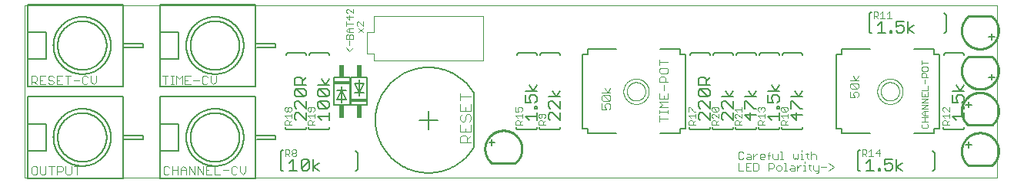
<source format=gto>
G75*
%MOIN*%
%OFA0B0*%
%FSLAX25Y25*%
%IPPOS*%
%LPD*%
%AMOC8*
5,1,8,0,0,1.08239X$1,22.5*
%
%ADD10C,0.00100*%
%ADD11C,0.00200*%
%ADD12C,0.00300*%
%ADD13C,0.00800*%
%ADD14C,0.00500*%
%ADD15C,0.00600*%
%ADD16R,0.07000X0.01500*%
%ADD17R,0.02000X0.05500*%
%ADD18C,0.00400*%
%ADD19C,0.01000*%
%ADD20C,0.00315*%
%ADD21C,0.00236*%
D10*
X0079937Y0048067D02*
X0501197Y0048067D01*
X0501197Y0122870D01*
X0079937Y0122870D01*
X0079937Y0048067D01*
D11*
X0219385Y0104835D02*
X0220786Y0102967D01*
X0222187Y0104835D01*
X0220786Y0105729D02*
X0220786Y0107598D01*
X0220786Y0108492D02*
X0220786Y0109893D01*
X0221253Y0110360D01*
X0221720Y0110360D01*
X0222187Y0109893D01*
X0222187Y0108492D01*
X0219385Y0108492D01*
X0219385Y0109893D01*
X0219852Y0110360D01*
X0220319Y0110360D01*
X0220786Y0109893D01*
X0220786Y0111254D02*
X0220786Y0113122D01*
X0220319Y0113122D02*
X0222187Y0113122D01*
X0222187Y0114950D02*
X0219385Y0114950D01*
X0219385Y0114016D02*
X0219385Y0115885D01*
X0220786Y0116779D02*
X0220786Y0118647D01*
X0219852Y0119541D02*
X0219385Y0120008D01*
X0219385Y0120942D01*
X0219852Y0121409D01*
X0220319Y0121409D01*
X0222187Y0119541D01*
X0222187Y0121409D01*
X0222187Y0118180D02*
X0219385Y0118180D01*
X0220786Y0116779D01*
X0223885Y0115418D02*
X0223885Y0114483D01*
X0224352Y0114016D01*
X0224819Y0113122D02*
X0226687Y0111254D01*
X0224819Y0111254D02*
X0226687Y0113122D01*
X0226687Y0114016D02*
X0224819Y0115885D01*
X0224352Y0115885D01*
X0223885Y0115418D01*
X0226687Y0115885D02*
X0226687Y0114016D01*
X0220319Y0113122D02*
X0219385Y0112188D01*
X0220319Y0111254D01*
X0222187Y0111254D01*
X0340937Y0085567D02*
X0340939Y0085693D01*
X0340945Y0085819D01*
X0340955Y0085945D01*
X0340969Y0086071D01*
X0340987Y0086196D01*
X0341009Y0086320D01*
X0341034Y0086444D01*
X0341064Y0086567D01*
X0341097Y0086688D01*
X0341135Y0086809D01*
X0341176Y0086928D01*
X0341221Y0087047D01*
X0341269Y0087163D01*
X0341321Y0087278D01*
X0341377Y0087391D01*
X0341437Y0087503D01*
X0341500Y0087612D01*
X0341566Y0087720D01*
X0341635Y0087825D01*
X0341708Y0087928D01*
X0341785Y0088029D01*
X0341864Y0088127D01*
X0341946Y0088223D01*
X0342032Y0088316D01*
X0342120Y0088407D01*
X0342211Y0088494D01*
X0342305Y0088579D01*
X0342401Y0088660D01*
X0342500Y0088739D01*
X0342601Y0088814D01*
X0342705Y0088886D01*
X0342811Y0088955D01*
X0342919Y0089021D01*
X0343029Y0089083D01*
X0343141Y0089141D01*
X0343254Y0089196D01*
X0343370Y0089247D01*
X0343487Y0089295D01*
X0343605Y0089339D01*
X0343725Y0089379D01*
X0343846Y0089415D01*
X0343968Y0089448D01*
X0344091Y0089477D01*
X0344215Y0089501D01*
X0344339Y0089522D01*
X0344464Y0089539D01*
X0344590Y0089552D01*
X0344716Y0089561D01*
X0344842Y0089566D01*
X0344969Y0089567D01*
X0345095Y0089564D01*
X0345221Y0089557D01*
X0345347Y0089546D01*
X0345472Y0089531D01*
X0345597Y0089512D01*
X0345721Y0089489D01*
X0345845Y0089463D01*
X0345967Y0089432D01*
X0346089Y0089398D01*
X0346209Y0089359D01*
X0346328Y0089317D01*
X0346446Y0089272D01*
X0346562Y0089222D01*
X0346677Y0089169D01*
X0346789Y0089112D01*
X0346900Y0089052D01*
X0347009Y0088988D01*
X0347116Y0088921D01*
X0347221Y0088851D01*
X0347324Y0088777D01*
X0347424Y0088700D01*
X0347522Y0088620D01*
X0347617Y0088537D01*
X0347709Y0088451D01*
X0347799Y0088362D01*
X0347886Y0088270D01*
X0347969Y0088176D01*
X0348050Y0088079D01*
X0348128Y0087979D01*
X0348203Y0087877D01*
X0348274Y0087773D01*
X0348342Y0087666D01*
X0348406Y0087558D01*
X0348467Y0087447D01*
X0348525Y0087335D01*
X0348579Y0087221D01*
X0348629Y0087105D01*
X0348676Y0086988D01*
X0348719Y0086869D01*
X0348758Y0086749D01*
X0348794Y0086628D01*
X0348825Y0086505D01*
X0348853Y0086382D01*
X0348877Y0086258D01*
X0348897Y0086133D01*
X0348913Y0086008D01*
X0348925Y0085882D01*
X0348933Y0085756D01*
X0348937Y0085630D01*
X0348937Y0085504D01*
X0348933Y0085378D01*
X0348925Y0085252D01*
X0348913Y0085126D01*
X0348897Y0085001D01*
X0348877Y0084876D01*
X0348853Y0084752D01*
X0348825Y0084629D01*
X0348794Y0084506D01*
X0348758Y0084385D01*
X0348719Y0084265D01*
X0348676Y0084146D01*
X0348629Y0084029D01*
X0348579Y0083913D01*
X0348525Y0083799D01*
X0348467Y0083687D01*
X0348406Y0083576D01*
X0348342Y0083468D01*
X0348274Y0083361D01*
X0348203Y0083257D01*
X0348128Y0083155D01*
X0348050Y0083055D01*
X0347969Y0082958D01*
X0347886Y0082864D01*
X0347799Y0082772D01*
X0347709Y0082683D01*
X0347617Y0082597D01*
X0347522Y0082514D01*
X0347424Y0082434D01*
X0347324Y0082357D01*
X0347221Y0082283D01*
X0347116Y0082213D01*
X0347009Y0082146D01*
X0346900Y0082082D01*
X0346789Y0082022D01*
X0346677Y0081965D01*
X0346562Y0081912D01*
X0346446Y0081862D01*
X0346328Y0081817D01*
X0346209Y0081775D01*
X0346089Y0081736D01*
X0345967Y0081702D01*
X0345845Y0081671D01*
X0345721Y0081645D01*
X0345597Y0081622D01*
X0345472Y0081603D01*
X0345347Y0081588D01*
X0345221Y0081577D01*
X0345095Y0081570D01*
X0344969Y0081567D01*
X0344842Y0081568D01*
X0344716Y0081573D01*
X0344590Y0081582D01*
X0344464Y0081595D01*
X0344339Y0081612D01*
X0344215Y0081633D01*
X0344091Y0081657D01*
X0343968Y0081686D01*
X0343846Y0081719D01*
X0343725Y0081755D01*
X0343605Y0081795D01*
X0343487Y0081839D01*
X0343370Y0081887D01*
X0343254Y0081938D01*
X0343141Y0081993D01*
X0343029Y0082051D01*
X0342919Y0082113D01*
X0342811Y0082179D01*
X0342705Y0082248D01*
X0342601Y0082320D01*
X0342500Y0082395D01*
X0342401Y0082474D01*
X0342305Y0082555D01*
X0342211Y0082640D01*
X0342120Y0082727D01*
X0342032Y0082818D01*
X0341946Y0082911D01*
X0341864Y0083007D01*
X0341785Y0083105D01*
X0341708Y0083206D01*
X0341635Y0083309D01*
X0341566Y0083414D01*
X0341500Y0083522D01*
X0341437Y0083631D01*
X0341377Y0083743D01*
X0341321Y0083856D01*
X0341269Y0083971D01*
X0341221Y0084087D01*
X0341176Y0084206D01*
X0341135Y0084325D01*
X0341097Y0084446D01*
X0341064Y0084567D01*
X0341034Y0084690D01*
X0341009Y0084814D01*
X0340987Y0084938D01*
X0340969Y0085063D01*
X0340955Y0085189D01*
X0340945Y0085315D01*
X0340939Y0085441D01*
X0340937Y0085567D01*
X0339437Y0085567D02*
X0339439Y0085715D01*
X0339445Y0085863D01*
X0339455Y0086011D01*
X0339469Y0086159D01*
X0339487Y0086306D01*
X0339509Y0086453D01*
X0339535Y0086599D01*
X0339564Y0086744D01*
X0339598Y0086889D01*
X0339636Y0087032D01*
X0339677Y0087175D01*
X0339722Y0087316D01*
X0339772Y0087456D01*
X0339824Y0087594D01*
X0339881Y0087732D01*
X0339941Y0087867D01*
X0340005Y0088001D01*
X0340072Y0088133D01*
X0340143Y0088263D01*
X0340218Y0088392D01*
X0340296Y0088518D01*
X0340377Y0088642D01*
X0340461Y0088764D01*
X0340549Y0088883D01*
X0340640Y0089000D01*
X0340734Y0089115D01*
X0340832Y0089227D01*
X0340932Y0089336D01*
X0341035Y0089443D01*
X0341141Y0089547D01*
X0341249Y0089648D01*
X0341361Y0089746D01*
X0341475Y0089841D01*
X0341591Y0089932D01*
X0341710Y0090021D01*
X0341831Y0090106D01*
X0341955Y0090188D01*
X0342081Y0090267D01*
X0342208Y0090342D01*
X0342338Y0090414D01*
X0342470Y0090483D01*
X0342603Y0090547D01*
X0342738Y0090608D01*
X0342875Y0090666D01*
X0343013Y0090720D01*
X0343153Y0090770D01*
X0343294Y0090816D01*
X0343436Y0090858D01*
X0343579Y0090897D01*
X0343723Y0090931D01*
X0343869Y0090962D01*
X0344014Y0090989D01*
X0344161Y0091012D01*
X0344308Y0091031D01*
X0344456Y0091046D01*
X0344603Y0091057D01*
X0344752Y0091064D01*
X0344900Y0091067D01*
X0345048Y0091066D01*
X0345196Y0091061D01*
X0345344Y0091052D01*
X0345492Y0091039D01*
X0345640Y0091022D01*
X0345786Y0091001D01*
X0345933Y0090976D01*
X0346078Y0090947D01*
X0346223Y0090915D01*
X0346366Y0090878D01*
X0346509Y0090838D01*
X0346651Y0090793D01*
X0346791Y0090745D01*
X0346930Y0090693D01*
X0347067Y0090638D01*
X0347203Y0090578D01*
X0347338Y0090515D01*
X0347470Y0090449D01*
X0347601Y0090379D01*
X0347730Y0090305D01*
X0347856Y0090228D01*
X0347981Y0090148D01*
X0348103Y0090064D01*
X0348224Y0089977D01*
X0348341Y0089887D01*
X0348457Y0089793D01*
X0348569Y0089697D01*
X0348679Y0089598D01*
X0348787Y0089495D01*
X0348891Y0089390D01*
X0348993Y0089282D01*
X0349091Y0089171D01*
X0349187Y0089058D01*
X0349280Y0088942D01*
X0349369Y0088824D01*
X0349455Y0088703D01*
X0349538Y0088580D01*
X0349618Y0088455D01*
X0349694Y0088328D01*
X0349767Y0088198D01*
X0349836Y0088067D01*
X0349901Y0087934D01*
X0349964Y0087800D01*
X0350022Y0087663D01*
X0350077Y0087525D01*
X0350127Y0087386D01*
X0350175Y0087245D01*
X0350218Y0087104D01*
X0350258Y0086961D01*
X0350293Y0086817D01*
X0350325Y0086672D01*
X0350353Y0086526D01*
X0350377Y0086380D01*
X0350397Y0086233D01*
X0350413Y0086085D01*
X0350425Y0085938D01*
X0350433Y0085789D01*
X0350437Y0085641D01*
X0350437Y0085493D01*
X0350433Y0085345D01*
X0350425Y0085196D01*
X0350413Y0085049D01*
X0350397Y0084901D01*
X0350377Y0084754D01*
X0350353Y0084608D01*
X0350325Y0084462D01*
X0350293Y0084317D01*
X0350258Y0084173D01*
X0350218Y0084030D01*
X0350175Y0083889D01*
X0350127Y0083748D01*
X0350077Y0083609D01*
X0350022Y0083471D01*
X0349964Y0083334D01*
X0349901Y0083200D01*
X0349836Y0083067D01*
X0349767Y0082936D01*
X0349694Y0082806D01*
X0349618Y0082679D01*
X0349538Y0082554D01*
X0349455Y0082431D01*
X0349369Y0082310D01*
X0349280Y0082192D01*
X0349187Y0082076D01*
X0349091Y0081963D01*
X0348993Y0081852D01*
X0348891Y0081744D01*
X0348787Y0081639D01*
X0348679Y0081536D01*
X0348569Y0081437D01*
X0348457Y0081341D01*
X0348341Y0081247D01*
X0348224Y0081157D01*
X0348103Y0081070D01*
X0347981Y0080986D01*
X0347856Y0080906D01*
X0347730Y0080829D01*
X0347601Y0080755D01*
X0347470Y0080685D01*
X0347338Y0080619D01*
X0347203Y0080556D01*
X0347067Y0080496D01*
X0346930Y0080441D01*
X0346791Y0080389D01*
X0346651Y0080341D01*
X0346509Y0080296D01*
X0346366Y0080256D01*
X0346223Y0080219D01*
X0346078Y0080187D01*
X0345933Y0080158D01*
X0345786Y0080133D01*
X0345640Y0080112D01*
X0345492Y0080095D01*
X0345344Y0080082D01*
X0345196Y0080073D01*
X0345048Y0080068D01*
X0344900Y0080067D01*
X0344752Y0080070D01*
X0344603Y0080077D01*
X0344456Y0080088D01*
X0344308Y0080103D01*
X0344161Y0080122D01*
X0344014Y0080145D01*
X0343869Y0080172D01*
X0343723Y0080203D01*
X0343579Y0080237D01*
X0343436Y0080276D01*
X0343294Y0080318D01*
X0343153Y0080364D01*
X0343013Y0080414D01*
X0342875Y0080468D01*
X0342738Y0080526D01*
X0342603Y0080587D01*
X0342470Y0080651D01*
X0342338Y0080720D01*
X0342208Y0080792D01*
X0342081Y0080867D01*
X0341955Y0080946D01*
X0341831Y0081028D01*
X0341710Y0081113D01*
X0341591Y0081202D01*
X0341475Y0081293D01*
X0341361Y0081388D01*
X0341249Y0081486D01*
X0341141Y0081587D01*
X0341035Y0081691D01*
X0340932Y0081798D01*
X0340832Y0081907D01*
X0340734Y0082019D01*
X0340640Y0082134D01*
X0340549Y0082251D01*
X0340461Y0082370D01*
X0340377Y0082492D01*
X0340296Y0082616D01*
X0340218Y0082742D01*
X0340143Y0082871D01*
X0340072Y0083001D01*
X0340005Y0083133D01*
X0339941Y0083267D01*
X0339881Y0083402D01*
X0339824Y0083540D01*
X0339772Y0083678D01*
X0339722Y0083818D01*
X0339677Y0083959D01*
X0339636Y0084102D01*
X0339598Y0084245D01*
X0339564Y0084390D01*
X0339535Y0084535D01*
X0339509Y0084681D01*
X0339487Y0084828D01*
X0339469Y0084975D01*
X0339455Y0085123D01*
X0339445Y0085271D01*
X0339439Y0085419D01*
X0339437Y0085567D01*
X0450937Y0085567D02*
X0450939Y0085693D01*
X0450945Y0085819D01*
X0450955Y0085945D01*
X0450969Y0086071D01*
X0450987Y0086196D01*
X0451009Y0086320D01*
X0451034Y0086444D01*
X0451064Y0086567D01*
X0451097Y0086688D01*
X0451135Y0086809D01*
X0451176Y0086928D01*
X0451221Y0087047D01*
X0451269Y0087163D01*
X0451321Y0087278D01*
X0451377Y0087391D01*
X0451437Y0087503D01*
X0451500Y0087612D01*
X0451566Y0087720D01*
X0451635Y0087825D01*
X0451708Y0087928D01*
X0451785Y0088029D01*
X0451864Y0088127D01*
X0451946Y0088223D01*
X0452032Y0088316D01*
X0452120Y0088407D01*
X0452211Y0088494D01*
X0452305Y0088579D01*
X0452401Y0088660D01*
X0452500Y0088739D01*
X0452601Y0088814D01*
X0452705Y0088886D01*
X0452811Y0088955D01*
X0452919Y0089021D01*
X0453029Y0089083D01*
X0453141Y0089141D01*
X0453254Y0089196D01*
X0453370Y0089247D01*
X0453487Y0089295D01*
X0453605Y0089339D01*
X0453725Y0089379D01*
X0453846Y0089415D01*
X0453968Y0089448D01*
X0454091Y0089477D01*
X0454215Y0089501D01*
X0454339Y0089522D01*
X0454464Y0089539D01*
X0454590Y0089552D01*
X0454716Y0089561D01*
X0454842Y0089566D01*
X0454969Y0089567D01*
X0455095Y0089564D01*
X0455221Y0089557D01*
X0455347Y0089546D01*
X0455472Y0089531D01*
X0455597Y0089512D01*
X0455721Y0089489D01*
X0455845Y0089463D01*
X0455967Y0089432D01*
X0456089Y0089398D01*
X0456209Y0089359D01*
X0456328Y0089317D01*
X0456446Y0089272D01*
X0456562Y0089222D01*
X0456677Y0089169D01*
X0456789Y0089112D01*
X0456900Y0089052D01*
X0457009Y0088988D01*
X0457116Y0088921D01*
X0457221Y0088851D01*
X0457324Y0088777D01*
X0457424Y0088700D01*
X0457522Y0088620D01*
X0457617Y0088537D01*
X0457709Y0088451D01*
X0457799Y0088362D01*
X0457886Y0088270D01*
X0457969Y0088176D01*
X0458050Y0088079D01*
X0458128Y0087979D01*
X0458203Y0087877D01*
X0458274Y0087773D01*
X0458342Y0087666D01*
X0458406Y0087558D01*
X0458467Y0087447D01*
X0458525Y0087335D01*
X0458579Y0087221D01*
X0458629Y0087105D01*
X0458676Y0086988D01*
X0458719Y0086869D01*
X0458758Y0086749D01*
X0458794Y0086628D01*
X0458825Y0086505D01*
X0458853Y0086382D01*
X0458877Y0086258D01*
X0458897Y0086133D01*
X0458913Y0086008D01*
X0458925Y0085882D01*
X0458933Y0085756D01*
X0458937Y0085630D01*
X0458937Y0085504D01*
X0458933Y0085378D01*
X0458925Y0085252D01*
X0458913Y0085126D01*
X0458897Y0085001D01*
X0458877Y0084876D01*
X0458853Y0084752D01*
X0458825Y0084629D01*
X0458794Y0084506D01*
X0458758Y0084385D01*
X0458719Y0084265D01*
X0458676Y0084146D01*
X0458629Y0084029D01*
X0458579Y0083913D01*
X0458525Y0083799D01*
X0458467Y0083687D01*
X0458406Y0083576D01*
X0458342Y0083468D01*
X0458274Y0083361D01*
X0458203Y0083257D01*
X0458128Y0083155D01*
X0458050Y0083055D01*
X0457969Y0082958D01*
X0457886Y0082864D01*
X0457799Y0082772D01*
X0457709Y0082683D01*
X0457617Y0082597D01*
X0457522Y0082514D01*
X0457424Y0082434D01*
X0457324Y0082357D01*
X0457221Y0082283D01*
X0457116Y0082213D01*
X0457009Y0082146D01*
X0456900Y0082082D01*
X0456789Y0082022D01*
X0456677Y0081965D01*
X0456562Y0081912D01*
X0456446Y0081862D01*
X0456328Y0081817D01*
X0456209Y0081775D01*
X0456089Y0081736D01*
X0455967Y0081702D01*
X0455845Y0081671D01*
X0455721Y0081645D01*
X0455597Y0081622D01*
X0455472Y0081603D01*
X0455347Y0081588D01*
X0455221Y0081577D01*
X0455095Y0081570D01*
X0454969Y0081567D01*
X0454842Y0081568D01*
X0454716Y0081573D01*
X0454590Y0081582D01*
X0454464Y0081595D01*
X0454339Y0081612D01*
X0454215Y0081633D01*
X0454091Y0081657D01*
X0453968Y0081686D01*
X0453846Y0081719D01*
X0453725Y0081755D01*
X0453605Y0081795D01*
X0453487Y0081839D01*
X0453370Y0081887D01*
X0453254Y0081938D01*
X0453141Y0081993D01*
X0453029Y0082051D01*
X0452919Y0082113D01*
X0452811Y0082179D01*
X0452705Y0082248D01*
X0452601Y0082320D01*
X0452500Y0082395D01*
X0452401Y0082474D01*
X0452305Y0082555D01*
X0452211Y0082640D01*
X0452120Y0082727D01*
X0452032Y0082818D01*
X0451946Y0082911D01*
X0451864Y0083007D01*
X0451785Y0083105D01*
X0451708Y0083206D01*
X0451635Y0083309D01*
X0451566Y0083414D01*
X0451500Y0083522D01*
X0451437Y0083631D01*
X0451377Y0083743D01*
X0451321Y0083856D01*
X0451269Y0083971D01*
X0451221Y0084087D01*
X0451176Y0084206D01*
X0451135Y0084325D01*
X0451097Y0084446D01*
X0451064Y0084567D01*
X0451034Y0084690D01*
X0451009Y0084814D01*
X0450987Y0084938D01*
X0450969Y0085063D01*
X0450955Y0085189D01*
X0450945Y0085315D01*
X0450939Y0085441D01*
X0450937Y0085567D01*
X0449437Y0085567D02*
X0449439Y0085715D01*
X0449445Y0085863D01*
X0449455Y0086011D01*
X0449469Y0086159D01*
X0449487Y0086306D01*
X0449509Y0086453D01*
X0449535Y0086599D01*
X0449564Y0086744D01*
X0449598Y0086889D01*
X0449636Y0087032D01*
X0449677Y0087175D01*
X0449722Y0087316D01*
X0449772Y0087456D01*
X0449824Y0087594D01*
X0449881Y0087732D01*
X0449941Y0087867D01*
X0450005Y0088001D01*
X0450072Y0088133D01*
X0450143Y0088263D01*
X0450218Y0088392D01*
X0450296Y0088518D01*
X0450377Y0088642D01*
X0450461Y0088764D01*
X0450549Y0088883D01*
X0450640Y0089000D01*
X0450734Y0089115D01*
X0450832Y0089227D01*
X0450932Y0089336D01*
X0451035Y0089443D01*
X0451141Y0089547D01*
X0451249Y0089648D01*
X0451361Y0089746D01*
X0451475Y0089841D01*
X0451591Y0089932D01*
X0451710Y0090021D01*
X0451831Y0090106D01*
X0451955Y0090188D01*
X0452081Y0090267D01*
X0452208Y0090342D01*
X0452338Y0090414D01*
X0452470Y0090483D01*
X0452603Y0090547D01*
X0452738Y0090608D01*
X0452875Y0090666D01*
X0453013Y0090720D01*
X0453153Y0090770D01*
X0453294Y0090816D01*
X0453436Y0090858D01*
X0453579Y0090897D01*
X0453723Y0090931D01*
X0453869Y0090962D01*
X0454014Y0090989D01*
X0454161Y0091012D01*
X0454308Y0091031D01*
X0454456Y0091046D01*
X0454603Y0091057D01*
X0454752Y0091064D01*
X0454900Y0091067D01*
X0455048Y0091066D01*
X0455196Y0091061D01*
X0455344Y0091052D01*
X0455492Y0091039D01*
X0455640Y0091022D01*
X0455786Y0091001D01*
X0455933Y0090976D01*
X0456078Y0090947D01*
X0456223Y0090915D01*
X0456366Y0090878D01*
X0456509Y0090838D01*
X0456651Y0090793D01*
X0456791Y0090745D01*
X0456930Y0090693D01*
X0457067Y0090638D01*
X0457203Y0090578D01*
X0457338Y0090515D01*
X0457470Y0090449D01*
X0457601Y0090379D01*
X0457730Y0090305D01*
X0457856Y0090228D01*
X0457981Y0090148D01*
X0458103Y0090064D01*
X0458224Y0089977D01*
X0458341Y0089887D01*
X0458457Y0089793D01*
X0458569Y0089697D01*
X0458679Y0089598D01*
X0458787Y0089495D01*
X0458891Y0089390D01*
X0458993Y0089282D01*
X0459091Y0089171D01*
X0459187Y0089058D01*
X0459280Y0088942D01*
X0459369Y0088824D01*
X0459455Y0088703D01*
X0459538Y0088580D01*
X0459618Y0088455D01*
X0459694Y0088328D01*
X0459767Y0088198D01*
X0459836Y0088067D01*
X0459901Y0087934D01*
X0459964Y0087800D01*
X0460022Y0087663D01*
X0460077Y0087525D01*
X0460127Y0087386D01*
X0460175Y0087245D01*
X0460218Y0087104D01*
X0460258Y0086961D01*
X0460293Y0086817D01*
X0460325Y0086672D01*
X0460353Y0086526D01*
X0460377Y0086380D01*
X0460397Y0086233D01*
X0460413Y0086085D01*
X0460425Y0085938D01*
X0460433Y0085789D01*
X0460437Y0085641D01*
X0460437Y0085493D01*
X0460433Y0085345D01*
X0460425Y0085196D01*
X0460413Y0085049D01*
X0460397Y0084901D01*
X0460377Y0084754D01*
X0460353Y0084608D01*
X0460325Y0084462D01*
X0460293Y0084317D01*
X0460258Y0084173D01*
X0460218Y0084030D01*
X0460175Y0083889D01*
X0460127Y0083748D01*
X0460077Y0083609D01*
X0460022Y0083471D01*
X0459964Y0083334D01*
X0459901Y0083200D01*
X0459836Y0083067D01*
X0459767Y0082936D01*
X0459694Y0082806D01*
X0459618Y0082679D01*
X0459538Y0082554D01*
X0459455Y0082431D01*
X0459369Y0082310D01*
X0459280Y0082192D01*
X0459187Y0082076D01*
X0459091Y0081963D01*
X0458993Y0081852D01*
X0458891Y0081744D01*
X0458787Y0081639D01*
X0458679Y0081536D01*
X0458569Y0081437D01*
X0458457Y0081341D01*
X0458341Y0081247D01*
X0458224Y0081157D01*
X0458103Y0081070D01*
X0457981Y0080986D01*
X0457856Y0080906D01*
X0457730Y0080829D01*
X0457601Y0080755D01*
X0457470Y0080685D01*
X0457338Y0080619D01*
X0457203Y0080556D01*
X0457067Y0080496D01*
X0456930Y0080441D01*
X0456791Y0080389D01*
X0456651Y0080341D01*
X0456509Y0080296D01*
X0456366Y0080256D01*
X0456223Y0080219D01*
X0456078Y0080187D01*
X0455933Y0080158D01*
X0455786Y0080133D01*
X0455640Y0080112D01*
X0455492Y0080095D01*
X0455344Y0080082D01*
X0455196Y0080073D01*
X0455048Y0080068D01*
X0454900Y0080067D01*
X0454752Y0080070D01*
X0454603Y0080077D01*
X0454456Y0080088D01*
X0454308Y0080103D01*
X0454161Y0080122D01*
X0454014Y0080145D01*
X0453869Y0080172D01*
X0453723Y0080203D01*
X0453579Y0080237D01*
X0453436Y0080276D01*
X0453294Y0080318D01*
X0453153Y0080364D01*
X0453013Y0080414D01*
X0452875Y0080468D01*
X0452738Y0080526D01*
X0452603Y0080587D01*
X0452470Y0080651D01*
X0452338Y0080720D01*
X0452208Y0080792D01*
X0452081Y0080867D01*
X0451955Y0080946D01*
X0451831Y0081028D01*
X0451710Y0081113D01*
X0451591Y0081202D01*
X0451475Y0081293D01*
X0451361Y0081388D01*
X0451249Y0081486D01*
X0451141Y0081587D01*
X0451035Y0081691D01*
X0450932Y0081798D01*
X0450832Y0081907D01*
X0450734Y0082019D01*
X0450640Y0082134D01*
X0450549Y0082251D01*
X0450461Y0082370D01*
X0450377Y0082492D01*
X0450296Y0082616D01*
X0450218Y0082742D01*
X0450143Y0082871D01*
X0450072Y0083001D01*
X0450005Y0083133D01*
X0449941Y0083267D01*
X0449881Y0083402D01*
X0449824Y0083540D01*
X0449772Y0083678D01*
X0449722Y0083818D01*
X0449677Y0083959D01*
X0449636Y0084102D01*
X0449598Y0084245D01*
X0449564Y0084390D01*
X0449535Y0084535D01*
X0449509Y0084681D01*
X0449487Y0084828D01*
X0449469Y0084975D01*
X0449455Y0085123D01*
X0449445Y0085271D01*
X0449439Y0085419D01*
X0449437Y0085567D01*
X0468657Y0085272D02*
X0468657Y0083404D01*
X0471459Y0083404D01*
X0471459Y0085272D01*
X0471459Y0086166D02*
X0468657Y0086166D01*
X0470058Y0084338D02*
X0470058Y0083404D01*
X0471459Y0082510D02*
X0468657Y0082510D01*
X0468657Y0080641D02*
X0471459Y0082510D01*
X0471459Y0080641D02*
X0468657Y0080641D01*
X0468657Y0079747D02*
X0471459Y0079747D01*
X0468657Y0077879D01*
X0471459Y0077879D01*
X0471459Y0076985D02*
X0469591Y0076985D01*
X0468657Y0076051D01*
X0469591Y0075117D01*
X0471459Y0075117D01*
X0471459Y0074223D02*
X0468657Y0074223D01*
X0470058Y0074223D02*
X0470058Y0072354D01*
X0470992Y0071460D02*
X0471459Y0070993D01*
X0471459Y0070059D01*
X0470992Y0069592D01*
X0469124Y0069592D01*
X0468657Y0070059D01*
X0468657Y0070993D01*
X0469124Y0071460D01*
X0468657Y0072354D02*
X0471459Y0072354D01*
X0470058Y0075117D02*
X0470058Y0076985D01*
X0471459Y0086166D02*
X0471459Y0088034D01*
X0470058Y0088928D02*
X0470058Y0090797D01*
X0470525Y0091691D02*
X0470525Y0093092D01*
X0470058Y0093559D01*
X0469124Y0093559D01*
X0468657Y0093092D01*
X0468657Y0091691D01*
X0471459Y0091691D01*
X0470992Y0094453D02*
X0469124Y0094453D01*
X0468657Y0094920D01*
X0468657Y0095854D01*
X0469124Y0096321D01*
X0470992Y0096321D01*
X0471459Y0095854D01*
X0471459Y0094920D01*
X0470992Y0094453D01*
X0468657Y0097216D02*
X0468657Y0099084D01*
X0468657Y0098150D02*
X0471459Y0098150D01*
D12*
X0441385Y0092216D02*
X0440151Y0090364D01*
X0438917Y0092216D01*
X0437682Y0090364D02*
X0441385Y0090364D01*
X0440768Y0089150D02*
X0441385Y0088533D01*
X0441385Y0087298D01*
X0440768Y0086681D01*
X0438299Y0089150D01*
X0440768Y0089150D01*
X0438299Y0089150D02*
X0437682Y0088533D01*
X0437682Y0087298D01*
X0438299Y0086681D01*
X0440768Y0086681D01*
X0440768Y0085467D02*
X0441385Y0084849D01*
X0441385Y0083615D01*
X0440768Y0082998D01*
X0439534Y0082998D02*
X0438917Y0084232D01*
X0438917Y0084849D01*
X0439534Y0085467D01*
X0440768Y0085467D01*
X0439534Y0082998D02*
X0437682Y0082998D01*
X0437682Y0085467D01*
X0410598Y0078304D02*
X0410598Y0077336D01*
X0410114Y0076853D01*
X0408179Y0078788D01*
X0410114Y0078788D01*
X0410598Y0078304D01*
X0410114Y0076853D02*
X0408179Y0076853D01*
X0407696Y0077336D01*
X0407696Y0078304D01*
X0408179Y0078788D01*
X0400598Y0078304D02*
X0400598Y0077336D01*
X0400114Y0076853D01*
X0400598Y0075841D02*
X0400598Y0073906D01*
X0400598Y0074874D02*
X0397696Y0074874D01*
X0398663Y0073906D01*
X0399147Y0072895D02*
X0399630Y0072411D01*
X0399630Y0070960D01*
X0399630Y0071927D02*
X0400598Y0072895D01*
X0399147Y0072895D02*
X0398179Y0072895D01*
X0397696Y0072411D01*
X0397696Y0070960D01*
X0400598Y0070960D01*
X0407696Y0070960D02*
X0407696Y0072411D01*
X0408179Y0072895D01*
X0409147Y0072895D01*
X0409630Y0072411D01*
X0409630Y0070960D01*
X0409630Y0071927D02*
X0410598Y0072895D01*
X0410598Y0073906D02*
X0410598Y0075841D01*
X0410598Y0074874D02*
X0407696Y0074874D01*
X0408663Y0073906D01*
X0407696Y0070960D02*
X0410598Y0070960D01*
X0398179Y0076853D02*
X0397696Y0077336D01*
X0397696Y0078304D01*
X0398179Y0078788D01*
X0398663Y0078788D01*
X0399147Y0078304D01*
X0399630Y0078788D01*
X0400114Y0078788D01*
X0400598Y0078304D01*
X0399147Y0078304D02*
X0399147Y0077820D01*
X0390598Y0077820D02*
X0387696Y0077820D01*
X0388663Y0076853D01*
X0388663Y0075841D02*
X0388179Y0075841D01*
X0387696Y0075357D01*
X0387696Y0074390D01*
X0388179Y0073906D01*
X0388179Y0072895D02*
X0389147Y0072895D01*
X0389630Y0072411D01*
X0389630Y0070960D01*
X0389630Y0071927D02*
X0390598Y0072895D01*
X0390598Y0073906D02*
X0388663Y0075841D01*
X0390598Y0075841D02*
X0390598Y0073906D01*
X0388179Y0072895D02*
X0387696Y0072411D01*
X0387696Y0070960D01*
X0390598Y0070960D01*
X0380598Y0070960D02*
X0377696Y0070960D01*
X0377696Y0072411D01*
X0378179Y0072895D01*
X0379147Y0072895D01*
X0379630Y0072411D01*
X0379630Y0070960D01*
X0379630Y0071927D02*
X0380598Y0072895D01*
X0380598Y0073906D02*
X0378663Y0075841D01*
X0378179Y0075841D01*
X0377696Y0075357D01*
X0377696Y0074390D01*
X0378179Y0073906D01*
X0380598Y0073906D02*
X0380598Y0075841D01*
X0380114Y0076853D02*
X0378179Y0078788D01*
X0380114Y0078788D01*
X0380598Y0078304D01*
X0380598Y0077336D01*
X0380114Y0076853D01*
X0378179Y0076853D01*
X0377696Y0077336D01*
X0377696Y0078304D01*
X0378179Y0078788D01*
X0370598Y0076853D02*
X0370114Y0076853D01*
X0368179Y0078788D01*
X0367696Y0078788D01*
X0367696Y0076853D01*
X0367696Y0074874D02*
X0370598Y0074874D01*
X0370598Y0075841D02*
X0370598Y0073906D01*
X0370598Y0072895D02*
X0369630Y0071927D01*
X0369630Y0072411D02*
X0369630Y0070960D01*
X0370598Y0070960D02*
X0367696Y0070960D01*
X0367696Y0072411D01*
X0368179Y0072895D01*
X0369147Y0072895D01*
X0369630Y0072411D01*
X0368663Y0073906D02*
X0367696Y0074874D01*
X0358787Y0073714D02*
X0355084Y0073714D01*
X0355084Y0074948D02*
X0355084Y0072479D01*
X0355084Y0076163D02*
X0355084Y0077397D01*
X0355084Y0076780D02*
X0358787Y0076780D01*
X0358787Y0076163D02*
X0358787Y0077397D01*
X0358787Y0078618D02*
X0355084Y0078618D01*
X0356318Y0079852D01*
X0355084Y0081087D01*
X0358787Y0081087D01*
X0358787Y0082301D02*
X0358787Y0084770D01*
X0356935Y0085984D02*
X0356935Y0088453D01*
X0357553Y0089667D02*
X0357553Y0091519D01*
X0356935Y0092136D01*
X0355701Y0092136D01*
X0355084Y0091519D01*
X0355084Y0089667D01*
X0358787Y0089667D01*
X0358170Y0093351D02*
X0358787Y0093968D01*
X0358787Y0095202D01*
X0358170Y0095819D01*
X0355701Y0095819D01*
X0355084Y0095202D01*
X0355084Y0093968D01*
X0355701Y0093351D01*
X0358170Y0093351D01*
X0355084Y0097034D02*
X0355084Y0099503D01*
X0355084Y0098268D02*
X0358787Y0098268D01*
X0333787Y0086999D02*
X0332553Y0085148D01*
X0331318Y0086999D01*
X0330084Y0085148D02*
X0333787Y0085148D01*
X0333170Y0083933D02*
X0330701Y0083933D01*
X0333170Y0081464D01*
X0333787Y0082082D01*
X0333787Y0083316D01*
X0333170Y0083933D01*
X0333170Y0081464D02*
X0330701Y0081464D01*
X0330084Y0082082D01*
X0330084Y0083316D01*
X0330701Y0083933D01*
X0330084Y0080250D02*
X0330084Y0077781D01*
X0331935Y0077781D01*
X0331318Y0079016D01*
X0331318Y0079633D01*
X0331935Y0080250D01*
X0333170Y0080250D01*
X0333787Y0079633D01*
X0333787Y0078399D01*
X0333170Y0077781D01*
X0355084Y0082301D02*
X0355084Y0084770D01*
X0356935Y0083536D02*
X0356935Y0082301D01*
X0355084Y0082301D02*
X0358787Y0082301D01*
X0390598Y0078788D02*
X0390598Y0076853D01*
X0390838Y0059360D02*
X0389737Y0059360D01*
X0389187Y0058809D01*
X0389187Y0056607D01*
X0389737Y0056057D01*
X0390838Y0056057D01*
X0391389Y0056607D01*
X0392502Y0056607D02*
X0393052Y0057158D01*
X0394704Y0057158D01*
X0394704Y0057708D02*
X0394704Y0056057D01*
X0393052Y0056057D01*
X0392502Y0056607D01*
X0393052Y0058259D02*
X0394153Y0058259D01*
X0394704Y0057708D01*
X0395817Y0057158D02*
X0396918Y0058259D01*
X0397468Y0058259D01*
X0398579Y0057708D02*
X0398579Y0056607D01*
X0399129Y0056057D01*
X0400230Y0056057D01*
X0400781Y0057158D02*
X0398579Y0057158D01*
X0398579Y0057708D02*
X0399129Y0058259D01*
X0400230Y0058259D01*
X0400781Y0057708D01*
X0400781Y0057158D01*
X0401894Y0057708D02*
X0402995Y0057708D01*
X0402444Y0058809D02*
X0402995Y0059360D01*
X0402444Y0058809D02*
X0402444Y0056057D01*
X0404104Y0056607D02*
X0404654Y0056057D01*
X0406306Y0056057D01*
X0406306Y0058259D01*
X0407419Y0059360D02*
X0407969Y0059360D01*
X0407969Y0056057D01*
X0407419Y0056057D02*
X0408519Y0056057D01*
X0404104Y0056607D02*
X0404104Y0058259D01*
X0395817Y0058259D02*
X0395817Y0056057D01*
X0391389Y0058809D02*
X0390838Y0059360D01*
X0389187Y0054320D02*
X0389187Y0051017D01*
X0391389Y0051017D01*
X0392502Y0051017D02*
X0394704Y0051017D01*
X0395817Y0051017D02*
X0397468Y0051017D01*
X0398019Y0051567D01*
X0398019Y0053769D01*
X0397468Y0054320D01*
X0395817Y0054320D01*
X0395817Y0051017D01*
X0393603Y0052668D02*
X0392502Y0052668D01*
X0392502Y0051017D02*
X0392502Y0054320D01*
X0394704Y0054320D01*
X0402446Y0054320D02*
X0404098Y0054320D01*
X0404648Y0053769D01*
X0404648Y0052668D01*
X0404098Y0052118D01*
X0402446Y0052118D01*
X0402446Y0051017D02*
X0402446Y0054320D01*
X0405761Y0052668D02*
X0405761Y0051567D01*
X0406312Y0051017D01*
X0407413Y0051017D01*
X0407963Y0051567D01*
X0407963Y0052668D01*
X0407413Y0053219D01*
X0406312Y0053219D01*
X0405761Y0052668D01*
X0409076Y0051017D02*
X0410177Y0051017D01*
X0409626Y0051017D02*
X0409626Y0054320D01*
X0409076Y0054320D01*
X0411836Y0053219D02*
X0412937Y0053219D01*
X0413488Y0052668D01*
X0413488Y0051017D01*
X0411836Y0051017D01*
X0411286Y0051567D01*
X0411836Y0052118D01*
X0413488Y0052118D01*
X0414601Y0052118D02*
X0415702Y0053219D01*
X0416252Y0053219D01*
X0417363Y0053219D02*
X0417913Y0053219D01*
X0417913Y0051017D01*
X0417363Y0051017D02*
X0418464Y0051017D01*
X0420123Y0051567D02*
X0420674Y0051017D01*
X0420123Y0051567D02*
X0420123Y0053769D01*
X0419573Y0053219D02*
X0420674Y0053219D01*
X0421783Y0053219D02*
X0421783Y0051567D01*
X0422333Y0051017D01*
X0423985Y0051017D01*
X0423985Y0050466D02*
X0423434Y0049916D01*
X0422884Y0049916D01*
X0423985Y0050466D02*
X0423985Y0053219D01*
X0425098Y0052668D02*
X0427299Y0052668D01*
X0428412Y0051017D02*
X0430614Y0052668D01*
X0428412Y0054320D01*
X0422880Y0056057D02*
X0422880Y0057708D01*
X0422329Y0058259D01*
X0421228Y0058259D01*
X0420678Y0057708D01*
X0419569Y0058259D02*
X0418468Y0058259D01*
X0419018Y0058809D02*
X0419018Y0056607D01*
X0419569Y0056057D01*
X0420678Y0056057D02*
X0420678Y0059360D01*
X0416809Y0059360D02*
X0416809Y0059910D01*
X0416809Y0058259D02*
X0416809Y0056057D01*
X0417359Y0056057D02*
X0416258Y0056057D01*
X0415145Y0056607D02*
X0415145Y0058259D01*
X0416258Y0058259D02*
X0416809Y0058259D01*
X0415145Y0056607D02*
X0414595Y0056057D01*
X0414044Y0056607D01*
X0413494Y0056057D01*
X0412943Y0056607D01*
X0412943Y0058259D01*
X0417913Y0054870D02*
X0417913Y0054320D01*
X0414601Y0053219D02*
X0414601Y0051017D01*
X0442830Y0057406D02*
X0442830Y0060308D01*
X0444281Y0060308D01*
X0444765Y0059825D01*
X0444765Y0058857D01*
X0444281Y0058373D01*
X0442830Y0058373D01*
X0443797Y0058373D02*
X0444765Y0057406D01*
X0445776Y0057406D02*
X0447711Y0057406D01*
X0446744Y0057406D02*
X0446744Y0060308D01*
X0445776Y0059341D01*
X0448723Y0058857D02*
X0450174Y0060308D01*
X0450174Y0057406D01*
X0450658Y0058857D02*
X0448723Y0058857D01*
X0477696Y0070960D02*
X0477696Y0072411D01*
X0478179Y0072895D01*
X0479147Y0072895D01*
X0479630Y0072411D01*
X0479630Y0070960D01*
X0479630Y0071927D02*
X0480598Y0072895D01*
X0480598Y0073906D02*
X0480598Y0075841D01*
X0480598Y0074874D02*
X0477696Y0074874D01*
X0478663Y0073906D01*
X0477696Y0070960D02*
X0480598Y0070960D01*
X0480598Y0076853D02*
X0478663Y0078788D01*
X0478179Y0078788D01*
X0477696Y0078304D01*
X0477696Y0077336D01*
X0478179Y0076853D01*
X0480598Y0076853D02*
X0480598Y0078788D01*
X0455658Y0117406D02*
X0453723Y0117406D01*
X0454690Y0117406D02*
X0454690Y0120308D01*
X0453723Y0119341D01*
X0452711Y0117406D02*
X0450776Y0117406D01*
X0451744Y0117406D02*
X0451744Y0120308D01*
X0450776Y0119341D01*
X0449765Y0119825D02*
X0449765Y0118857D01*
X0449281Y0118373D01*
X0447830Y0118373D01*
X0447830Y0117406D02*
X0447830Y0120308D01*
X0449281Y0120308D01*
X0449765Y0119825D01*
X0448797Y0118373D02*
X0449765Y0117406D01*
X0305598Y0075357D02*
X0305114Y0075841D01*
X0303179Y0075841D01*
X0302696Y0075357D01*
X0302696Y0074390D01*
X0303179Y0073906D01*
X0303663Y0073906D01*
X0304147Y0074390D01*
X0304147Y0075841D01*
X0305598Y0075357D02*
X0305598Y0074390D01*
X0305114Y0073906D01*
X0305598Y0072895D02*
X0304630Y0071927D01*
X0304630Y0072411D02*
X0304630Y0070960D01*
X0305598Y0070960D02*
X0302696Y0070960D01*
X0302696Y0072411D01*
X0303179Y0072895D01*
X0304147Y0072895D01*
X0304630Y0072411D01*
X0295598Y0072895D02*
X0294630Y0071927D01*
X0294630Y0072411D02*
X0294630Y0070960D01*
X0295598Y0070960D02*
X0292696Y0070960D01*
X0292696Y0072411D01*
X0293179Y0072895D01*
X0294147Y0072895D01*
X0294630Y0072411D01*
X0293663Y0073906D02*
X0292696Y0074874D01*
X0295598Y0074874D01*
X0295598Y0075841D02*
X0295598Y0073906D01*
X0295114Y0076853D02*
X0295598Y0077336D01*
X0295598Y0078304D01*
X0295114Y0078788D01*
X0294147Y0078788D01*
X0293663Y0078304D01*
X0293663Y0077820D01*
X0294147Y0076853D01*
X0292696Y0076853D01*
X0292696Y0078788D01*
X0205598Y0078304D02*
X0205598Y0077336D01*
X0205114Y0076853D01*
X0204147Y0077336D02*
X0204147Y0078788D01*
X0205114Y0078788D02*
X0203179Y0078788D01*
X0202696Y0078304D01*
X0202696Y0077336D01*
X0203179Y0076853D01*
X0203663Y0076853D01*
X0204147Y0077336D01*
X0205598Y0078304D02*
X0205114Y0078788D01*
X0205598Y0075841D02*
X0205598Y0073906D01*
X0205598Y0074874D02*
X0202696Y0074874D01*
X0203663Y0073906D01*
X0204147Y0072895D02*
X0204630Y0072411D01*
X0204630Y0070960D01*
X0204630Y0071927D02*
X0205598Y0072895D01*
X0204147Y0072895D02*
X0203179Y0072895D01*
X0202696Y0072411D01*
X0202696Y0070960D01*
X0205598Y0070960D01*
X0195598Y0070960D02*
X0192696Y0070960D01*
X0192696Y0072411D01*
X0193179Y0072895D01*
X0194147Y0072895D01*
X0194630Y0072411D01*
X0194630Y0070960D01*
X0194630Y0071927D02*
X0195598Y0072895D01*
X0195598Y0073906D02*
X0195598Y0075841D01*
X0195598Y0074874D02*
X0192696Y0074874D01*
X0193663Y0073906D01*
X0193663Y0076853D02*
X0193179Y0076853D01*
X0192696Y0077336D01*
X0192696Y0078304D01*
X0193179Y0078788D01*
X0193663Y0078788D01*
X0194147Y0078304D01*
X0194147Y0077336D01*
X0193663Y0076853D01*
X0194147Y0077336D02*
X0194630Y0076853D01*
X0195114Y0076853D01*
X0195598Y0077336D01*
X0195598Y0078304D01*
X0195114Y0078788D01*
X0194630Y0078788D01*
X0194147Y0078304D01*
X0162973Y0089851D02*
X0161738Y0088617D01*
X0160504Y0089851D01*
X0160504Y0092320D01*
X0159289Y0091703D02*
X0158672Y0092320D01*
X0157438Y0092320D01*
X0156821Y0091703D01*
X0156821Y0089234D01*
X0157438Y0088617D01*
X0158672Y0088617D01*
X0159289Y0089234D01*
X0162973Y0089851D02*
X0162973Y0092320D01*
X0155606Y0090469D02*
X0153138Y0090469D01*
X0151923Y0092320D02*
X0149454Y0092320D01*
X0149454Y0088617D01*
X0151923Y0088617D01*
X0150689Y0090469D02*
X0149454Y0090469D01*
X0148240Y0092320D02*
X0148240Y0088617D01*
X0145771Y0088617D02*
X0145771Y0092320D01*
X0147006Y0091086D01*
X0148240Y0092320D01*
X0144550Y0092320D02*
X0143316Y0092320D01*
X0143933Y0092320D02*
X0143933Y0088617D01*
X0143316Y0088617D02*
X0144550Y0088617D01*
X0140867Y0088617D02*
X0140867Y0092320D01*
X0139633Y0092320D02*
X0142101Y0092320D01*
X0111073Y0092320D02*
X0111073Y0089851D01*
X0109838Y0088617D01*
X0108604Y0089851D01*
X0108604Y0092320D01*
X0107389Y0091703D02*
X0106772Y0092320D01*
X0105538Y0092320D01*
X0104921Y0091703D01*
X0104921Y0089234D01*
X0105538Y0088617D01*
X0106772Y0088617D01*
X0107389Y0089234D01*
X0103706Y0090469D02*
X0101238Y0090469D01*
X0100023Y0092320D02*
X0097554Y0092320D01*
X0096340Y0092320D02*
X0093871Y0092320D01*
X0093871Y0088617D01*
X0096340Y0088617D01*
X0095106Y0090469D02*
X0093871Y0090469D01*
X0092657Y0089851D02*
X0092657Y0089234D01*
X0092040Y0088617D01*
X0090805Y0088617D01*
X0090188Y0089234D01*
X0088974Y0088617D02*
X0086505Y0088617D01*
X0086505Y0092320D01*
X0088974Y0092320D01*
X0090188Y0091703D02*
X0090188Y0091086D01*
X0090805Y0090469D01*
X0092040Y0090469D01*
X0092657Y0089851D01*
X0092657Y0091703D02*
X0092040Y0092320D01*
X0090805Y0092320D01*
X0090188Y0091703D01*
X0087739Y0090469D02*
X0086505Y0090469D01*
X0085291Y0090469D02*
X0084673Y0089851D01*
X0082822Y0089851D01*
X0082822Y0088617D02*
X0082822Y0092320D01*
X0084673Y0092320D01*
X0085291Y0091703D01*
X0085291Y0090469D01*
X0084056Y0089851D02*
X0085291Y0088617D01*
X0098789Y0088617D02*
X0098789Y0092320D01*
X0192830Y0060308D02*
X0194281Y0060308D01*
X0194765Y0059825D01*
X0194765Y0058857D01*
X0194281Y0058373D01*
X0192830Y0058373D01*
X0192830Y0057406D02*
X0192830Y0060308D01*
X0193797Y0058373D02*
X0194765Y0057406D01*
X0195776Y0057890D02*
X0196260Y0057406D01*
X0197227Y0057406D01*
X0197711Y0057890D01*
X0197711Y0058373D01*
X0197227Y0058857D01*
X0196260Y0058857D01*
X0195776Y0059341D01*
X0195776Y0059825D01*
X0196260Y0060308D01*
X0197227Y0060308D01*
X0197711Y0059825D01*
X0197711Y0059341D01*
X0197227Y0058857D01*
X0196260Y0058857D02*
X0195776Y0058373D01*
X0195776Y0057890D01*
X0175773Y0053120D02*
X0175773Y0050651D01*
X0174538Y0049417D01*
X0173304Y0050651D01*
X0173304Y0053120D01*
X0172089Y0052503D02*
X0171472Y0053120D01*
X0170238Y0053120D01*
X0169621Y0052503D01*
X0169621Y0050034D01*
X0170238Y0049417D01*
X0171472Y0049417D01*
X0172089Y0050034D01*
X0168406Y0051269D02*
X0165938Y0051269D01*
X0162254Y0053120D02*
X0162254Y0049417D01*
X0164723Y0049417D01*
X0161040Y0049417D02*
X0158571Y0049417D01*
X0158571Y0053120D01*
X0161040Y0053120D01*
X0159806Y0051269D02*
X0158571Y0051269D01*
X0157357Y0053120D02*
X0157357Y0049417D01*
X0154888Y0053120D01*
X0154888Y0049417D01*
X0153674Y0049417D02*
X0153674Y0053120D01*
X0151205Y0053120D02*
X0153674Y0049417D01*
X0151205Y0049417D02*
X0151205Y0053120D01*
X0149991Y0051886D02*
X0149991Y0049417D01*
X0147522Y0049417D02*
X0147522Y0051886D01*
X0148756Y0053120D01*
X0149991Y0051886D01*
X0149991Y0051269D02*
X0147522Y0051269D01*
X0146307Y0051269D02*
X0143839Y0051269D01*
X0142624Y0052503D02*
X0142007Y0053120D01*
X0140773Y0053120D01*
X0140156Y0052503D01*
X0140156Y0050034D01*
X0140773Y0049417D01*
X0142007Y0049417D01*
X0142624Y0050034D01*
X0143839Y0049417D02*
X0143839Y0053120D01*
X0146307Y0053120D02*
X0146307Y0049417D01*
X0103873Y0053120D02*
X0101404Y0053120D01*
X0100189Y0053120D02*
X0100189Y0050034D01*
X0099572Y0049417D01*
X0098338Y0049417D01*
X0097721Y0050034D01*
X0097721Y0053120D01*
X0096506Y0052503D02*
X0095889Y0053120D01*
X0094038Y0053120D01*
X0094038Y0049417D01*
X0094038Y0050651D02*
X0095889Y0050651D01*
X0096506Y0051269D01*
X0096506Y0052503D01*
X0092823Y0053120D02*
X0090354Y0053120D01*
X0089140Y0053120D02*
X0089140Y0050034D01*
X0088523Y0049417D01*
X0087288Y0049417D01*
X0086671Y0050034D01*
X0086671Y0053120D01*
X0085457Y0052503D02*
X0084840Y0053120D01*
X0083605Y0053120D01*
X0082988Y0052503D01*
X0082988Y0050034D01*
X0083605Y0049417D01*
X0084840Y0049417D01*
X0085457Y0050034D01*
X0085457Y0052503D01*
X0091589Y0053120D02*
X0091589Y0049417D01*
X0102638Y0049417D02*
X0102638Y0053120D01*
D13*
X0321709Y0069425D02*
X0323874Y0069425D01*
X0323874Y0067260D01*
X0336472Y0067260D01*
X0321709Y0069425D02*
X0321709Y0101709D01*
X0323874Y0101709D01*
X0323874Y0103874D01*
X0336472Y0103874D01*
X0355370Y0103874D02*
X0364031Y0103874D01*
X0364031Y0101709D01*
X0366197Y0101709D01*
X0366197Y0069425D01*
X0364031Y0069425D01*
X0364031Y0067260D01*
X0355370Y0067260D01*
X0431709Y0069425D02*
X0433874Y0069425D01*
X0433874Y0067260D01*
X0446472Y0067260D01*
X0431709Y0069425D02*
X0431709Y0101709D01*
X0433874Y0101709D01*
X0433874Y0103874D01*
X0446472Y0103874D01*
X0465370Y0103874D02*
X0474031Y0103874D01*
X0474031Y0101709D01*
X0476197Y0101709D01*
X0476197Y0069425D01*
X0474031Y0069425D01*
X0474031Y0067260D01*
X0465370Y0067260D01*
D14*
X0487686Y0062303D02*
X0490186Y0062303D01*
X0488960Y0061069D02*
X0488960Y0063569D01*
X0488960Y0078569D02*
X0488960Y0081069D01*
X0490186Y0079803D02*
X0487686Y0079803D01*
X0498914Y0090564D02*
X0498914Y0093064D01*
X0497688Y0091831D02*
X0500188Y0091831D01*
X0498914Y0108064D02*
X0498914Y0110564D01*
X0497688Y0109331D02*
X0500188Y0109331D01*
X0283686Y0063303D02*
X0281186Y0063303D01*
X0282460Y0062069D02*
X0282460Y0064569D01*
X0274622Y0061256D02*
X0274622Y0084878D01*
X0254937Y0077004D02*
X0254937Y0069130D01*
X0274622Y0061256D02*
X0274327Y0060776D01*
X0274019Y0060304D01*
X0273700Y0059840D01*
X0273370Y0059383D01*
X0273029Y0058935D01*
X0272677Y0058496D01*
X0272314Y0058065D01*
X0271940Y0057643D01*
X0271557Y0057230D01*
X0271163Y0056827D01*
X0270760Y0056434D01*
X0270347Y0056051D01*
X0269925Y0055678D01*
X0269494Y0055315D01*
X0269054Y0054963D01*
X0268605Y0054622D01*
X0268149Y0054293D01*
X0267684Y0053974D01*
X0267212Y0053667D01*
X0266732Y0053372D01*
X0266245Y0053088D01*
X0265752Y0052817D01*
X0265251Y0052558D01*
X0264745Y0052311D01*
X0264233Y0052076D01*
X0263715Y0051854D01*
X0263192Y0051645D01*
X0262664Y0051449D01*
X0262131Y0051266D01*
X0261594Y0051096D01*
X0261053Y0050940D01*
X0260508Y0050796D01*
X0259960Y0050666D01*
X0259409Y0050550D01*
X0258855Y0050447D01*
X0258299Y0050357D01*
X0257740Y0050282D01*
X0257180Y0050220D01*
X0256619Y0050172D01*
X0256057Y0050137D01*
X0255494Y0050117D01*
X0254931Y0050110D01*
X0254367Y0050117D01*
X0253804Y0050138D01*
X0253242Y0050173D01*
X0252681Y0050221D01*
X0252121Y0050283D01*
X0251563Y0050359D01*
X0251007Y0050449D01*
X0250453Y0050552D01*
X0249902Y0050669D01*
X0249354Y0050799D01*
X0248809Y0050943D01*
X0248268Y0051100D01*
X0247731Y0051270D01*
X0247198Y0051454D01*
X0246670Y0051650D01*
X0246147Y0051859D01*
X0245630Y0052081D01*
X0245117Y0052316D01*
X0244611Y0052563D01*
X0244111Y0052823D01*
X0243618Y0053095D01*
X0243131Y0053378D01*
X0242652Y0053674D01*
X0242179Y0053981D01*
X0241715Y0054300D01*
X0241259Y0054630D01*
X0240810Y0054971D01*
X0240370Y0055323D01*
X0239939Y0055686D01*
X0239518Y0056059D01*
X0239105Y0056443D01*
X0238702Y0056836D01*
X0238308Y0057239D01*
X0237925Y0057652D01*
X0237552Y0058074D01*
X0237189Y0058505D01*
X0236837Y0058945D01*
X0236496Y0059394D01*
X0236166Y0059850D01*
X0235848Y0060315D01*
X0235540Y0060787D01*
X0235245Y0061267D01*
X0234961Y0061753D01*
X0234690Y0062247D01*
X0234430Y0062747D01*
X0234183Y0063253D01*
X0233949Y0063765D01*
X0233727Y0064283D01*
X0233518Y0064806D01*
X0233322Y0065334D01*
X0233138Y0065867D01*
X0232968Y0066404D01*
X0232811Y0066945D01*
X0232668Y0067490D01*
X0232538Y0068038D01*
X0232421Y0068589D01*
X0232318Y0069143D01*
X0232228Y0069699D01*
X0232153Y0070257D01*
X0232091Y0070817D01*
X0232042Y0071378D01*
X0232008Y0071941D01*
X0231987Y0072504D01*
X0231980Y0073067D01*
X0231987Y0073630D01*
X0232008Y0074193D01*
X0232042Y0074756D01*
X0232091Y0075317D01*
X0232153Y0075877D01*
X0232228Y0076435D01*
X0232318Y0076991D01*
X0232421Y0077545D01*
X0232538Y0078096D01*
X0232668Y0078644D01*
X0232811Y0079189D01*
X0232968Y0079730D01*
X0233138Y0080267D01*
X0233322Y0080800D01*
X0233518Y0081328D01*
X0233727Y0081851D01*
X0233949Y0082369D01*
X0234183Y0082881D01*
X0234430Y0083387D01*
X0234690Y0083887D01*
X0234961Y0084381D01*
X0235245Y0084867D01*
X0235540Y0085347D01*
X0235848Y0085819D01*
X0236166Y0086284D01*
X0236496Y0086740D01*
X0236837Y0087189D01*
X0237189Y0087629D01*
X0237552Y0088060D01*
X0237925Y0088482D01*
X0238308Y0088895D01*
X0238702Y0089298D01*
X0239105Y0089691D01*
X0239518Y0090075D01*
X0239939Y0090448D01*
X0240370Y0090811D01*
X0240810Y0091163D01*
X0241259Y0091504D01*
X0241715Y0091834D01*
X0242179Y0092153D01*
X0242652Y0092460D01*
X0243131Y0092756D01*
X0243618Y0093039D01*
X0244111Y0093311D01*
X0244611Y0093571D01*
X0245117Y0093818D01*
X0245630Y0094053D01*
X0246147Y0094275D01*
X0246670Y0094484D01*
X0247198Y0094680D01*
X0247731Y0094864D01*
X0248268Y0095034D01*
X0248809Y0095191D01*
X0249354Y0095335D01*
X0249902Y0095465D01*
X0250453Y0095582D01*
X0251007Y0095685D01*
X0251563Y0095775D01*
X0252121Y0095851D01*
X0252681Y0095913D01*
X0253242Y0095961D01*
X0253804Y0095996D01*
X0254367Y0096017D01*
X0254931Y0096024D01*
X0255494Y0096017D01*
X0256057Y0095997D01*
X0256619Y0095962D01*
X0257180Y0095914D01*
X0257740Y0095852D01*
X0258299Y0095777D01*
X0258855Y0095687D01*
X0259409Y0095584D01*
X0259960Y0095468D01*
X0260508Y0095338D01*
X0261053Y0095194D01*
X0261594Y0095038D01*
X0262131Y0094868D01*
X0262664Y0094685D01*
X0263192Y0094489D01*
X0263715Y0094280D01*
X0264233Y0094058D01*
X0264745Y0093823D01*
X0265251Y0093576D01*
X0265752Y0093317D01*
X0266245Y0093046D01*
X0266732Y0092762D01*
X0267212Y0092467D01*
X0267684Y0092160D01*
X0268149Y0091841D01*
X0268605Y0091512D01*
X0269054Y0091171D01*
X0269494Y0090819D01*
X0269925Y0090456D01*
X0270347Y0090083D01*
X0270760Y0089700D01*
X0271163Y0089307D01*
X0271557Y0088904D01*
X0271940Y0088491D01*
X0272314Y0088069D01*
X0272677Y0087638D01*
X0273029Y0087199D01*
X0273370Y0086751D01*
X0273700Y0086294D01*
X0274019Y0085830D01*
X0274327Y0085358D01*
X0274622Y0084878D01*
X0258874Y0073067D02*
X0251000Y0073067D01*
X0188815Y0066354D02*
X0188815Y0064780D01*
X0180547Y0064780D01*
X0180154Y0066354D02*
X0188815Y0066354D01*
X0180154Y0066354D02*
X0180154Y0083283D01*
X0138815Y0083283D01*
X0138815Y0071472D01*
X0146689Y0071472D01*
X0146689Y0059661D01*
X0138815Y0059661D01*
X0138815Y0071472D01*
X0131315Y0066354D02*
X0122654Y0066354D01*
X0122654Y0083283D01*
X0081315Y0083283D01*
X0081315Y0071472D01*
X0089189Y0071472D01*
X0089189Y0059661D01*
X0081315Y0059661D01*
X0081315Y0071472D01*
X0094344Y0065567D02*
X0094347Y0065827D01*
X0094357Y0066087D01*
X0094373Y0066346D01*
X0094395Y0066605D01*
X0094424Y0066864D01*
X0094459Y0067121D01*
X0094500Y0067378D01*
X0094548Y0067634D01*
X0094601Y0067888D01*
X0094661Y0068141D01*
X0094728Y0068392D01*
X0094800Y0068642D01*
X0094879Y0068890D01*
X0094963Y0069136D01*
X0095054Y0069379D01*
X0095150Y0069621D01*
X0095253Y0069860D01*
X0095361Y0070096D01*
X0095475Y0070330D01*
X0095595Y0070561D01*
X0095720Y0070788D01*
X0095851Y0071013D01*
X0095987Y0071234D01*
X0096129Y0071452D01*
X0096276Y0071667D01*
X0096429Y0071877D01*
X0096586Y0072084D01*
X0096749Y0072287D01*
X0096916Y0072486D01*
X0097088Y0072681D01*
X0097265Y0072871D01*
X0097447Y0073057D01*
X0097633Y0073239D01*
X0097823Y0073416D01*
X0098018Y0073588D01*
X0098217Y0073755D01*
X0098420Y0073918D01*
X0098627Y0074075D01*
X0098837Y0074228D01*
X0099052Y0074375D01*
X0099270Y0074517D01*
X0099491Y0074653D01*
X0099716Y0074784D01*
X0099943Y0074909D01*
X0100174Y0075029D01*
X0100408Y0075143D01*
X0100644Y0075251D01*
X0100883Y0075354D01*
X0101125Y0075450D01*
X0101368Y0075541D01*
X0101614Y0075625D01*
X0101862Y0075704D01*
X0102112Y0075776D01*
X0102363Y0075843D01*
X0102616Y0075903D01*
X0102870Y0075956D01*
X0103126Y0076004D01*
X0103383Y0076045D01*
X0103640Y0076080D01*
X0103899Y0076109D01*
X0104158Y0076131D01*
X0104417Y0076147D01*
X0104677Y0076157D01*
X0104937Y0076160D01*
X0105197Y0076157D01*
X0105457Y0076147D01*
X0105716Y0076131D01*
X0105975Y0076109D01*
X0106234Y0076080D01*
X0106491Y0076045D01*
X0106748Y0076004D01*
X0107004Y0075956D01*
X0107258Y0075903D01*
X0107511Y0075843D01*
X0107762Y0075776D01*
X0108012Y0075704D01*
X0108260Y0075625D01*
X0108506Y0075541D01*
X0108749Y0075450D01*
X0108991Y0075354D01*
X0109230Y0075251D01*
X0109466Y0075143D01*
X0109700Y0075029D01*
X0109931Y0074909D01*
X0110158Y0074784D01*
X0110383Y0074653D01*
X0110604Y0074517D01*
X0110822Y0074375D01*
X0111037Y0074228D01*
X0111247Y0074075D01*
X0111454Y0073918D01*
X0111657Y0073755D01*
X0111856Y0073588D01*
X0112051Y0073416D01*
X0112241Y0073239D01*
X0112427Y0073057D01*
X0112609Y0072871D01*
X0112786Y0072681D01*
X0112958Y0072486D01*
X0113125Y0072287D01*
X0113288Y0072084D01*
X0113445Y0071877D01*
X0113598Y0071667D01*
X0113745Y0071452D01*
X0113887Y0071234D01*
X0114023Y0071013D01*
X0114154Y0070788D01*
X0114279Y0070561D01*
X0114399Y0070330D01*
X0114513Y0070096D01*
X0114621Y0069860D01*
X0114724Y0069621D01*
X0114820Y0069379D01*
X0114911Y0069136D01*
X0114995Y0068890D01*
X0115074Y0068642D01*
X0115146Y0068392D01*
X0115213Y0068141D01*
X0115273Y0067888D01*
X0115326Y0067634D01*
X0115374Y0067378D01*
X0115415Y0067121D01*
X0115450Y0066864D01*
X0115479Y0066605D01*
X0115501Y0066346D01*
X0115517Y0066087D01*
X0115527Y0065827D01*
X0115530Y0065567D01*
X0115527Y0065307D01*
X0115517Y0065047D01*
X0115501Y0064788D01*
X0115479Y0064529D01*
X0115450Y0064270D01*
X0115415Y0064013D01*
X0115374Y0063756D01*
X0115326Y0063500D01*
X0115273Y0063246D01*
X0115213Y0062993D01*
X0115146Y0062742D01*
X0115074Y0062492D01*
X0114995Y0062244D01*
X0114911Y0061998D01*
X0114820Y0061755D01*
X0114724Y0061513D01*
X0114621Y0061274D01*
X0114513Y0061038D01*
X0114399Y0060804D01*
X0114279Y0060573D01*
X0114154Y0060346D01*
X0114023Y0060121D01*
X0113887Y0059900D01*
X0113745Y0059682D01*
X0113598Y0059467D01*
X0113445Y0059257D01*
X0113288Y0059050D01*
X0113125Y0058847D01*
X0112958Y0058648D01*
X0112786Y0058453D01*
X0112609Y0058263D01*
X0112427Y0058077D01*
X0112241Y0057895D01*
X0112051Y0057718D01*
X0111856Y0057546D01*
X0111657Y0057379D01*
X0111454Y0057216D01*
X0111247Y0057059D01*
X0111037Y0056906D01*
X0110822Y0056759D01*
X0110604Y0056617D01*
X0110383Y0056481D01*
X0110158Y0056350D01*
X0109931Y0056225D01*
X0109700Y0056105D01*
X0109466Y0055991D01*
X0109230Y0055883D01*
X0108991Y0055780D01*
X0108749Y0055684D01*
X0108506Y0055593D01*
X0108260Y0055509D01*
X0108012Y0055430D01*
X0107762Y0055358D01*
X0107511Y0055291D01*
X0107258Y0055231D01*
X0107004Y0055178D01*
X0106748Y0055130D01*
X0106491Y0055089D01*
X0106234Y0055054D01*
X0105975Y0055025D01*
X0105716Y0055003D01*
X0105457Y0054987D01*
X0105197Y0054977D01*
X0104937Y0054974D01*
X0104677Y0054977D01*
X0104417Y0054987D01*
X0104158Y0055003D01*
X0103899Y0055025D01*
X0103640Y0055054D01*
X0103383Y0055089D01*
X0103126Y0055130D01*
X0102870Y0055178D01*
X0102616Y0055231D01*
X0102363Y0055291D01*
X0102112Y0055358D01*
X0101862Y0055430D01*
X0101614Y0055509D01*
X0101368Y0055593D01*
X0101125Y0055684D01*
X0100883Y0055780D01*
X0100644Y0055883D01*
X0100408Y0055991D01*
X0100174Y0056105D01*
X0099943Y0056225D01*
X0099716Y0056350D01*
X0099491Y0056481D01*
X0099270Y0056617D01*
X0099052Y0056759D01*
X0098837Y0056906D01*
X0098627Y0057059D01*
X0098420Y0057216D01*
X0098217Y0057379D01*
X0098018Y0057546D01*
X0097823Y0057718D01*
X0097633Y0057895D01*
X0097447Y0058077D01*
X0097265Y0058263D01*
X0097088Y0058453D01*
X0096916Y0058648D01*
X0096749Y0058847D01*
X0096586Y0059050D01*
X0096429Y0059257D01*
X0096276Y0059467D01*
X0096129Y0059682D01*
X0095987Y0059900D01*
X0095851Y0060121D01*
X0095720Y0060346D01*
X0095595Y0060573D01*
X0095475Y0060804D01*
X0095361Y0061038D01*
X0095253Y0061274D01*
X0095150Y0061513D01*
X0095054Y0061755D01*
X0094963Y0061998D01*
X0094879Y0062244D01*
X0094800Y0062492D01*
X0094728Y0062742D01*
X0094661Y0062993D01*
X0094601Y0063246D01*
X0094548Y0063500D01*
X0094500Y0063756D01*
X0094459Y0064013D01*
X0094424Y0064270D01*
X0094395Y0064529D01*
X0094373Y0064788D01*
X0094357Y0065047D01*
X0094347Y0065307D01*
X0094344Y0065567D01*
X0092487Y0065567D02*
X0092491Y0065873D01*
X0092502Y0066178D01*
X0092521Y0066483D01*
X0092547Y0066787D01*
X0092581Y0067091D01*
X0092622Y0067394D01*
X0092670Y0067695D01*
X0092726Y0067996D01*
X0092790Y0068295D01*
X0092860Y0068592D01*
X0092938Y0068888D01*
X0093023Y0069181D01*
X0093115Y0069472D01*
X0093215Y0069761D01*
X0093321Y0070048D01*
X0093435Y0070331D01*
X0093555Y0070612D01*
X0093682Y0070890D01*
X0093816Y0071165D01*
X0093957Y0071436D01*
X0094104Y0071704D01*
X0094258Y0071968D01*
X0094419Y0072228D01*
X0094585Y0072484D01*
X0094758Y0072736D01*
X0094937Y0072983D01*
X0095122Y0073227D01*
X0095313Y0073465D01*
X0095510Y0073699D01*
X0095712Y0073928D01*
X0095920Y0074152D01*
X0096134Y0074370D01*
X0096352Y0074584D01*
X0096576Y0074792D01*
X0096805Y0074994D01*
X0097039Y0075191D01*
X0097277Y0075382D01*
X0097521Y0075567D01*
X0097768Y0075746D01*
X0098020Y0075919D01*
X0098276Y0076085D01*
X0098536Y0076246D01*
X0098800Y0076400D01*
X0099068Y0076547D01*
X0099339Y0076688D01*
X0099614Y0076822D01*
X0099892Y0076949D01*
X0100173Y0077069D01*
X0100456Y0077183D01*
X0100743Y0077289D01*
X0101032Y0077389D01*
X0101323Y0077481D01*
X0101616Y0077566D01*
X0101912Y0077644D01*
X0102209Y0077714D01*
X0102508Y0077778D01*
X0102809Y0077834D01*
X0103110Y0077882D01*
X0103413Y0077923D01*
X0103717Y0077957D01*
X0104021Y0077983D01*
X0104326Y0078002D01*
X0104631Y0078013D01*
X0104937Y0078017D01*
X0105243Y0078013D01*
X0105548Y0078002D01*
X0105853Y0077983D01*
X0106157Y0077957D01*
X0106461Y0077923D01*
X0106764Y0077882D01*
X0107065Y0077834D01*
X0107366Y0077778D01*
X0107665Y0077714D01*
X0107962Y0077644D01*
X0108258Y0077566D01*
X0108551Y0077481D01*
X0108842Y0077389D01*
X0109131Y0077289D01*
X0109418Y0077183D01*
X0109701Y0077069D01*
X0109982Y0076949D01*
X0110260Y0076822D01*
X0110535Y0076688D01*
X0110806Y0076547D01*
X0111074Y0076400D01*
X0111338Y0076246D01*
X0111598Y0076085D01*
X0111854Y0075919D01*
X0112106Y0075746D01*
X0112353Y0075567D01*
X0112597Y0075382D01*
X0112835Y0075191D01*
X0113069Y0074994D01*
X0113298Y0074792D01*
X0113522Y0074584D01*
X0113740Y0074370D01*
X0113954Y0074152D01*
X0114162Y0073928D01*
X0114364Y0073699D01*
X0114561Y0073465D01*
X0114752Y0073227D01*
X0114937Y0072983D01*
X0115116Y0072736D01*
X0115289Y0072484D01*
X0115455Y0072228D01*
X0115616Y0071968D01*
X0115770Y0071704D01*
X0115917Y0071436D01*
X0116058Y0071165D01*
X0116192Y0070890D01*
X0116319Y0070612D01*
X0116439Y0070331D01*
X0116553Y0070048D01*
X0116659Y0069761D01*
X0116759Y0069472D01*
X0116851Y0069181D01*
X0116936Y0068888D01*
X0117014Y0068592D01*
X0117084Y0068295D01*
X0117148Y0067996D01*
X0117204Y0067695D01*
X0117252Y0067394D01*
X0117293Y0067091D01*
X0117327Y0066787D01*
X0117353Y0066483D01*
X0117372Y0066178D01*
X0117383Y0065873D01*
X0117387Y0065567D01*
X0117383Y0065261D01*
X0117372Y0064956D01*
X0117353Y0064651D01*
X0117327Y0064347D01*
X0117293Y0064043D01*
X0117252Y0063740D01*
X0117204Y0063439D01*
X0117148Y0063138D01*
X0117084Y0062839D01*
X0117014Y0062542D01*
X0116936Y0062246D01*
X0116851Y0061953D01*
X0116759Y0061662D01*
X0116659Y0061373D01*
X0116553Y0061086D01*
X0116439Y0060803D01*
X0116319Y0060522D01*
X0116192Y0060244D01*
X0116058Y0059969D01*
X0115917Y0059698D01*
X0115770Y0059430D01*
X0115616Y0059166D01*
X0115455Y0058906D01*
X0115289Y0058650D01*
X0115116Y0058398D01*
X0114937Y0058151D01*
X0114752Y0057907D01*
X0114561Y0057669D01*
X0114364Y0057435D01*
X0114162Y0057206D01*
X0113954Y0056982D01*
X0113740Y0056764D01*
X0113522Y0056550D01*
X0113298Y0056342D01*
X0113069Y0056140D01*
X0112835Y0055943D01*
X0112597Y0055752D01*
X0112353Y0055567D01*
X0112106Y0055388D01*
X0111854Y0055215D01*
X0111598Y0055049D01*
X0111338Y0054888D01*
X0111074Y0054734D01*
X0110806Y0054587D01*
X0110535Y0054446D01*
X0110260Y0054312D01*
X0109982Y0054185D01*
X0109701Y0054065D01*
X0109418Y0053951D01*
X0109131Y0053845D01*
X0108842Y0053745D01*
X0108551Y0053653D01*
X0108258Y0053568D01*
X0107962Y0053490D01*
X0107665Y0053420D01*
X0107366Y0053356D01*
X0107065Y0053300D01*
X0106764Y0053252D01*
X0106461Y0053211D01*
X0106157Y0053177D01*
X0105853Y0053151D01*
X0105548Y0053132D01*
X0105243Y0053121D01*
X0104937Y0053117D01*
X0104631Y0053121D01*
X0104326Y0053132D01*
X0104021Y0053151D01*
X0103717Y0053177D01*
X0103413Y0053211D01*
X0103110Y0053252D01*
X0102809Y0053300D01*
X0102508Y0053356D01*
X0102209Y0053420D01*
X0101912Y0053490D01*
X0101616Y0053568D01*
X0101323Y0053653D01*
X0101032Y0053745D01*
X0100743Y0053845D01*
X0100456Y0053951D01*
X0100173Y0054065D01*
X0099892Y0054185D01*
X0099614Y0054312D01*
X0099339Y0054446D01*
X0099068Y0054587D01*
X0098800Y0054734D01*
X0098536Y0054888D01*
X0098276Y0055049D01*
X0098020Y0055215D01*
X0097768Y0055388D01*
X0097521Y0055567D01*
X0097277Y0055752D01*
X0097039Y0055943D01*
X0096805Y0056140D01*
X0096576Y0056342D01*
X0096352Y0056550D01*
X0096134Y0056764D01*
X0095920Y0056982D01*
X0095712Y0057206D01*
X0095510Y0057435D01*
X0095313Y0057669D01*
X0095122Y0057907D01*
X0094937Y0058151D01*
X0094758Y0058398D01*
X0094585Y0058650D01*
X0094419Y0058906D01*
X0094258Y0059166D01*
X0094104Y0059430D01*
X0093957Y0059698D01*
X0093816Y0059969D01*
X0093682Y0060244D01*
X0093555Y0060522D01*
X0093435Y0060803D01*
X0093321Y0061086D01*
X0093215Y0061373D01*
X0093115Y0061662D01*
X0093023Y0061953D01*
X0092938Y0062246D01*
X0092860Y0062542D01*
X0092790Y0062839D01*
X0092726Y0063138D01*
X0092670Y0063439D01*
X0092622Y0063740D01*
X0092581Y0064043D01*
X0092547Y0064347D01*
X0092521Y0064651D01*
X0092502Y0064956D01*
X0092491Y0065261D01*
X0092487Y0065567D01*
X0081315Y0059661D02*
X0081315Y0047850D01*
X0122654Y0047850D01*
X0122654Y0066354D01*
X0123047Y0064780D02*
X0131315Y0064780D01*
X0131315Y0066354D01*
X0138815Y0059661D02*
X0138815Y0047850D01*
X0180154Y0047850D01*
X0180154Y0066354D01*
X0151844Y0065567D02*
X0151847Y0065827D01*
X0151857Y0066087D01*
X0151873Y0066346D01*
X0151895Y0066605D01*
X0151924Y0066864D01*
X0151959Y0067121D01*
X0152000Y0067378D01*
X0152048Y0067634D01*
X0152101Y0067888D01*
X0152161Y0068141D01*
X0152228Y0068392D01*
X0152300Y0068642D01*
X0152379Y0068890D01*
X0152463Y0069136D01*
X0152554Y0069379D01*
X0152650Y0069621D01*
X0152753Y0069860D01*
X0152861Y0070096D01*
X0152975Y0070330D01*
X0153095Y0070561D01*
X0153220Y0070788D01*
X0153351Y0071013D01*
X0153487Y0071234D01*
X0153629Y0071452D01*
X0153776Y0071667D01*
X0153929Y0071877D01*
X0154086Y0072084D01*
X0154249Y0072287D01*
X0154416Y0072486D01*
X0154588Y0072681D01*
X0154765Y0072871D01*
X0154947Y0073057D01*
X0155133Y0073239D01*
X0155323Y0073416D01*
X0155518Y0073588D01*
X0155717Y0073755D01*
X0155920Y0073918D01*
X0156127Y0074075D01*
X0156337Y0074228D01*
X0156552Y0074375D01*
X0156770Y0074517D01*
X0156991Y0074653D01*
X0157216Y0074784D01*
X0157443Y0074909D01*
X0157674Y0075029D01*
X0157908Y0075143D01*
X0158144Y0075251D01*
X0158383Y0075354D01*
X0158625Y0075450D01*
X0158868Y0075541D01*
X0159114Y0075625D01*
X0159362Y0075704D01*
X0159612Y0075776D01*
X0159863Y0075843D01*
X0160116Y0075903D01*
X0160370Y0075956D01*
X0160626Y0076004D01*
X0160883Y0076045D01*
X0161140Y0076080D01*
X0161399Y0076109D01*
X0161658Y0076131D01*
X0161917Y0076147D01*
X0162177Y0076157D01*
X0162437Y0076160D01*
X0162697Y0076157D01*
X0162957Y0076147D01*
X0163216Y0076131D01*
X0163475Y0076109D01*
X0163734Y0076080D01*
X0163991Y0076045D01*
X0164248Y0076004D01*
X0164504Y0075956D01*
X0164758Y0075903D01*
X0165011Y0075843D01*
X0165262Y0075776D01*
X0165512Y0075704D01*
X0165760Y0075625D01*
X0166006Y0075541D01*
X0166249Y0075450D01*
X0166491Y0075354D01*
X0166730Y0075251D01*
X0166966Y0075143D01*
X0167200Y0075029D01*
X0167431Y0074909D01*
X0167658Y0074784D01*
X0167883Y0074653D01*
X0168104Y0074517D01*
X0168322Y0074375D01*
X0168537Y0074228D01*
X0168747Y0074075D01*
X0168954Y0073918D01*
X0169157Y0073755D01*
X0169356Y0073588D01*
X0169551Y0073416D01*
X0169741Y0073239D01*
X0169927Y0073057D01*
X0170109Y0072871D01*
X0170286Y0072681D01*
X0170458Y0072486D01*
X0170625Y0072287D01*
X0170788Y0072084D01*
X0170945Y0071877D01*
X0171098Y0071667D01*
X0171245Y0071452D01*
X0171387Y0071234D01*
X0171523Y0071013D01*
X0171654Y0070788D01*
X0171779Y0070561D01*
X0171899Y0070330D01*
X0172013Y0070096D01*
X0172121Y0069860D01*
X0172224Y0069621D01*
X0172320Y0069379D01*
X0172411Y0069136D01*
X0172495Y0068890D01*
X0172574Y0068642D01*
X0172646Y0068392D01*
X0172713Y0068141D01*
X0172773Y0067888D01*
X0172826Y0067634D01*
X0172874Y0067378D01*
X0172915Y0067121D01*
X0172950Y0066864D01*
X0172979Y0066605D01*
X0173001Y0066346D01*
X0173017Y0066087D01*
X0173027Y0065827D01*
X0173030Y0065567D01*
X0173027Y0065307D01*
X0173017Y0065047D01*
X0173001Y0064788D01*
X0172979Y0064529D01*
X0172950Y0064270D01*
X0172915Y0064013D01*
X0172874Y0063756D01*
X0172826Y0063500D01*
X0172773Y0063246D01*
X0172713Y0062993D01*
X0172646Y0062742D01*
X0172574Y0062492D01*
X0172495Y0062244D01*
X0172411Y0061998D01*
X0172320Y0061755D01*
X0172224Y0061513D01*
X0172121Y0061274D01*
X0172013Y0061038D01*
X0171899Y0060804D01*
X0171779Y0060573D01*
X0171654Y0060346D01*
X0171523Y0060121D01*
X0171387Y0059900D01*
X0171245Y0059682D01*
X0171098Y0059467D01*
X0170945Y0059257D01*
X0170788Y0059050D01*
X0170625Y0058847D01*
X0170458Y0058648D01*
X0170286Y0058453D01*
X0170109Y0058263D01*
X0169927Y0058077D01*
X0169741Y0057895D01*
X0169551Y0057718D01*
X0169356Y0057546D01*
X0169157Y0057379D01*
X0168954Y0057216D01*
X0168747Y0057059D01*
X0168537Y0056906D01*
X0168322Y0056759D01*
X0168104Y0056617D01*
X0167883Y0056481D01*
X0167658Y0056350D01*
X0167431Y0056225D01*
X0167200Y0056105D01*
X0166966Y0055991D01*
X0166730Y0055883D01*
X0166491Y0055780D01*
X0166249Y0055684D01*
X0166006Y0055593D01*
X0165760Y0055509D01*
X0165512Y0055430D01*
X0165262Y0055358D01*
X0165011Y0055291D01*
X0164758Y0055231D01*
X0164504Y0055178D01*
X0164248Y0055130D01*
X0163991Y0055089D01*
X0163734Y0055054D01*
X0163475Y0055025D01*
X0163216Y0055003D01*
X0162957Y0054987D01*
X0162697Y0054977D01*
X0162437Y0054974D01*
X0162177Y0054977D01*
X0161917Y0054987D01*
X0161658Y0055003D01*
X0161399Y0055025D01*
X0161140Y0055054D01*
X0160883Y0055089D01*
X0160626Y0055130D01*
X0160370Y0055178D01*
X0160116Y0055231D01*
X0159863Y0055291D01*
X0159612Y0055358D01*
X0159362Y0055430D01*
X0159114Y0055509D01*
X0158868Y0055593D01*
X0158625Y0055684D01*
X0158383Y0055780D01*
X0158144Y0055883D01*
X0157908Y0055991D01*
X0157674Y0056105D01*
X0157443Y0056225D01*
X0157216Y0056350D01*
X0156991Y0056481D01*
X0156770Y0056617D01*
X0156552Y0056759D01*
X0156337Y0056906D01*
X0156127Y0057059D01*
X0155920Y0057216D01*
X0155717Y0057379D01*
X0155518Y0057546D01*
X0155323Y0057718D01*
X0155133Y0057895D01*
X0154947Y0058077D01*
X0154765Y0058263D01*
X0154588Y0058453D01*
X0154416Y0058648D01*
X0154249Y0058847D01*
X0154086Y0059050D01*
X0153929Y0059257D01*
X0153776Y0059467D01*
X0153629Y0059682D01*
X0153487Y0059900D01*
X0153351Y0060121D01*
X0153220Y0060346D01*
X0153095Y0060573D01*
X0152975Y0060804D01*
X0152861Y0061038D01*
X0152753Y0061274D01*
X0152650Y0061513D01*
X0152554Y0061755D01*
X0152463Y0061998D01*
X0152379Y0062244D01*
X0152300Y0062492D01*
X0152228Y0062742D01*
X0152161Y0062993D01*
X0152101Y0063246D01*
X0152048Y0063500D01*
X0152000Y0063756D01*
X0151959Y0064013D01*
X0151924Y0064270D01*
X0151895Y0064529D01*
X0151873Y0064788D01*
X0151857Y0065047D01*
X0151847Y0065307D01*
X0151844Y0065567D01*
X0149987Y0065567D02*
X0149991Y0065873D01*
X0150002Y0066178D01*
X0150021Y0066483D01*
X0150047Y0066787D01*
X0150081Y0067091D01*
X0150122Y0067394D01*
X0150170Y0067695D01*
X0150226Y0067996D01*
X0150290Y0068295D01*
X0150360Y0068592D01*
X0150438Y0068888D01*
X0150523Y0069181D01*
X0150615Y0069472D01*
X0150715Y0069761D01*
X0150821Y0070048D01*
X0150935Y0070331D01*
X0151055Y0070612D01*
X0151182Y0070890D01*
X0151316Y0071165D01*
X0151457Y0071436D01*
X0151604Y0071704D01*
X0151758Y0071968D01*
X0151919Y0072228D01*
X0152085Y0072484D01*
X0152258Y0072736D01*
X0152437Y0072983D01*
X0152622Y0073227D01*
X0152813Y0073465D01*
X0153010Y0073699D01*
X0153212Y0073928D01*
X0153420Y0074152D01*
X0153634Y0074370D01*
X0153852Y0074584D01*
X0154076Y0074792D01*
X0154305Y0074994D01*
X0154539Y0075191D01*
X0154777Y0075382D01*
X0155021Y0075567D01*
X0155268Y0075746D01*
X0155520Y0075919D01*
X0155776Y0076085D01*
X0156036Y0076246D01*
X0156300Y0076400D01*
X0156568Y0076547D01*
X0156839Y0076688D01*
X0157114Y0076822D01*
X0157392Y0076949D01*
X0157673Y0077069D01*
X0157956Y0077183D01*
X0158243Y0077289D01*
X0158532Y0077389D01*
X0158823Y0077481D01*
X0159116Y0077566D01*
X0159412Y0077644D01*
X0159709Y0077714D01*
X0160008Y0077778D01*
X0160309Y0077834D01*
X0160610Y0077882D01*
X0160913Y0077923D01*
X0161217Y0077957D01*
X0161521Y0077983D01*
X0161826Y0078002D01*
X0162131Y0078013D01*
X0162437Y0078017D01*
X0162743Y0078013D01*
X0163048Y0078002D01*
X0163353Y0077983D01*
X0163657Y0077957D01*
X0163961Y0077923D01*
X0164264Y0077882D01*
X0164565Y0077834D01*
X0164866Y0077778D01*
X0165165Y0077714D01*
X0165462Y0077644D01*
X0165758Y0077566D01*
X0166051Y0077481D01*
X0166342Y0077389D01*
X0166631Y0077289D01*
X0166918Y0077183D01*
X0167201Y0077069D01*
X0167482Y0076949D01*
X0167760Y0076822D01*
X0168035Y0076688D01*
X0168306Y0076547D01*
X0168574Y0076400D01*
X0168838Y0076246D01*
X0169098Y0076085D01*
X0169354Y0075919D01*
X0169606Y0075746D01*
X0169853Y0075567D01*
X0170097Y0075382D01*
X0170335Y0075191D01*
X0170569Y0074994D01*
X0170798Y0074792D01*
X0171022Y0074584D01*
X0171240Y0074370D01*
X0171454Y0074152D01*
X0171662Y0073928D01*
X0171864Y0073699D01*
X0172061Y0073465D01*
X0172252Y0073227D01*
X0172437Y0072983D01*
X0172616Y0072736D01*
X0172789Y0072484D01*
X0172955Y0072228D01*
X0173116Y0071968D01*
X0173270Y0071704D01*
X0173417Y0071436D01*
X0173558Y0071165D01*
X0173692Y0070890D01*
X0173819Y0070612D01*
X0173939Y0070331D01*
X0174053Y0070048D01*
X0174159Y0069761D01*
X0174259Y0069472D01*
X0174351Y0069181D01*
X0174436Y0068888D01*
X0174514Y0068592D01*
X0174584Y0068295D01*
X0174648Y0067996D01*
X0174704Y0067695D01*
X0174752Y0067394D01*
X0174793Y0067091D01*
X0174827Y0066787D01*
X0174853Y0066483D01*
X0174872Y0066178D01*
X0174883Y0065873D01*
X0174887Y0065567D01*
X0174883Y0065261D01*
X0174872Y0064956D01*
X0174853Y0064651D01*
X0174827Y0064347D01*
X0174793Y0064043D01*
X0174752Y0063740D01*
X0174704Y0063439D01*
X0174648Y0063138D01*
X0174584Y0062839D01*
X0174514Y0062542D01*
X0174436Y0062246D01*
X0174351Y0061953D01*
X0174259Y0061662D01*
X0174159Y0061373D01*
X0174053Y0061086D01*
X0173939Y0060803D01*
X0173819Y0060522D01*
X0173692Y0060244D01*
X0173558Y0059969D01*
X0173417Y0059698D01*
X0173270Y0059430D01*
X0173116Y0059166D01*
X0172955Y0058906D01*
X0172789Y0058650D01*
X0172616Y0058398D01*
X0172437Y0058151D01*
X0172252Y0057907D01*
X0172061Y0057669D01*
X0171864Y0057435D01*
X0171662Y0057206D01*
X0171454Y0056982D01*
X0171240Y0056764D01*
X0171022Y0056550D01*
X0170798Y0056342D01*
X0170569Y0056140D01*
X0170335Y0055943D01*
X0170097Y0055752D01*
X0169853Y0055567D01*
X0169606Y0055388D01*
X0169354Y0055215D01*
X0169098Y0055049D01*
X0168838Y0054888D01*
X0168574Y0054734D01*
X0168306Y0054587D01*
X0168035Y0054446D01*
X0167760Y0054312D01*
X0167482Y0054185D01*
X0167201Y0054065D01*
X0166918Y0053951D01*
X0166631Y0053845D01*
X0166342Y0053745D01*
X0166051Y0053653D01*
X0165758Y0053568D01*
X0165462Y0053490D01*
X0165165Y0053420D01*
X0164866Y0053356D01*
X0164565Y0053300D01*
X0164264Y0053252D01*
X0163961Y0053211D01*
X0163657Y0053177D01*
X0163353Y0053151D01*
X0163048Y0053132D01*
X0162743Y0053121D01*
X0162437Y0053117D01*
X0162131Y0053121D01*
X0161826Y0053132D01*
X0161521Y0053151D01*
X0161217Y0053177D01*
X0160913Y0053211D01*
X0160610Y0053252D01*
X0160309Y0053300D01*
X0160008Y0053356D01*
X0159709Y0053420D01*
X0159412Y0053490D01*
X0159116Y0053568D01*
X0158823Y0053653D01*
X0158532Y0053745D01*
X0158243Y0053845D01*
X0157956Y0053951D01*
X0157673Y0054065D01*
X0157392Y0054185D01*
X0157114Y0054312D01*
X0156839Y0054446D01*
X0156568Y0054587D01*
X0156300Y0054734D01*
X0156036Y0054888D01*
X0155776Y0055049D01*
X0155520Y0055215D01*
X0155268Y0055388D01*
X0155021Y0055567D01*
X0154777Y0055752D01*
X0154539Y0055943D01*
X0154305Y0056140D01*
X0154076Y0056342D01*
X0153852Y0056550D01*
X0153634Y0056764D01*
X0153420Y0056982D01*
X0153212Y0057206D01*
X0153010Y0057435D01*
X0152813Y0057669D01*
X0152622Y0057907D01*
X0152437Y0058151D01*
X0152258Y0058398D01*
X0152085Y0058650D01*
X0151919Y0058906D01*
X0151758Y0059166D01*
X0151604Y0059430D01*
X0151457Y0059698D01*
X0151316Y0059969D01*
X0151182Y0060244D01*
X0151055Y0060522D01*
X0150935Y0060803D01*
X0150821Y0061086D01*
X0150715Y0061373D01*
X0150615Y0061662D01*
X0150523Y0061953D01*
X0150438Y0062246D01*
X0150360Y0062542D01*
X0150290Y0062839D01*
X0150226Y0063138D01*
X0150170Y0063439D01*
X0150122Y0063740D01*
X0150081Y0064043D01*
X0150047Y0064347D01*
X0150021Y0064651D01*
X0150002Y0064956D01*
X0149991Y0065261D01*
X0149987Y0065567D01*
X0138815Y0087850D02*
X0180154Y0087850D01*
X0180154Y0106354D01*
X0188815Y0106354D01*
X0188815Y0104780D01*
X0180547Y0104780D01*
X0180154Y0106354D02*
X0180154Y0123283D01*
X0138815Y0123283D01*
X0138815Y0111472D01*
X0146689Y0111472D01*
X0146689Y0099661D01*
X0138815Y0099661D01*
X0138815Y0111472D01*
X0131315Y0106354D02*
X0122654Y0106354D01*
X0122654Y0123283D01*
X0081315Y0123283D01*
X0081315Y0111472D01*
X0089189Y0111472D01*
X0089189Y0099661D01*
X0081315Y0099661D01*
X0081315Y0111472D01*
X0094344Y0105567D02*
X0094347Y0105827D01*
X0094357Y0106087D01*
X0094373Y0106346D01*
X0094395Y0106605D01*
X0094424Y0106864D01*
X0094459Y0107121D01*
X0094500Y0107378D01*
X0094548Y0107634D01*
X0094601Y0107888D01*
X0094661Y0108141D01*
X0094728Y0108392D01*
X0094800Y0108642D01*
X0094879Y0108890D01*
X0094963Y0109136D01*
X0095054Y0109379D01*
X0095150Y0109621D01*
X0095253Y0109860D01*
X0095361Y0110096D01*
X0095475Y0110330D01*
X0095595Y0110561D01*
X0095720Y0110788D01*
X0095851Y0111013D01*
X0095987Y0111234D01*
X0096129Y0111452D01*
X0096276Y0111667D01*
X0096429Y0111877D01*
X0096586Y0112084D01*
X0096749Y0112287D01*
X0096916Y0112486D01*
X0097088Y0112681D01*
X0097265Y0112871D01*
X0097447Y0113057D01*
X0097633Y0113239D01*
X0097823Y0113416D01*
X0098018Y0113588D01*
X0098217Y0113755D01*
X0098420Y0113918D01*
X0098627Y0114075D01*
X0098837Y0114228D01*
X0099052Y0114375D01*
X0099270Y0114517D01*
X0099491Y0114653D01*
X0099716Y0114784D01*
X0099943Y0114909D01*
X0100174Y0115029D01*
X0100408Y0115143D01*
X0100644Y0115251D01*
X0100883Y0115354D01*
X0101125Y0115450D01*
X0101368Y0115541D01*
X0101614Y0115625D01*
X0101862Y0115704D01*
X0102112Y0115776D01*
X0102363Y0115843D01*
X0102616Y0115903D01*
X0102870Y0115956D01*
X0103126Y0116004D01*
X0103383Y0116045D01*
X0103640Y0116080D01*
X0103899Y0116109D01*
X0104158Y0116131D01*
X0104417Y0116147D01*
X0104677Y0116157D01*
X0104937Y0116160D01*
X0105197Y0116157D01*
X0105457Y0116147D01*
X0105716Y0116131D01*
X0105975Y0116109D01*
X0106234Y0116080D01*
X0106491Y0116045D01*
X0106748Y0116004D01*
X0107004Y0115956D01*
X0107258Y0115903D01*
X0107511Y0115843D01*
X0107762Y0115776D01*
X0108012Y0115704D01*
X0108260Y0115625D01*
X0108506Y0115541D01*
X0108749Y0115450D01*
X0108991Y0115354D01*
X0109230Y0115251D01*
X0109466Y0115143D01*
X0109700Y0115029D01*
X0109931Y0114909D01*
X0110158Y0114784D01*
X0110383Y0114653D01*
X0110604Y0114517D01*
X0110822Y0114375D01*
X0111037Y0114228D01*
X0111247Y0114075D01*
X0111454Y0113918D01*
X0111657Y0113755D01*
X0111856Y0113588D01*
X0112051Y0113416D01*
X0112241Y0113239D01*
X0112427Y0113057D01*
X0112609Y0112871D01*
X0112786Y0112681D01*
X0112958Y0112486D01*
X0113125Y0112287D01*
X0113288Y0112084D01*
X0113445Y0111877D01*
X0113598Y0111667D01*
X0113745Y0111452D01*
X0113887Y0111234D01*
X0114023Y0111013D01*
X0114154Y0110788D01*
X0114279Y0110561D01*
X0114399Y0110330D01*
X0114513Y0110096D01*
X0114621Y0109860D01*
X0114724Y0109621D01*
X0114820Y0109379D01*
X0114911Y0109136D01*
X0114995Y0108890D01*
X0115074Y0108642D01*
X0115146Y0108392D01*
X0115213Y0108141D01*
X0115273Y0107888D01*
X0115326Y0107634D01*
X0115374Y0107378D01*
X0115415Y0107121D01*
X0115450Y0106864D01*
X0115479Y0106605D01*
X0115501Y0106346D01*
X0115517Y0106087D01*
X0115527Y0105827D01*
X0115530Y0105567D01*
X0115527Y0105307D01*
X0115517Y0105047D01*
X0115501Y0104788D01*
X0115479Y0104529D01*
X0115450Y0104270D01*
X0115415Y0104013D01*
X0115374Y0103756D01*
X0115326Y0103500D01*
X0115273Y0103246D01*
X0115213Y0102993D01*
X0115146Y0102742D01*
X0115074Y0102492D01*
X0114995Y0102244D01*
X0114911Y0101998D01*
X0114820Y0101755D01*
X0114724Y0101513D01*
X0114621Y0101274D01*
X0114513Y0101038D01*
X0114399Y0100804D01*
X0114279Y0100573D01*
X0114154Y0100346D01*
X0114023Y0100121D01*
X0113887Y0099900D01*
X0113745Y0099682D01*
X0113598Y0099467D01*
X0113445Y0099257D01*
X0113288Y0099050D01*
X0113125Y0098847D01*
X0112958Y0098648D01*
X0112786Y0098453D01*
X0112609Y0098263D01*
X0112427Y0098077D01*
X0112241Y0097895D01*
X0112051Y0097718D01*
X0111856Y0097546D01*
X0111657Y0097379D01*
X0111454Y0097216D01*
X0111247Y0097059D01*
X0111037Y0096906D01*
X0110822Y0096759D01*
X0110604Y0096617D01*
X0110383Y0096481D01*
X0110158Y0096350D01*
X0109931Y0096225D01*
X0109700Y0096105D01*
X0109466Y0095991D01*
X0109230Y0095883D01*
X0108991Y0095780D01*
X0108749Y0095684D01*
X0108506Y0095593D01*
X0108260Y0095509D01*
X0108012Y0095430D01*
X0107762Y0095358D01*
X0107511Y0095291D01*
X0107258Y0095231D01*
X0107004Y0095178D01*
X0106748Y0095130D01*
X0106491Y0095089D01*
X0106234Y0095054D01*
X0105975Y0095025D01*
X0105716Y0095003D01*
X0105457Y0094987D01*
X0105197Y0094977D01*
X0104937Y0094974D01*
X0104677Y0094977D01*
X0104417Y0094987D01*
X0104158Y0095003D01*
X0103899Y0095025D01*
X0103640Y0095054D01*
X0103383Y0095089D01*
X0103126Y0095130D01*
X0102870Y0095178D01*
X0102616Y0095231D01*
X0102363Y0095291D01*
X0102112Y0095358D01*
X0101862Y0095430D01*
X0101614Y0095509D01*
X0101368Y0095593D01*
X0101125Y0095684D01*
X0100883Y0095780D01*
X0100644Y0095883D01*
X0100408Y0095991D01*
X0100174Y0096105D01*
X0099943Y0096225D01*
X0099716Y0096350D01*
X0099491Y0096481D01*
X0099270Y0096617D01*
X0099052Y0096759D01*
X0098837Y0096906D01*
X0098627Y0097059D01*
X0098420Y0097216D01*
X0098217Y0097379D01*
X0098018Y0097546D01*
X0097823Y0097718D01*
X0097633Y0097895D01*
X0097447Y0098077D01*
X0097265Y0098263D01*
X0097088Y0098453D01*
X0096916Y0098648D01*
X0096749Y0098847D01*
X0096586Y0099050D01*
X0096429Y0099257D01*
X0096276Y0099467D01*
X0096129Y0099682D01*
X0095987Y0099900D01*
X0095851Y0100121D01*
X0095720Y0100346D01*
X0095595Y0100573D01*
X0095475Y0100804D01*
X0095361Y0101038D01*
X0095253Y0101274D01*
X0095150Y0101513D01*
X0095054Y0101755D01*
X0094963Y0101998D01*
X0094879Y0102244D01*
X0094800Y0102492D01*
X0094728Y0102742D01*
X0094661Y0102993D01*
X0094601Y0103246D01*
X0094548Y0103500D01*
X0094500Y0103756D01*
X0094459Y0104013D01*
X0094424Y0104270D01*
X0094395Y0104529D01*
X0094373Y0104788D01*
X0094357Y0105047D01*
X0094347Y0105307D01*
X0094344Y0105567D01*
X0092487Y0105567D02*
X0092491Y0105873D01*
X0092502Y0106178D01*
X0092521Y0106483D01*
X0092547Y0106787D01*
X0092581Y0107091D01*
X0092622Y0107394D01*
X0092670Y0107695D01*
X0092726Y0107996D01*
X0092790Y0108295D01*
X0092860Y0108592D01*
X0092938Y0108888D01*
X0093023Y0109181D01*
X0093115Y0109472D01*
X0093215Y0109761D01*
X0093321Y0110048D01*
X0093435Y0110331D01*
X0093555Y0110612D01*
X0093682Y0110890D01*
X0093816Y0111165D01*
X0093957Y0111436D01*
X0094104Y0111704D01*
X0094258Y0111968D01*
X0094419Y0112228D01*
X0094585Y0112484D01*
X0094758Y0112736D01*
X0094937Y0112983D01*
X0095122Y0113227D01*
X0095313Y0113465D01*
X0095510Y0113699D01*
X0095712Y0113928D01*
X0095920Y0114152D01*
X0096134Y0114370D01*
X0096352Y0114584D01*
X0096576Y0114792D01*
X0096805Y0114994D01*
X0097039Y0115191D01*
X0097277Y0115382D01*
X0097521Y0115567D01*
X0097768Y0115746D01*
X0098020Y0115919D01*
X0098276Y0116085D01*
X0098536Y0116246D01*
X0098800Y0116400D01*
X0099068Y0116547D01*
X0099339Y0116688D01*
X0099614Y0116822D01*
X0099892Y0116949D01*
X0100173Y0117069D01*
X0100456Y0117183D01*
X0100743Y0117289D01*
X0101032Y0117389D01*
X0101323Y0117481D01*
X0101616Y0117566D01*
X0101912Y0117644D01*
X0102209Y0117714D01*
X0102508Y0117778D01*
X0102809Y0117834D01*
X0103110Y0117882D01*
X0103413Y0117923D01*
X0103717Y0117957D01*
X0104021Y0117983D01*
X0104326Y0118002D01*
X0104631Y0118013D01*
X0104937Y0118017D01*
X0105243Y0118013D01*
X0105548Y0118002D01*
X0105853Y0117983D01*
X0106157Y0117957D01*
X0106461Y0117923D01*
X0106764Y0117882D01*
X0107065Y0117834D01*
X0107366Y0117778D01*
X0107665Y0117714D01*
X0107962Y0117644D01*
X0108258Y0117566D01*
X0108551Y0117481D01*
X0108842Y0117389D01*
X0109131Y0117289D01*
X0109418Y0117183D01*
X0109701Y0117069D01*
X0109982Y0116949D01*
X0110260Y0116822D01*
X0110535Y0116688D01*
X0110806Y0116547D01*
X0111074Y0116400D01*
X0111338Y0116246D01*
X0111598Y0116085D01*
X0111854Y0115919D01*
X0112106Y0115746D01*
X0112353Y0115567D01*
X0112597Y0115382D01*
X0112835Y0115191D01*
X0113069Y0114994D01*
X0113298Y0114792D01*
X0113522Y0114584D01*
X0113740Y0114370D01*
X0113954Y0114152D01*
X0114162Y0113928D01*
X0114364Y0113699D01*
X0114561Y0113465D01*
X0114752Y0113227D01*
X0114937Y0112983D01*
X0115116Y0112736D01*
X0115289Y0112484D01*
X0115455Y0112228D01*
X0115616Y0111968D01*
X0115770Y0111704D01*
X0115917Y0111436D01*
X0116058Y0111165D01*
X0116192Y0110890D01*
X0116319Y0110612D01*
X0116439Y0110331D01*
X0116553Y0110048D01*
X0116659Y0109761D01*
X0116759Y0109472D01*
X0116851Y0109181D01*
X0116936Y0108888D01*
X0117014Y0108592D01*
X0117084Y0108295D01*
X0117148Y0107996D01*
X0117204Y0107695D01*
X0117252Y0107394D01*
X0117293Y0107091D01*
X0117327Y0106787D01*
X0117353Y0106483D01*
X0117372Y0106178D01*
X0117383Y0105873D01*
X0117387Y0105567D01*
X0117383Y0105261D01*
X0117372Y0104956D01*
X0117353Y0104651D01*
X0117327Y0104347D01*
X0117293Y0104043D01*
X0117252Y0103740D01*
X0117204Y0103439D01*
X0117148Y0103138D01*
X0117084Y0102839D01*
X0117014Y0102542D01*
X0116936Y0102246D01*
X0116851Y0101953D01*
X0116759Y0101662D01*
X0116659Y0101373D01*
X0116553Y0101086D01*
X0116439Y0100803D01*
X0116319Y0100522D01*
X0116192Y0100244D01*
X0116058Y0099969D01*
X0115917Y0099698D01*
X0115770Y0099430D01*
X0115616Y0099166D01*
X0115455Y0098906D01*
X0115289Y0098650D01*
X0115116Y0098398D01*
X0114937Y0098151D01*
X0114752Y0097907D01*
X0114561Y0097669D01*
X0114364Y0097435D01*
X0114162Y0097206D01*
X0113954Y0096982D01*
X0113740Y0096764D01*
X0113522Y0096550D01*
X0113298Y0096342D01*
X0113069Y0096140D01*
X0112835Y0095943D01*
X0112597Y0095752D01*
X0112353Y0095567D01*
X0112106Y0095388D01*
X0111854Y0095215D01*
X0111598Y0095049D01*
X0111338Y0094888D01*
X0111074Y0094734D01*
X0110806Y0094587D01*
X0110535Y0094446D01*
X0110260Y0094312D01*
X0109982Y0094185D01*
X0109701Y0094065D01*
X0109418Y0093951D01*
X0109131Y0093845D01*
X0108842Y0093745D01*
X0108551Y0093653D01*
X0108258Y0093568D01*
X0107962Y0093490D01*
X0107665Y0093420D01*
X0107366Y0093356D01*
X0107065Y0093300D01*
X0106764Y0093252D01*
X0106461Y0093211D01*
X0106157Y0093177D01*
X0105853Y0093151D01*
X0105548Y0093132D01*
X0105243Y0093121D01*
X0104937Y0093117D01*
X0104631Y0093121D01*
X0104326Y0093132D01*
X0104021Y0093151D01*
X0103717Y0093177D01*
X0103413Y0093211D01*
X0103110Y0093252D01*
X0102809Y0093300D01*
X0102508Y0093356D01*
X0102209Y0093420D01*
X0101912Y0093490D01*
X0101616Y0093568D01*
X0101323Y0093653D01*
X0101032Y0093745D01*
X0100743Y0093845D01*
X0100456Y0093951D01*
X0100173Y0094065D01*
X0099892Y0094185D01*
X0099614Y0094312D01*
X0099339Y0094446D01*
X0099068Y0094587D01*
X0098800Y0094734D01*
X0098536Y0094888D01*
X0098276Y0095049D01*
X0098020Y0095215D01*
X0097768Y0095388D01*
X0097521Y0095567D01*
X0097277Y0095752D01*
X0097039Y0095943D01*
X0096805Y0096140D01*
X0096576Y0096342D01*
X0096352Y0096550D01*
X0096134Y0096764D01*
X0095920Y0096982D01*
X0095712Y0097206D01*
X0095510Y0097435D01*
X0095313Y0097669D01*
X0095122Y0097907D01*
X0094937Y0098151D01*
X0094758Y0098398D01*
X0094585Y0098650D01*
X0094419Y0098906D01*
X0094258Y0099166D01*
X0094104Y0099430D01*
X0093957Y0099698D01*
X0093816Y0099969D01*
X0093682Y0100244D01*
X0093555Y0100522D01*
X0093435Y0100803D01*
X0093321Y0101086D01*
X0093215Y0101373D01*
X0093115Y0101662D01*
X0093023Y0101953D01*
X0092938Y0102246D01*
X0092860Y0102542D01*
X0092790Y0102839D01*
X0092726Y0103138D01*
X0092670Y0103439D01*
X0092622Y0103740D01*
X0092581Y0104043D01*
X0092547Y0104347D01*
X0092521Y0104651D01*
X0092502Y0104956D01*
X0092491Y0105261D01*
X0092487Y0105567D01*
X0081315Y0099661D02*
X0081315Y0087850D01*
X0122654Y0087850D01*
X0122654Y0106354D01*
X0123047Y0104780D02*
X0131315Y0104780D01*
X0131315Y0106354D01*
X0138815Y0099661D02*
X0138815Y0087850D01*
X0151844Y0105567D02*
X0151847Y0105827D01*
X0151857Y0106087D01*
X0151873Y0106346D01*
X0151895Y0106605D01*
X0151924Y0106864D01*
X0151959Y0107121D01*
X0152000Y0107378D01*
X0152048Y0107634D01*
X0152101Y0107888D01*
X0152161Y0108141D01*
X0152228Y0108392D01*
X0152300Y0108642D01*
X0152379Y0108890D01*
X0152463Y0109136D01*
X0152554Y0109379D01*
X0152650Y0109621D01*
X0152753Y0109860D01*
X0152861Y0110096D01*
X0152975Y0110330D01*
X0153095Y0110561D01*
X0153220Y0110788D01*
X0153351Y0111013D01*
X0153487Y0111234D01*
X0153629Y0111452D01*
X0153776Y0111667D01*
X0153929Y0111877D01*
X0154086Y0112084D01*
X0154249Y0112287D01*
X0154416Y0112486D01*
X0154588Y0112681D01*
X0154765Y0112871D01*
X0154947Y0113057D01*
X0155133Y0113239D01*
X0155323Y0113416D01*
X0155518Y0113588D01*
X0155717Y0113755D01*
X0155920Y0113918D01*
X0156127Y0114075D01*
X0156337Y0114228D01*
X0156552Y0114375D01*
X0156770Y0114517D01*
X0156991Y0114653D01*
X0157216Y0114784D01*
X0157443Y0114909D01*
X0157674Y0115029D01*
X0157908Y0115143D01*
X0158144Y0115251D01*
X0158383Y0115354D01*
X0158625Y0115450D01*
X0158868Y0115541D01*
X0159114Y0115625D01*
X0159362Y0115704D01*
X0159612Y0115776D01*
X0159863Y0115843D01*
X0160116Y0115903D01*
X0160370Y0115956D01*
X0160626Y0116004D01*
X0160883Y0116045D01*
X0161140Y0116080D01*
X0161399Y0116109D01*
X0161658Y0116131D01*
X0161917Y0116147D01*
X0162177Y0116157D01*
X0162437Y0116160D01*
X0162697Y0116157D01*
X0162957Y0116147D01*
X0163216Y0116131D01*
X0163475Y0116109D01*
X0163734Y0116080D01*
X0163991Y0116045D01*
X0164248Y0116004D01*
X0164504Y0115956D01*
X0164758Y0115903D01*
X0165011Y0115843D01*
X0165262Y0115776D01*
X0165512Y0115704D01*
X0165760Y0115625D01*
X0166006Y0115541D01*
X0166249Y0115450D01*
X0166491Y0115354D01*
X0166730Y0115251D01*
X0166966Y0115143D01*
X0167200Y0115029D01*
X0167431Y0114909D01*
X0167658Y0114784D01*
X0167883Y0114653D01*
X0168104Y0114517D01*
X0168322Y0114375D01*
X0168537Y0114228D01*
X0168747Y0114075D01*
X0168954Y0113918D01*
X0169157Y0113755D01*
X0169356Y0113588D01*
X0169551Y0113416D01*
X0169741Y0113239D01*
X0169927Y0113057D01*
X0170109Y0112871D01*
X0170286Y0112681D01*
X0170458Y0112486D01*
X0170625Y0112287D01*
X0170788Y0112084D01*
X0170945Y0111877D01*
X0171098Y0111667D01*
X0171245Y0111452D01*
X0171387Y0111234D01*
X0171523Y0111013D01*
X0171654Y0110788D01*
X0171779Y0110561D01*
X0171899Y0110330D01*
X0172013Y0110096D01*
X0172121Y0109860D01*
X0172224Y0109621D01*
X0172320Y0109379D01*
X0172411Y0109136D01*
X0172495Y0108890D01*
X0172574Y0108642D01*
X0172646Y0108392D01*
X0172713Y0108141D01*
X0172773Y0107888D01*
X0172826Y0107634D01*
X0172874Y0107378D01*
X0172915Y0107121D01*
X0172950Y0106864D01*
X0172979Y0106605D01*
X0173001Y0106346D01*
X0173017Y0106087D01*
X0173027Y0105827D01*
X0173030Y0105567D01*
X0173027Y0105307D01*
X0173017Y0105047D01*
X0173001Y0104788D01*
X0172979Y0104529D01*
X0172950Y0104270D01*
X0172915Y0104013D01*
X0172874Y0103756D01*
X0172826Y0103500D01*
X0172773Y0103246D01*
X0172713Y0102993D01*
X0172646Y0102742D01*
X0172574Y0102492D01*
X0172495Y0102244D01*
X0172411Y0101998D01*
X0172320Y0101755D01*
X0172224Y0101513D01*
X0172121Y0101274D01*
X0172013Y0101038D01*
X0171899Y0100804D01*
X0171779Y0100573D01*
X0171654Y0100346D01*
X0171523Y0100121D01*
X0171387Y0099900D01*
X0171245Y0099682D01*
X0171098Y0099467D01*
X0170945Y0099257D01*
X0170788Y0099050D01*
X0170625Y0098847D01*
X0170458Y0098648D01*
X0170286Y0098453D01*
X0170109Y0098263D01*
X0169927Y0098077D01*
X0169741Y0097895D01*
X0169551Y0097718D01*
X0169356Y0097546D01*
X0169157Y0097379D01*
X0168954Y0097216D01*
X0168747Y0097059D01*
X0168537Y0096906D01*
X0168322Y0096759D01*
X0168104Y0096617D01*
X0167883Y0096481D01*
X0167658Y0096350D01*
X0167431Y0096225D01*
X0167200Y0096105D01*
X0166966Y0095991D01*
X0166730Y0095883D01*
X0166491Y0095780D01*
X0166249Y0095684D01*
X0166006Y0095593D01*
X0165760Y0095509D01*
X0165512Y0095430D01*
X0165262Y0095358D01*
X0165011Y0095291D01*
X0164758Y0095231D01*
X0164504Y0095178D01*
X0164248Y0095130D01*
X0163991Y0095089D01*
X0163734Y0095054D01*
X0163475Y0095025D01*
X0163216Y0095003D01*
X0162957Y0094987D01*
X0162697Y0094977D01*
X0162437Y0094974D01*
X0162177Y0094977D01*
X0161917Y0094987D01*
X0161658Y0095003D01*
X0161399Y0095025D01*
X0161140Y0095054D01*
X0160883Y0095089D01*
X0160626Y0095130D01*
X0160370Y0095178D01*
X0160116Y0095231D01*
X0159863Y0095291D01*
X0159612Y0095358D01*
X0159362Y0095430D01*
X0159114Y0095509D01*
X0158868Y0095593D01*
X0158625Y0095684D01*
X0158383Y0095780D01*
X0158144Y0095883D01*
X0157908Y0095991D01*
X0157674Y0096105D01*
X0157443Y0096225D01*
X0157216Y0096350D01*
X0156991Y0096481D01*
X0156770Y0096617D01*
X0156552Y0096759D01*
X0156337Y0096906D01*
X0156127Y0097059D01*
X0155920Y0097216D01*
X0155717Y0097379D01*
X0155518Y0097546D01*
X0155323Y0097718D01*
X0155133Y0097895D01*
X0154947Y0098077D01*
X0154765Y0098263D01*
X0154588Y0098453D01*
X0154416Y0098648D01*
X0154249Y0098847D01*
X0154086Y0099050D01*
X0153929Y0099257D01*
X0153776Y0099467D01*
X0153629Y0099682D01*
X0153487Y0099900D01*
X0153351Y0100121D01*
X0153220Y0100346D01*
X0153095Y0100573D01*
X0152975Y0100804D01*
X0152861Y0101038D01*
X0152753Y0101274D01*
X0152650Y0101513D01*
X0152554Y0101755D01*
X0152463Y0101998D01*
X0152379Y0102244D01*
X0152300Y0102492D01*
X0152228Y0102742D01*
X0152161Y0102993D01*
X0152101Y0103246D01*
X0152048Y0103500D01*
X0152000Y0103756D01*
X0151959Y0104013D01*
X0151924Y0104270D01*
X0151895Y0104529D01*
X0151873Y0104788D01*
X0151857Y0105047D01*
X0151847Y0105307D01*
X0151844Y0105567D01*
X0149987Y0105567D02*
X0149991Y0105873D01*
X0150002Y0106178D01*
X0150021Y0106483D01*
X0150047Y0106787D01*
X0150081Y0107091D01*
X0150122Y0107394D01*
X0150170Y0107695D01*
X0150226Y0107996D01*
X0150290Y0108295D01*
X0150360Y0108592D01*
X0150438Y0108888D01*
X0150523Y0109181D01*
X0150615Y0109472D01*
X0150715Y0109761D01*
X0150821Y0110048D01*
X0150935Y0110331D01*
X0151055Y0110612D01*
X0151182Y0110890D01*
X0151316Y0111165D01*
X0151457Y0111436D01*
X0151604Y0111704D01*
X0151758Y0111968D01*
X0151919Y0112228D01*
X0152085Y0112484D01*
X0152258Y0112736D01*
X0152437Y0112983D01*
X0152622Y0113227D01*
X0152813Y0113465D01*
X0153010Y0113699D01*
X0153212Y0113928D01*
X0153420Y0114152D01*
X0153634Y0114370D01*
X0153852Y0114584D01*
X0154076Y0114792D01*
X0154305Y0114994D01*
X0154539Y0115191D01*
X0154777Y0115382D01*
X0155021Y0115567D01*
X0155268Y0115746D01*
X0155520Y0115919D01*
X0155776Y0116085D01*
X0156036Y0116246D01*
X0156300Y0116400D01*
X0156568Y0116547D01*
X0156839Y0116688D01*
X0157114Y0116822D01*
X0157392Y0116949D01*
X0157673Y0117069D01*
X0157956Y0117183D01*
X0158243Y0117289D01*
X0158532Y0117389D01*
X0158823Y0117481D01*
X0159116Y0117566D01*
X0159412Y0117644D01*
X0159709Y0117714D01*
X0160008Y0117778D01*
X0160309Y0117834D01*
X0160610Y0117882D01*
X0160913Y0117923D01*
X0161217Y0117957D01*
X0161521Y0117983D01*
X0161826Y0118002D01*
X0162131Y0118013D01*
X0162437Y0118017D01*
X0162743Y0118013D01*
X0163048Y0118002D01*
X0163353Y0117983D01*
X0163657Y0117957D01*
X0163961Y0117923D01*
X0164264Y0117882D01*
X0164565Y0117834D01*
X0164866Y0117778D01*
X0165165Y0117714D01*
X0165462Y0117644D01*
X0165758Y0117566D01*
X0166051Y0117481D01*
X0166342Y0117389D01*
X0166631Y0117289D01*
X0166918Y0117183D01*
X0167201Y0117069D01*
X0167482Y0116949D01*
X0167760Y0116822D01*
X0168035Y0116688D01*
X0168306Y0116547D01*
X0168574Y0116400D01*
X0168838Y0116246D01*
X0169098Y0116085D01*
X0169354Y0115919D01*
X0169606Y0115746D01*
X0169853Y0115567D01*
X0170097Y0115382D01*
X0170335Y0115191D01*
X0170569Y0114994D01*
X0170798Y0114792D01*
X0171022Y0114584D01*
X0171240Y0114370D01*
X0171454Y0114152D01*
X0171662Y0113928D01*
X0171864Y0113699D01*
X0172061Y0113465D01*
X0172252Y0113227D01*
X0172437Y0112983D01*
X0172616Y0112736D01*
X0172789Y0112484D01*
X0172955Y0112228D01*
X0173116Y0111968D01*
X0173270Y0111704D01*
X0173417Y0111436D01*
X0173558Y0111165D01*
X0173692Y0110890D01*
X0173819Y0110612D01*
X0173939Y0110331D01*
X0174053Y0110048D01*
X0174159Y0109761D01*
X0174259Y0109472D01*
X0174351Y0109181D01*
X0174436Y0108888D01*
X0174514Y0108592D01*
X0174584Y0108295D01*
X0174648Y0107996D01*
X0174704Y0107695D01*
X0174752Y0107394D01*
X0174793Y0107091D01*
X0174827Y0106787D01*
X0174853Y0106483D01*
X0174872Y0106178D01*
X0174883Y0105873D01*
X0174887Y0105567D01*
X0174883Y0105261D01*
X0174872Y0104956D01*
X0174853Y0104651D01*
X0174827Y0104347D01*
X0174793Y0104043D01*
X0174752Y0103740D01*
X0174704Y0103439D01*
X0174648Y0103138D01*
X0174584Y0102839D01*
X0174514Y0102542D01*
X0174436Y0102246D01*
X0174351Y0101953D01*
X0174259Y0101662D01*
X0174159Y0101373D01*
X0174053Y0101086D01*
X0173939Y0100803D01*
X0173819Y0100522D01*
X0173692Y0100244D01*
X0173558Y0099969D01*
X0173417Y0099698D01*
X0173270Y0099430D01*
X0173116Y0099166D01*
X0172955Y0098906D01*
X0172789Y0098650D01*
X0172616Y0098398D01*
X0172437Y0098151D01*
X0172252Y0097907D01*
X0172061Y0097669D01*
X0171864Y0097435D01*
X0171662Y0097206D01*
X0171454Y0096982D01*
X0171240Y0096764D01*
X0171022Y0096550D01*
X0170798Y0096342D01*
X0170569Y0096140D01*
X0170335Y0095943D01*
X0170097Y0095752D01*
X0169853Y0095567D01*
X0169606Y0095388D01*
X0169354Y0095215D01*
X0169098Y0095049D01*
X0168838Y0094888D01*
X0168574Y0094734D01*
X0168306Y0094587D01*
X0168035Y0094446D01*
X0167760Y0094312D01*
X0167482Y0094185D01*
X0167201Y0094065D01*
X0166918Y0093951D01*
X0166631Y0093845D01*
X0166342Y0093745D01*
X0166051Y0093653D01*
X0165758Y0093568D01*
X0165462Y0093490D01*
X0165165Y0093420D01*
X0164866Y0093356D01*
X0164565Y0093300D01*
X0164264Y0093252D01*
X0163961Y0093211D01*
X0163657Y0093177D01*
X0163353Y0093151D01*
X0163048Y0093132D01*
X0162743Y0093121D01*
X0162437Y0093117D01*
X0162131Y0093121D01*
X0161826Y0093132D01*
X0161521Y0093151D01*
X0161217Y0093177D01*
X0160913Y0093211D01*
X0160610Y0093252D01*
X0160309Y0093300D01*
X0160008Y0093356D01*
X0159709Y0093420D01*
X0159412Y0093490D01*
X0159116Y0093568D01*
X0158823Y0093653D01*
X0158532Y0093745D01*
X0158243Y0093845D01*
X0157956Y0093951D01*
X0157673Y0094065D01*
X0157392Y0094185D01*
X0157114Y0094312D01*
X0156839Y0094446D01*
X0156568Y0094587D01*
X0156300Y0094734D01*
X0156036Y0094888D01*
X0155776Y0095049D01*
X0155520Y0095215D01*
X0155268Y0095388D01*
X0155021Y0095567D01*
X0154777Y0095752D01*
X0154539Y0095943D01*
X0154305Y0096140D01*
X0154076Y0096342D01*
X0153852Y0096550D01*
X0153634Y0096764D01*
X0153420Y0096982D01*
X0153212Y0097206D01*
X0153010Y0097435D01*
X0152813Y0097669D01*
X0152622Y0097907D01*
X0152437Y0098151D01*
X0152258Y0098398D01*
X0152085Y0098650D01*
X0151919Y0098906D01*
X0151758Y0099166D01*
X0151604Y0099430D01*
X0151457Y0099698D01*
X0151316Y0099969D01*
X0151182Y0100244D01*
X0151055Y0100522D01*
X0150935Y0100803D01*
X0150821Y0101086D01*
X0150715Y0101373D01*
X0150615Y0101662D01*
X0150523Y0101953D01*
X0150438Y0102246D01*
X0150360Y0102542D01*
X0150290Y0102839D01*
X0150226Y0103138D01*
X0150170Y0103439D01*
X0150122Y0103740D01*
X0150081Y0104043D01*
X0150047Y0104347D01*
X0150021Y0104651D01*
X0150002Y0104956D01*
X0149991Y0105261D01*
X0149987Y0105567D01*
D15*
X0194331Y0102398D02*
X0200937Y0102398D01*
X0200997Y0102396D01*
X0201058Y0102391D01*
X0201117Y0102382D01*
X0201176Y0102369D01*
X0201235Y0102353D01*
X0201292Y0102333D01*
X0201347Y0102310D01*
X0201402Y0102283D01*
X0201454Y0102254D01*
X0201505Y0102221D01*
X0201554Y0102185D01*
X0201600Y0102147D01*
X0201644Y0102105D01*
X0201686Y0102061D01*
X0201724Y0102015D01*
X0201760Y0101966D01*
X0201793Y0101915D01*
X0201822Y0101863D01*
X0201849Y0101808D01*
X0201872Y0101753D01*
X0201892Y0101696D01*
X0201908Y0101637D01*
X0201921Y0101578D01*
X0201930Y0101519D01*
X0201935Y0101458D01*
X0201937Y0101398D01*
X0203331Y0101398D02*
X0203333Y0101458D01*
X0203338Y0101519D01*
X0203347Y0101578D01*
X0203360Y0101637D01*
X0203376Y0101696D01*
X0203396Y0101753D01*
X0203419Y0101808D01*
X0203446Y0101863D01*
X0203475Y0101915D01*
X0203508Y0101966D01*
X0203544Y0102015D01*
X0203582Y0102061D01*
X0203624Y0102105D01*
X0203668Y0102147D01*
X0203714Y0102185D01*
X0203763Y0102221D01*
X0203814Y0102254D01*
X0203866Y0102283D01*
X0203921Y0102310D01*
X0203976Y0102333D01*
X0204033Y0102353D01*
X0204092Y0102369D01*
X0204151Y0102382D01*
X0204210Y0102391D01*
X0204271Y0102396D01*
X0204331Y0102398D01*
X0210937Y0102398D01*
X0210997Y0102396D01*
X0211058Y0102391D01*
X0211117Y0102382D01*
X0211176Y0102369D01*
X0211235Y0102353D01*
X0211292Y0102333D01*
X0211347Y0102310D01*
X0211402Y0102283D01*
X0211454Y0102254D01*
X0211505Y0102221D01*
X0211554Y0102185D01*
X0211600Y0102147D01*
X0211644Y0102105D01*
X0211686Y0102061D01*
X0211724Y0102015D01*
X0211760Y0101966D01*
X0211793Y0101915D01*
X0211822Y0101863D01*
X0211849Y0101808D01*
X0211872Y0101753D01*
X0211892Y0101696D01*
X0211908Y0101637D01*
X0211921Y0101578D01*
X0211930Y0101519D01*
X0211935Y0101458D01*
X0211937Y0101398D01*
X0194331Y0102398D02*
X0194271Y0102396D01*
X0194210Y0102391D01*
X0194151Y0102382D01*
X0194092Y0102369D01*
X0194033Y0102353D01*
X0193976Y0102333D01*
X0193921Y0102310D01*
X0193866Y0102283D01*
X0193814Y0102254D01*
X0193763Y0102221D01*
X0193714Y0102185D01*
X0193668Y0102147D01*
X0193624Y0102105D01*
X0193582Y0102061D01*
X0193544Y0102015D01*
X0193508Y0101966D01*
X0193475Y0101915D01*
X0193446Y0101863D01*
X0193419Y0101808D01*
X0193396Y0101753D01*
X0193376Y0101696D01*
X0193360Y0101637D01*
X0193347Y0101578D01*
X0193338Y0101519D01*
X0193333Y0101458D01*
X0193331Y0101398D01*
X0197799Y0091740D02*
X0199467Y0091740D01*
X0200301Y0090906D01*
X0200301Y0088404D01*
X0201969Y0088404D02*
X0196965Y0088404D01*
X0196965Y0090906D01*
X0197799Y0091740D01*
X0200301Y0090072D02*
X0201969Y0091740D01*
X0208633Y0090906D02*
X0210301Y0088404D01*
X0211969Y0090906D01*
X0213937Y0091567D02*
X0220937Y0091567D01*
X0220937Y0079567D01*
X0213937Y0079567D01*
X0213937Y0091567D01*
X0211969Y0088404D02*
X0206965Y0088404D01*
X0207799Y0086584D02*
X0211135Y0083247D01*
X0211969Y0084082D01*
X0211969Y0085750D01*
X0211135Y0086584D01*
X0207799Y0086584D01*
X0206965Y0085750D01*
X0206965Y0084082D01*
X0207799Y0083247D01*
X0211135Y0083247D01*
X0211135Y0081427D02*
X0207799Y0081427D01*
X0211135Y0078091D01*
X0211969Y0078925D01*
X0211969Y0080593D01*
X0211135Y0081427D01*
X0207799Y0081427D02*
X0206965Y0080593D01*
X0206965Y0078925D01*
X0207799Y0078091D01*
X0211135Y0078091D01*
X0211969Y0076271D02*
X0211969Y0072935D01*
X0211969Y0074603D02*
X0206965Y0074603D01*
X0208633Y0072935D01*
X0201969Y0072935D02*
X0198633Y0076271D01*
X0197799Y0076271D01*
X0196965Y0075437D01*
X0196965Y0073769D01*
X0197799Y0072935D01*
X0201969Y0072935D02*
X0201969Y0076271D01*
X0201969Y0078091D02*
X0198633Y0081427D01*
X0197799Y0081427D01*
X0196965Y0080593D01*
X0196965Y0078925D01*
X0197799Y0078091D01*
X0201969Y0078091D02*
X0201969Y0081427D01*
X0201135Y0083247D02*
X0197799Y0083247D01*
X0196965Y0084082D01*
X0196965Y0085750D01*
X0197799Y0086584D01*
X0201135Y0083247D01*
X0201969Y0084082D01*
X0201969Y0085750D01*
X0201135Y0086584D01*
X0197799Y0086584D01*
X0215437Y0086067D02*
X0217437Y0086067D01*
X0219437Y0086067D01*
X0217437Y0086067D02*
X0219437Y0082067D01*
X0215437Y0082067D01*
X0217437Y0086067D01*
X0217437Y0080567D01*
X0221437Y0079567D02*
X0228437Y0079567D01*
X0228437Y0091567D01*
X0221437Y0091567D01*
X0221437Y0079567D01*
X0224937Y0083567D02*
X0224937Y0085067D01*
X0226937Y0085067D01*
X0224937Y0085067D02*
X0222937Y0085067D01*
X0224937Y0085067D02*
X0222937Y0089067D01*
X0226937Y0089067D01*
X0224937Y0085067D01*
X0224937Y0090567D01*
X0217437Y0087567D02*
X0217437Y0086067D01*
X0211937Y0069992D02*
X0211935Y0069932D01*
X0211930Y0069871D01*
X0211921Y0069812D01*
X0211908Y0069753D01*
X0211892Y0069694D01*
X0211872Y0069637D01*
X0211849Y0069582D01*
X0211822Y0069527D01*
X0211793Y0069475D01*
X0211760Y0069424D01*
X0211724Y0069375D01*
X0211686Y0069329D01*
X0211644Y0069285D01*
X0211600Y0069243D01*
X0211554Y0069205D01*
X0211505Y0069169D01*
X0211454Y0069136D01*
X0211402Y0069107D01*
X0211347Y0069080D01*
X0211292Y0069057D01*
X0211235Y0069037D01*
X0211176Y0069021D01*
X0211117Y0069008D01*
X0211058Y0068999D01*
X0210997Y0068994D01*
X0210937Y0068992D01*
X0203937Y0068992D01*
X0203877Y0068994D01*
X0203816Y0068999D01*
X0203757Y0069008D01*
X0203698Y0069021D01*
X0203639Y0069037D01*
X0203582Y0069057D01*
X0203527Y0069080D01*
X0203472Y0069107D01*
X0203420Y0069136D01*
X0203369Y0069169D01*
X0203320Y0069205D01*
X0203274Y0069243D01*
X0203230Y0069285D01*
X0203188Y0069329D01*
X0203150Y0069375D01*
X0203114Y0069424D01*
X0203081Y0069475D01*
X0203052Y0069527D01*
X0203025Y0069582D01*
X0203002Y0069637D01*
X0202982Y0069694D01*
X0202966Y0069753D01*
X0202953Y0069812D01*
X0202944Y0069871D01*
X0202939Y0069932D01*
X0202937Y0069992D01*
X0201937Y0069992D02*
X0201935Y0069932D01*
X0201930Y0069871D01*
X0201921Y0069812D01*
X0201908Y0069753D01*
X0201892Y0069694D01*
X0201872Y0069637D01*
X0201849Y0069582D01*
X0201822Y0069527D01*
X0201793Y0069475D01*
X0201760Y0069424D01*
X0201724Y0069375D01*
X0201686Y0069329D01*
X0201644Y0069285D01*
X0201600Y0069243D01*
X0201554Y0069205D01*
X0201505Y0069169D01*
X0201454Y0069136D01*
X0201402Y0069107D01*
X0201347Y0069080D01*
X0201292Y0069057D01*
X0201235Y0069037D01*
X0201176Y0069021D01*
X0201117Y0069008D01*
X0201058Y0068999D01*
X0200997Y0068994D01*
X0200937Y0068992D01*
X0193937Y0068992D01*
X0193877Y0068994D01*
X0193816Y0068999D01*
X0193757Y0069008D01*
X0193698Y0069021D01*
X0193639Y0069037D01*
X0193582Y0069057D01*
X0193527Y0069080D01*
X0193472Y0069107D01*
X0193420Y0069136D01*
X0193369Y0069169D01*
X0193320Y0069205D01*
X0193274Y0069243D01*
X0193230Y0069285D01*
X0193188Y0069329D01*
X0193150Y0069375D01*
X0193114Y0069424D01*
X0193081Y0069475D01*
X0193052Y0069527D01*
X0193025Y0069582D01*
X0193002Y0069637D01*
X0192982Y0069694D01*
X0192966Y0069753D01*
X0192953Y0069812D01*
X0192944Y0069871D01*
X0192939Y0069932D01*
X0192937Y0069992D01*
X0191862Y0060067D02*
X0191802Y0060065D01*
X0191741Y0060060D01*
X0191682Y0060051D01*
X0191623Y0060038D01*
X0191564Y0060022D01*
X0191507Y0060002D01*
X0191452Y0059979D01*
X0191397Y0059952D01*
X0191345Y0059923D01*
X0191294Y0059890D01*
X0191245Y0059854D01*
X0191199Y0059816D01*
X0191155Y0059774D01*
X0191113Y0059730D01*
X0191075Y0059684D01*
X0191039Y0059635D01*
X0191006Y0059584D01*
X0190977Y0059532D01*
X0190950Y0059477D01*
X0190927Y0059422D01*
X0190907Y0059365D01*
X0190891Y0059306D01*
X0190878Y0059247D01*
X0190869Y0059188D01*
X0190864Y0059127D01*
X0190862Y0059067D01*
X0190862Y0052067D01*
X0190864Y0052007D01*
X0190869Y0051946D01*
X0190878Y0051887D01*
X0190891Y0051828D01*
X0190907Y0051769D01*
X0190927Y0051712D01*
X0190950Y0051657D01*
X0190977Y0051602D01*
X0191006Y0051550D01*
X0191039Y0051499D01*
X0191075Y0051450D01*
X0191113Y0051404D01*
X0191155Y0051360D01*
X0191199Y0051318D01*
X0191245Y0051280D01*
X0191294Y0051244D01*
X0191345Y0051211D01*
X0191397Y0051182D01*
X0191452Y0051155D01*
X0191507Y0051132D01*
X0191564Y0051112D01*
X0191623Y0051096D01*
X0191682Y0051083D01*
X0191741Y0051074D01*
X0191802Y0051069D01*
X0191862Y0051067D01*
X0194805Y0051035D02*
X0198141Y0051035D01*
X0196473Y0051035D02*
X0196473Y0056039D01*
X0194805Y0054371D01*
X0199961Y0055205D02*
X0199961Y0051869D01*
X0203297Y0055205D01*
X0203297Y0051869D01*
X0202463Y0051035D01*
X0200795Y0051035D01*
X0199961Y0051869D01*
X0205118Y0051035D02*
X0205118Y0056039D01*
X0203297Y0055205D02*
X0202463Y0056039D01*
X0200795Y0056039D01*
X0199961Y0055205D01*
X0205118Y0052703D02*
X0207620Y0054371D01*
X0205118Y0052703D02*
X0207620Y0051035D01*
X0223268Y0051067D02*
X0223328Y0051069D01*
X0223389Y0051074D01*
X0223448Y0051083D01*
X0223507Y0051096D01*
X0223566Y0051112D01*
X0223623Y0051132D01*
X0223678Y0051155D01*
X0223733Y0051182D01*
X0223785Y0051211D01*
X0223836Y0051244D01*
X0223885Y0051280D01*
X0223931Y0051318D01*
X0223975Y0051360D01*
X0224017Y0051404D01*
X0224055Y0051450D01*
X0224091Y0051499D01*
X0224124Y0051550D01*
X0224153Y0051602D01*
X0224180Y0051657D01*
X0224203Y0051712D01*
X0224223Y0051769D01*
X0224239Y0051828D01*
X0224252Y0051887D01*
X0224261Y0051946D01*
X0224266Y0052007D01*
X0224268Y0052067D01*
X0224268Y0058673D01*
X0224266Y0058733D01*
X0224261Y0058794D01*
X0224252Y0058853D01*
X0224239Y0058912D01*
X0224223Y0058971D01*
X0224203Y0059028D01*
X0224180Y0059083D01*
X0224153Y0059138D01*
X0224124Y0059190D01*
X0224091Y0059241D01*
X0224055Y0059290D01*
X0224017Y0059336D01*
X0223975Y0059380D01*
X0223931Y0059422D01*
X0223885Y0059460D01*
X0223836Y0059496D01*
X0223785Y0059529D01*
X0223733Y0059558D01*
X0223678Y0059585D01*
X0223623Y0059608D01*
X0223566Y0059628D01*
X0223507Y0059644D01*
X0223448Y0059657D01*
X0223389Y0059666D01*
X0223328Y0059671D01*
X0223268Y0059673D01*
X0293937Y0068992D02*
X0300937Y0068992D01*
X0300997Y0068994D01*
X0301058Y0068999D01*
X0301117Y0069008D01*
X0301176Y0069021D01*
X0301235Y0069037D01*
X0301292Y0069057D01*
X0301347Y0069080D01*
X0301402Y0069107D01*
X0301454Y0069136D01*
X0301505Y0069169D01*
X0301554Y0069205D01*
X0301600Y0069243D01*
X0301644Y0069285D01*
X0301686Y0069329D01*
X0301724Y0069375D01*
X0301760Y0069424D01*
X0301793Y0069475D01*
X0301822Y0069527D01*
X0301849Y0069582D01*
X0301872Y0069637D01*
X0301892Y0069694D01*
X0301908Y0069753D01*
X0301921Y0069812D01*
X0301930Y0069871D01*
X0301935Y0069932D01*
X0301937Y0069992D01*
X0302937Y0069992D02*
X0302939Y0069932D01*
X0302944Y0069871D01*
X0302953Y0069812D01*
X0302966Y0069753D01*
X0302982Y0069694D01*
X0303002Y0069637D01*
X0303025Y0069582D01*
X0303052Y0069527D01*
X0303081Y0069475D01*
X0303114Y0069424D01*
X0303150Y0069375D01*
X0303188Y0069329D01*
X0303230Y0069285D01*
X0303274Y0069243D01*
X0303320Y0069205D01*
X0303369Y0069169D01*
X0303420Y0069136D01*
X0303472Y0069107D01*
X0303527Y0069080D01*
X0303582Y0069057D01*
X0303639Y0069037D01*
X0303698Y0069021D01*
X0303757Y0069008D01*
X0303816Y0068999D01*
X0303877Y0068994D01*
X0303937Y0068992D01*
X0310937Y0068992D01*
X0310997Y0068994D01*
X0311058Y0068999D01*
X0311117Y0069008D01*
X0311176Y0069021D01*
X0311235Y0069037D01*
X0311292Y0069057D01*
X0311347Y0069080D01*
X0311402Y0069107D01*
X0311454Y0069136D01*
X0311505Y0069169D01*
X0311554Y0069205D01*
X0311600Y0069243D01*
X0311644Y0069285D01*
X0311686Y0069329D01*
X0311724Y0069375D01*
X0311760Y0069424D01*
X0311793Y0069475D01*
X0311822Y0069527D01*
X0311849Y0069582D01*
X0311872Y0069637D01*
X0311892Y0069694D01*
X0311908Y0069753D01*
X0311921Y0069812D01*
X0311930Y0069871D01*
X0311935Y0069932D01*
X0311937Y0069992D01*
X0311969Y0072935D02*
X0308633Y0076271D01*
X0307799Y0076271D01*
X0306965Y0075437D01*
X0306965Y0073769D01*
X0307799Y0072935D01*
X0311969Y0072935D02*
X0311969Y0076271D01*
X0311969Y0078091D02*
X0308633Y0081427D01*
X0307799Y0081427D01*
X0306965Y0080593D01*
X0306965Y0078925D01*
X0307799Y0078091D01*
X0311969Y0078091D02*
X0311969Y0081427D01*
X0311969Y0083247D02*
X0306965Y0083247D01*
X0308633Y0085750D02*
X0310301Y0083247D01*
X0311969Y0085750D01*
X0301969Y0085826D02*
X0296965Y0085826D01*
X0298633Y0088328D02*
X0300301Y0085826D01*
X0301969Y0088328D01*
X0301135Y0084005D02*
X0301969Y0083171D01*
X0301969Y0081503D01*
X0301135Y0080669D01*
X0299467Y0080669D02*
X0298633Y0082337D01*
X0298633Y0083171D01*
X0299467Y0084005D01*
X0301135Y0084005D01*
X0296965Y0084005D02*
X0296965Y0080669D01*
X0299467Y0080669D01*
X0301135Y0078925D02*
X0301969Y0078925D01*
X0301969Y0078091D01*
X0301135Y0078091D01*
X0301135Y0078925D01*
X0301969Y0076271D02*
X0301969Y0072935D01*
X0301969Y0074603D02*
X0296965Y0074603D01*
X0298633Y0072935D01*
X0293937Y0068992D02*
X0293877Y0068994D01*
X0293816Y0068999D01*
X0293757Y0069008D01*
X0293698Y0069021D01*
X0293639Y0069037D01*
X0293582Y0069057D01*
X0293527Y0069080D01*
X0293472Y0069107D01*
X0293420Y0069136D01*
X0293369Y0069169D01*
X0293320Y0069205D01*
X0293274Y0069243D01*
X0293230Y0069285D01*
X0293188Y0069329D01*
X0293150Y0069375D01*
X0293114Y0069424D01*
X0293081Y0069475D01*
X0293052Y0069527D01*
X0293025Y0069582D01*
X0293002Y0069637D01*
X0292982Y0069694D01*
X0292966Y0069753D01*
X0292953Y0069812D01*
X0292944Y0069871D01*
X0292939Y0069932D01*
X0292937Y0069992D01*
X0367937Y0069992D02*
X0367939Y0069932D01*
X0367944Y0069871D01*
X0367953Y0069812D01*
X0367966Y0069753D01*
X0367982Y0069694D01*
X0368002Y0069637D01*
X0368025Y0069582D01*
X0368052Y0069527D01*
X0368081Y0069475D01*
X0368114Y0069424D01*
X0368150Y0069375D01*
X0368188Y0069329D01*
X0368230Y0069285D01*
X0368274Y0069243D01*
X0368320Y0069205D01*
X0368369Y0069169D01*
X0368420Y0069136D01*
X0368472Y0069107D01*
X0368527Y0069080D01*
X0368582Y0069057D01*
X0368639Y0069037D01*
X0368698Y0069021D01*
X0368757Y0069008D01*
X0368816Y0068999D01*
X0368877Y0068994D01*
X0368937Y0068992D01*
X0375937Y0068992D01*
X0375997Y0068994D01*
X0376058Y0068999D01*
X0376117Y0069008D01*
X0376176Y0069021D01*
X0376235Y0069037D01*
X0376292Y0069057D01*
X0376347Y0069080D01*
X0376402Y0069107D01*
X0376454Y0069136D01*
X0376505Y0069169D01*
X0376554Y0069205D01*
X0376600Y0069243D01*
X0376644Y0069285D01*
X0376686Y0069329D01*
X0376724Y0069375D01*
X0376760Y0069424D01*
X0376793Y0069475D01*
X0376822Y0069527D01*
X0376849Y0069582D01*
X0376872Y0069637D01*
X0376892Y0069694D01*
X0376908Y0069753D01*
X0376921Y0069812D01*
X0376930Y0069871D01*
X0376935Y0069932D01*
X0376937Y0069992D01*
X0377937Y0069992D02*
X0377939Y0069932D01*
X0377944Y0069871D01*
X0377953Y0069812D01*
X0377966Y0069753D01*
X0377982Y0069694D01*
X0378002Y0069637D01*
X0378025Y0069582D01*
X0378052Y0069527D01*
X0378081Y0069475D01*
X0378114Y0069424D01*
X0378150Y0069375D01*
X0378188Y0069329D01*
X0378230Y0069285D01*
X0378274Y0069243D01*
X0378320Y0069205D01*
X0378369Y0069169D01*
X0378420Y0069136D01*
X0378472Y0069107D01*
X0378527Y0069080D01*
X0378582Y0069057D01*
X0378639Y0069037D01*
X0378698Y0069021D01*
X0378757Y0069008D01*
X0378816Y0068999D01*
X0378877Y0068994D01*
X0378937Y0068992D01*
X0385937Y0068992D01*
X0385997Y0068994D01*
X0386058Y0068999D01*
X0386117Y0069008D01*
X0386176Y0069021D01*
X0386235Y0069037D01*
X0386292Y0069057D01*
X0386347Y0069080D01*
X0386402Y0069107D01*
X0386454Y0069136D01*
X0386505Y0069169D01*
X0386554Y0069205D01*
X0386600Y0069243D01*
X0386644Y0069285D01*
X0386686Y0069329D01*
X0386724Y0069375D01*
X0386760Y0069424D01*
X0386793Y0069475D01*
X0386822Y0069527D01*
X0386849Y0069582D01*
X0386872Y0069637D01*
X0386892Y0069694D01*
X0386908Y0069753D01*
X0386921Y0069812D01*
X0386930Y0069871D01*
X0386935Y0069932D01*
X0386937Y0069992D01*
X0387937Y0069992D02*
X0387939Y0069932D01*
X0387944Y0069871D01*
X0387953Y0069812D01*
X0387966Y0069753D01*
X0387982Y0069694D01*
X0388002Y0069637D01*
X0388025Y0069582D01*
X0388052Y0069527D01*
X0388081Y0069475D01*
X0388114Y0069424D01*
X0388150Y0069375D01*
X0388188Y0069329D01*
X0388230Y0069285D01*
X0388274Y0069243D01*
X0388320Y0069205D01*
X0388369Y0069169D01*
X0388420Y0069136D01*
X0388472Y0069107D01*
X0388527Y0069080D01*
X0388582Y0069057D01*
X0388639Y0069037D01*
X0388698Y0069021D01*
X0388757Y0069008D01*
X0388816Y0068999D01*
X0388877Y0068994D01*
X0388937Y0068992D01*
X0395937Y0068992D01*
X0395997Y0068994D01*
X0396058Y0068999D01*
X0396117Y0069008D01*
X0396176Y0069021D01*
X0396235Y0069037D01*
X0396292Y0069057D01*
X0396347Y0069080D01*
X0396402Y0069107D01*
X0396454Y0069136D01*
X0396505Y0069169D01*
X0396554Y0069205D01*
X0396600Y0069243D01*
X0396644Y0069285D01*
X0396686Y0069329D01*
X0396724Y0069375D01*
X0396760Y0069424D01*
X0396793Y0069475D01*
X0396822Y0069527D01*
X0396849Y0069582D01*
X0396872Y0069637D01*
X0396892Y0069694D01*
X0396908Y0069753D01*
X0396921Y0069812D01*
X0396930Y0069871D01*
X0396935Y0069932D01*
X0396937Y0069992D01*
X0397937Y0069992D02*
X0397939Y0069932D01*
X0397944Y0069871D01*
X0397953Y0069812D01*
X0397966Y0069753D01*
X0397982Y0069694D01*
X0398002Y0069637D01*
X0398025Y0069582D01*
X0398052Y0069527D01*
X0398081Y0069475D01*
X0398114Y0069424D01*
X0398150Y0069375D01*
X0398188Y0069329D01*
X0398230Y0069285D01*
X0398274Y0069243D01*
X0398320Y0069205D01*
X0398369Y0069169D01*
X0398420Y0069136D01*
X0398472Y0069107D01*
X0398527Y0069080D01*
X0398582Y0069057D01*
X0398639Y0069037D01*
X0398698Y0069021D01*
X0398757Y0069008D01*
X0398816Y0068999D01*
X0398877Y0068994D01*
X0398937Y0068992D01*
X0405937Y0068992D01*
X0405997Y0068994D01*
X0406058Y0068999D01*
X0406117Y0069008D01*
X0406176Y0069021D01*
X0406235Y0069037D01*
X0406292Y0069057D01*
X0406347Y0069080D01*
X0406402Y0069107D01*
X0406454Y0069136D01*
X0406505Y0069169D01*
X0406554Y0069205D01*
X0406600Y0069243D01*
X0406644Y0069285D01*
X0406686Y0069329D01*
X0406724Y0069375D01*
X0406760Y0069424D01*
X0406793Y0069475D01*
X0406822Y0069527D01*
X0406849Y0069582D01*
X0406872Y0069637D01*
X0406892Y0069694D01*
X0406908Y0069753D01*
X0406921Y0069812D01*
X0406930Y0069871D01*
X0406935Y0069932D01*
X0406937Y0069992D01*
X0407937Y0069992D02*
X0407939Y0069932D01*
X0407944Y0069871D01*
X0407953Y0069812D01*
X0407966Y0069753D01*
X0407982Y0069694D01*
X0408002Y0069637D01*
X0408025Y0069582D01*
X0408052Y0069527D01*
X0408081Y0069475D01*
X0408114Y0069424D01*
X0408150Y0069375D01*
X0408188Y0069329D01*
X0408230Y0069285D01*
X0408274Y0069243D01*
X0408320Y0069205D01*
X0408369Y0069169D01*
X0408420Y0069136D01*
X0408472Y0069107D01*
X0408527Y0069080D01*
X0408582Y0069057D01*
X0408639Y0069037D01*
X0408698Y0069021D01*
X0408757Y0069008D01*
X0408816Y0068999D01*
X0408877Y0068994D01*
X0408937Y0068992D01*
X0415937Y0068992D01*
X0415997Y0068994D01*
X0416058Y0068999D01*
X0416117Y0069008D01*
X0416176Y0069021D01*
X0416235Y0069037D01*
X0416292Y0069057D01*
X0416347Y0069080D01*
X0416402Y0069107D01*
X0416454Y0069136D01*
X0416505Y0069169D01*
X0416554Y0069205D01*
X0416600Y0069243D01*
X0416644Y0069285D01*
X0416686Y0069329D01*
X0416724Y0069375D01*
X0416760Y0069424D01*
X0416793Y0069475D01*
X0416822Y0069527D01*
X0416849Y0069582D01*
X0416872Y0069637D01*
X0416892Y0069694D01*
X0416908Y0069753D01*
X0416921Y0069812D01*
X0416930Y0069871D01*
X0416935Y0069932D01*
X0416937Y0069992D01*
X0414467Y0072935D02*
X0414467Y0076271D01*
X0416135Y0078091D02*
X0416969Y0078091D01*
X0416135Y0078091D02*
X0412799Y0081427D01*
X0411965Y0081427D01*
X0411965Y0078091D01*
X0406969Y0078091D02*
X0406969Y0078925D01*
X0406135Y0078925D01*
X0406135Y0078091D01*
X0406969Y0078091D01*
X0406969Y0076271D02*
X0406969Y0072935D01*
X0406969Y0074603D02*
X0401965Y0074603D01*
X0403633Y0072935D01*
X0396969Y0075437D02*
X0391965Y0075437D01*
X0394467Y0072935D01*
X0394467Y0076271D01*
X0396135Y0078091D02*
X0396969Y0078091D01*
X0396135Y0078091D02*
X0392799Y0081427D01*
X0391965Y0081427D01*
X0391965Y0078091D01*
X0386969Y0078091D02*
X0383633Y0081427D01*
X0382799Y0081427D01*
X0381965Y0080593D01*
X0381965Y0078925D01*
X0382799Y0078091D01*
X0382799Y0076271D02*
X0381965Y0075437D01*
X0381965Y0073769D01*
X0382799Y0072935D01*
X0383633Y0076271D02*
X0386969Y0072935D01*
X0386969Y0076271D01*
X0386969Y0078091D02*
X0386969Y0081427D01*
X0386969Y0083247D02*
X0381965Y0083247D01*
X0383633Y0085750D02*
X0385301Y0083247D01*
X0386969Y0085750D01*
X0376969Y0085750D02*
X0376969Y0084082D01*
X0376135Y0083247D01*
X0372799Y0086584D01*
X0376135Y0086584D01*
X0376969Y0085750D01*
X0376969Y0088404D02*
X0371965Y0088404D01*
X0371965Y0090906D01*
X0372799Y0091740D01*
X0374467Y0091740D01*
X0375301Y0090906D01*
X0375301Y0088404D01*
X0375301Y0090072D02*
X0376969Y0091740D01*
X0372799Y0086584D02*
X0371965Y0085750D01*
X0371965Y0084082D01*
X0372799Y0083247D01*
X0376135Y0083247D01*
X0376969Y0081427D02*
X0376969Y0078091D01*
X0373633Y0081427D01*
X0372799Y0081427D01*
X0371965Y0080593D01*
X0371965Y0078925D01*
X0372799Y0078091D01*
X0372799Y0076271D02*
X0371965Y0075437D01*
X0371965Y0073769D01*
X0372799Y0072935D01*
X0373633Y0076271D02*
X0376969Y0072935D01*
X0376969Y0076271D01*
X0373633Y0076271D02*
X0372799Y0076271D01*
X0382799Y0076271D02*
X0383633Y0076271D01*
X0401965Y0080669D02*
X0404467Y0080669D01*
X0403633Y0082337D01*
X0403633Y0083171D01*
X0404467Y0084005D01*
X0406135Y0084005D01*
X0406969Y0083171D01*
X0406969Y0081503D01*
X0406135Y0080669D01*
X0401965Y0080669D02*
X0401965Y0084005D01*
X0396969Y0083247D02*
X0391965Y0083247D01*
X0393633Y0085750D02*
X0395301Y0083247D01*
X0396969Y0085750D01*
X0401965Y0085826D02*
X0406969Y0085826D01*
X0405301Y0085826D02*
X0403633Y0088328D01*
X0405301Y0085826D02*
X0406969Y0088328D01*
X0413633Y0085750D02*
X0415301Y0083247D01*
X0416969Y0085750D01*
X0416969Y0083247D02*
X0411965Y0083247D01*
X0411965Y0075437D02*
X0414467Y0072935D01*
X0416969Y0075437D02*
X0411965Y0075437D01*
X0440862Y0059067D02*
X0440862Y0052067D01*
X0440864Y0052007D01*
X0440869Y0051946D01*
X0440878Y0051887D01*
X0440891Y0051828D01*
X0440907Y0051769D01*
X0440927Y0051712D01*
X0440950Y0051657D01*
X0440977Y0051602D01*
X0441006Y0051550D01*
X0441039Y0051499D01*
X0441075Y0051450D01*
X0441113Y0051404D01*
X0441155Y0051360D01*
X0441199Y0051318D01*
X0441245Y0051280D01*
X0441294Y0051244D01*
X0441345Y0051211D01*
X0441397Y0051182D01*
X0441452Y0051155D01*
X0441507Y0051132D01*
X0441564Y0051112D01*
X0441623Y0051096D01*
X0441682Y0051083D01*
X0441741Y0051074D01*
X0441802Y0051069D01*
X0441862Y0051067D01*
X0444805Y0051035D02*
X0448141Y0051035D01*
X0446473Y0051035D02*
X0446473Y0056039D01*
X0444805Y0054371D01*
X0449961Y0051869D02*
X0450795Y0051869D01*
X0450795Y0051035D01*
X0449961Y0051035D01*
X0449961Y0051869D01*
X0452539Y0051869D02*
X0453373Y0051035D01*
X0455041Y0051035D01*
X0455876Y0051869D01*
X0455876Y0053537D01*
X0455041Y0054371D01*
X0454207Y0054371D01*
X0452539Y0053537D01*
X0452539Y0056039D01*
X0455876Y0056039D01*
X0457696Y0056039D02*
X0457696Y0051035D01*
X0457696Y0052703D02*
X0460198Y0054371D01*
X0457696Y0052703D02*
X0460198Y0051035D01*
X0473268Y0051067D02*
X0473328Y0051069D01*
X0473389Y0051074D01*
X0473448Y0051083D01*
X0473507Y0051096D01*
X0473566Y0051112D01*
X0473623Y0051132D01*
X0473678Y0051155D01*
X0473733Y0051182D01*
X0473785Y0051211D01*
X0473836Y0051244D01*
X0473885Y0051280D01*
X0473931Y0051318D01*
X0473975Y0051360D01*
X0474017Y0051404D01*
X0474055Y0051450D01*
X0474091Y0051499D01*
X0474124Y0051550D01*
X0474153Y0051602D01*
X0474180Y0051657D01*
X0474203Y0051712D01*
X0474223Y0051769D01*
X0474239Y0051828D01*
X0474252Y0051887D01*
X0474261Y0051946D01*
X0474266Y0052007D01*
X0474268Y0052067D01*
X0474268Y0058673D01*
X0474266Y0058733D01*
X0474261Y0058794D01*
X0474252Y0058853D01*
X0474239Y0058912D01*
X0474223Y0058971D01*
X0474203Y0059028D01*
X0474180Y0059083D01*
X0474153Y0059138D01*
X0474124Y0059190D01*
X0474091Y0059241D01*
X0474055Y0059290D01*
X0474017Y0059336D01*
X0473975Y0059380D01*
X0473931Y0059422D01*
X0473885Y0059460D01*
X0473836Y0059496D01*
X0473785Y0059529D01*
X0473733Y0059558D01*
X0473678Y0059585D01*
X0473623Y0059608D01*
X0473566Y0059628D01*
X0473507Y0059644D01*
X0473448Y0059657D01*
X0473389Y0059666D01*
X0473328Y0059671D01*
X0473268Y0059673D01*
X0478937Y0068992D02*
X0485937Y0068992D01*
X0485997Y0068994D01*
X0486058Y0068999D01*
X0486117Y0069008D01*
X0486176Y0069021D01*
X0486235Y0069037D01*
X0486292Y0069057D01*
X0486347Y0069080D01*
X0486402Y0069107D01*
X0486454Y0069136D01*
X0486505Y0069169D01*
X0486554Y0069205D01*
X0486600Y0069243D01*
X0486644Y0069285D01*
X0486686Y0069329D01*
X0486724Y0069375D01*
X0486760Y0069424D01*
X0486793Y0069475D01*
X0486822Y0069527D01*
X0486849Y0069582D01*
X0486872Y0069637D01*
X0486892Y0069694D01*
X0486908Y0069753D01*
X0486921Y0069812D01*
X0486930Y0069871D01*
X0486935Y0069932D01*
X0486937Y0069992D01*
X0478937Y0068992D02*
X0478877Y0068994D01*
X0478816Y0068999D01*
X0478757Y0069008D01*
X0478698Y0069021D01*
X0478639Y0069037D01*
X0478582Y0069057D01*
X0478527Y0069080D01*
X0478472Y0069107D01*
X0478420Y0069136D01*
X0478369Y0069169D01*
X0478320Y0069205D01*
X0478274Y0069243D01*
X0478230Y0069285D01*
X0478188Y0069329D01*
X0478150Y0069375D01*
X0478114Y0069424D01*
X0478081Y0069475D01*
X0478052Y0069527D01*
X0478025Y0069582D01*
X0478002Y0069637D01*
X0477982Y0069694D01*
X0477966Y0069753D01*
X0477953Y0069812D01*
X0477944Y0069871D01*
X0477939Y0069932D01*
X0477937Y0069992D01*
X0481965Y0074603D02*
X0483633Y0072935D01*
X0481965Y0074603D02*
X0486969Y0074603D01*
X0486969Y0072935D02*
X0486969Y0076271D01*
X0486969Y0078091D02*
X0486969Y0078925D01*
X0486135Y0078925D01*
X0486135Y0078091D01*
X0486969Y0078091D01*
X0486135Y0080669D02*
X0486969Y0081503D01*
X0486969Y0083171D01*
X0486135Y0084005D01*
X0484467Y0084005D01*
X0483633Y0083171D01*
X0483633Y0082337D01*
X0484467Y0080669D01*
X0481965Y0080669D01*
X0481965Y0084005D01*
X0481965Y0085826D02*
X0486969Y0085826D01*
X0485301Y0085826D02*
X0483633Y0088328D01*
X0485301Y0085826D02*
X0486969Y0088328D01*
X0486937Y0101398D02*
X0486935Y0101458D01*
X0486930Y0101519D01*
X0486921Y0101578D01*
X0486908Y0101637D01*
X0486892Y0101696D01*
X0486872Y0101753D01*
X0486849Y0101808D01*
X0486822Y0101863D01*
X0486793Y0101915D01*
X0486760Y0101966D01*
X0486724Y0102015D01*
X0486686Y0102061D01*
X0486644Y0102105D01*
X0486600Y0102147D01*
X0486554Y0102185D01*
X0486505Y0102221D01*
X0486454Y0102254D01*
X0486402Y0102283D01*
X0486347Y0102310D01*
X0486292Y0102333D01*
X0486235Y0102353D01*
X0486176Y0102369D01*
X0486117Y0102382D01*
X0486058Y0102391D01*
X0485997Y0102396D01*
X0485937Y0102398D01*
X0479331Y0102398D01*
X0479271Y0102396D01*
X0479210Y0102391D01*
X0479151Y0102382D01*
X0479092Y0102369D01*
X0479033Y0102353D01*
X0478976Y0102333D01*
X0478921Y0102310D01*
X0478866Y0102283D01*
X0478814Y0102254D01*
X0478763Y0102221D01*
X0478714Y0102185D01*
X0478668Y0102147D01*
X0478624Y0102105D01*
X0478582Y0102061D01*
X0478544Y0102015D01*
X0478508Y0101966D01*
X0478475Y0101915D01*
X0478446Y0101863D01*
X0478419Y0101808D01*
X0478396Y0101753D01*
X0478376Y0101696D01*
X0478360Y0101637D01*
X0478347Y0101578D01*
X0478338Y0101519D01*
X0478333Y0101458D01*
X0478331Y0101398D01*
X0478268Y0111067D02*
X0478328Y0111069D01*
X0478389Y0111074D01*
X0478448Y0111083D01*
X0478507Y0111096D01*
X0478566Y0111112D01*
X0478623Y0111132D01*
X0478678Y0111155D01*
X0478733Y0111182D01*
X0478785Y0111211D01*
X0478836Y0111244D01*
X0478885Y0111280D01*
X0478931Y0111318D01*
X0478975Y0111360D01*
X0479017Y0111404D01*
X0479055Y0111450D01*
X0479091Y0111499D01*
X0479124Y0111550D01*
X0479153Y0111602D01*
X0479180Y0111657D01*
X0479203Y0111712D01*
X0479223Y0111769D01*
X0479239Y0111828D01*
X0479252Y0111887D01*
X0479261Y0111946D01*
X0479266Y0112007D01*
X0479268Y0112067D01*
X0479268Y0118673D01*
X0479266Y0118733D01*
X0479261Y0118794D01*
X0479252Y0118853D01*
X0479239Y0118912D01*
X0479223Y0118971D01*
X0479203Y0119028D01*
X0479180Y0119083D01*
X0479153Y0119138D01*
X0479124Y0119190D01*
X0479091Y0119241D01*
X0479055Y0119290D01*
X0479017Y0119336D01*
X0478975Y0119380D01*
X0478931Y0119422D01*
X0478885Y0119460D01*
X0478836Y0119496D01*
X0478785Y0119529D01*
X0478733Y0119558D01*
X0478678Y0119585D01*
X0478623Y0119608D01*
X0478566Y0119628D01*
X0478507Y0119644D01*
X0478448Y0119657D01*
X0478389Y0119666D01*
X0478328Y0119671D01*
X0478268Y0119673D01*
X0465198Y0114371D02*
X0462696Y0112703D01*
X0465198Y0111035D01*
X0462696Y0111035D02*
X0462696Y0116039D01*
X0460876Y0116039D02*
X0457539Y0116039D01*
X0457539Y0113537D01*
X0459207Y0114371D01*
X0460041Y0114371D01*
X0460876Y0113537D01*
X0460876Y0111869D01*
X0460041Y0111035D01*
X0458373Y0111035D01*
X0457539Y0111869D01*
X0455795Y0111869D02*
X0455795Y0111035D01*
X0454961Y0111035D01*
X0454961Y0111869D01*
X0455795Y0111869D01*
X0453141Y0111035D02*
X0449805Y0111035D01*
X0451473Y0111035D02*
X0451473Y0116039D01*
X0449805Y0114371D01*
X0446862Y0111067D02*
X0446802Y0111069D01*
X0446741Y0111074D01*
X0446682Y0111083D01*
X0446623Y0111096D01*
X0446564Y0111112D01*
X0446507Y0111132D01*
X0446452Y0111155D01*
X0446397Y0111182D01*
X0446345Y0111211D01*
X0446294Y0111244D01*
X0446245Y0111280D01*
X0446199Y0111318D01*
X0446155Y0111360D01*
X0446113Y0111404D01*
X0446075Y0111450D01*
X0446039Y0111499D01*
X0446006Y0111550D01*
X0445977Y0111602D01*
X0445950Y0111657D01*
X0445927Y0111712D01*
X0445907Y0111769D01*
X0445891Y0111828D01*
X0445878Y0111887D01*
X0445869Y0111946D01*
X0445864Y0112007D01*
X0445862Y0112067D01*
X0445862Y0119067D01*
X0445864Y0119127D01*
X0445869Y0119188D01*
X0445878Y0119247D01*
X0445891Y0119306D01*
X0445907Y0119365D01*
X0445927Y0119422D01*
X0445950Y0119477D01*
X0445977Y0119532D01*
X0446006Y0119584D01*
X0446039Y0119635D01*
X0446075Y0119684D01*
X0446113Y0119730D01*
X0446155Y0119774D01*
X0446199Y0119816D01*
X0446245Y0119854D01*
X0446294Y0119890D01*
X0446345Y0119923D01*
X0446397Y0119952D01*
X0446452Y0119979D01*
X0446507Y0120002D01*
X0446564Y0120022D01*
X0446623Y0120038D01*
X0446682Y0120051D01*
X0446741Y0120060D01*
X0446802Y0120065D01*
X0446862Y0120067D01*
X0415937Y0102398D02*
X0409331Y0102398D01*
X0409271Y0102396D01*
X0409210Y0102391D01*
X0409151Y0102382D01*
X0409092Y0102369D01*
X0409033Y0102353D01*
X0408976Y0102333D01*
X0408921Y0102310D01*
X0408866Y0102283D01*
X0408814Y0102254D01*
X0408763Y0102221D01*
X0408714Y0102185D01*
X0408668Y0102147D01*
X0408624Y0102105D01*
X0408582Y0102061D01*
X0408544Y0102015D01*
X0408508Y0101966D01*
X0408475Y0101915D01*
X0408446Y0101863D01*
X0408419Y0101808D01*
X0408396Y0101753D01*
X0408376Y0101696D01*
X0408360Y0101637D01*
X0408347Y0101578D01*
X0408338Y0101519D01*
X0408333Y0101458D01*
X0408331Y0101398D01*
X0406937Y0101398D02*
X0406935Y0101458D01*
X0406930Y0101519D01*
X0406921Y0101578D01*
X0406908Y0101637D01*
X0406892Y0101696D01*
X0406872Y0101753D01*
X0406849Y0101808D01*
X0406822Y0101863D01*
X0406793Y0101915D01*
X0406760Y0101966D01*
X0406724Y0102015D01*
X0406686Y0102061D01*
X0406644Y0102105D01*
X0406600Y0102147D01*
X0406554Y0102185D01*
X0406505Y0102221D01*
X0406454Y0102254D01*
X0406402Y0102283D01*
X0406347Y0102310D01*
X0406292Y0102333D01*
X0406235Y0102353D01*
X0406176Y0102369D01*
X0406117Y0102382D01*
X0406058Y0102391D01*
X0405997Y0102396D01*
X0405937Y0102398D01*
X0399331Y0102398D01*
X0399271Y0102396D01*
X0399210Y0102391D01*
X0399151Y0102382D01*
X0399092Y0102369D01*
X0399033Y0102353D01*
X0398976Y0102333D01*
X0398921Y0102310D01*
X0398866Y0102283D01*
X0398814Y0102254D01*
X0398763Y0102221D01*
X0398714Y0102185D01*
X0398668Y0102147D01*
X0398624Y0102105D01*
X0398582Y0102061D01*
X0398544Y0102015D01*
X0398508Y0101966D01*
X0398475Y0101915D01*
X0398446Y0101863D01*
X0398419Y0101808D01*
X0398396Y0101753D01*
X0398376Y0101696D01*
X0398360Y0101637D01*
X0398347Y0101578D01*
X0398338Y0101519D01*
X0398333Y0101458D01*
X0398331Y0101398D01*
X0396937Y0101398D02*
X0396935Y0101458D01*
X0396930Y0101519D01*
X0396921Y0101578D01*
X0396908Y0101637D01*
X0396892Y0101696D01*
X0396872Y0101753D01*
X0396849Y0101808D01*
X0396822Y0101863D01*
X0396793Y0101915D01*
X0396760Y0101966D01*
X0396724Y0102015D01*
X0396686Y0102061D01*
X0396644Y0102105D01*
X0396600Y0102147D01*
X0396554Y0102185D01*
X0396505Y0102221D01*
X0396454Y0102254D01*
X0396402Y0102283D01*
X0396347Y0102310D01*
X0396292Y0102333D01*
X0396235Y0102353D01*
X0396176Y0102369D01*
X0396117Y0102382D01*
X0396058Y0102391D01*
X0395997Y0102396D01*
X0395937Y0102398D01*
X0389331Y0102398D01*
X0389271Y0102396D01*
X0389210Y0102391D01*
X0389151Y0102382D01*
X0389092Y0102369D01*
X0389033Y0102353D01*
X0388976Y0102333D01*
X0388921Y0102310D01*
X0388866Y0102283D01*
X0388814Y0102254D01*
X0388763Y0102221D01*
X0388714Y0102185D01*
X0388668Y0102147D01*
X0388624Y0102105D01*
X0388582Y0102061D01*
X0388544Y0102015D01*
X0388508Y0101966D01*
X0388475Y0101915D01*
X0388446Y0101863D01*
X0388419Y0101808D01*
X0388396Y0101753D01*
X0388376Y0101696D01*
X0388360Y0101637D01*
X0388347Y0101578D01*
X0388338Y0101519D01*
X0388333Y0101458D01*
X0388331Y0101398D01*
X0386937Y0101398D02*
X0386935Y0101458D01*
X0386930Y0101519D01*
X0386921Y0101578D01*
X0386908Y0101637D01*
X0386892Y0101696D01*
X0386872Y0101753D01*
X0386849Y0101808D01*
X0386822Y0101863D01*
X0386793Y0101915D01*
X0386760Y0101966D01*
X0386724Y0102015D01*
X0386686Y0102061D01*
X0386644Y0102105D01*
X0386600Y0102147D01*
X0386554Y0102185D01*
X0386505Y0102221D01*
X0386454Y0102254D01*
X0386402Y0102283D01*
X0386347Y0102310D01*
X0386292Y0102333D01*
X0386235Y0102353D01*
X0386176Y0102369D01*
X0386117Y0102382D01*
X0386058Y0102391D01*
X0385997Y0102396D01*
X0385937Y0102398D01*
X0379331Y0102398D01*
X0379271Y0102396D01*
X0379210Y0102391D01*
X0379151Y0102382D01*
X0379092Y0102369D01*
X0379033Y0102353D01*
X0378976Y0102333D01*
X0378921Y0102310D01*
X0378866Y0102283D01*
X0378814Y0102254D01*
X0378763Y0102221D01*
X0378714Y0102185D01*
X0378668Y0102147D01*
X0378624Y0102105D01*
X0378582Y0102061D01*
X0378544Y0102015D01*
X0378508Y0101966D01*
X0378475Y0101915D01*
X0378446Y0101863D01*
X0378419Y0101808D01*
X0378396Y0101753D01*
X0378376Y0101696D01*
X0378360Y0101637D01*
X0378347Y0101578D01*
X0378338Y0101519D01*
X0378333Y0101458D01*
X0378331Y0101398D01*
X0376937Y0101398D02*
X0376935Y0101458D01*
X0376930Y0101519D01*
X0376921Y0101578D01*
X0376908Y0101637D01*
X0376892Y0101696D01*
X0376872Y0101753D01*
X0376849Y0101808D01*
X0376822Y0101863D01*
X0376793Y0101915D01*
X0376760Y0101966D01*
X0376724Y0102015D01*
X0376686Y0102061D01*
X0376644Y0102105D01*
X0376600Y0102147D01*
X0376554Y0102185D01*
X0376505Y0102221D01*
X0376454Y0102254D01*
X0376402Y0102283D01*
X0376347Y0102310D01*
X0376292Y0102333D01*
X0376235Y0102353D01*
X0376176Y0102369D01*
X0376117Y0102382D01*
X0376058Y0102391D01*
X0375997Y0102396D01*
X0375937Y0102398D01*
X0369331Y0102398D01*
X0369271Y0102396D01*
X0369210Y0102391D01*
X0369151Y0102382D01*
X0369092Y0102369D01*
X0369033Y0102353D01*
X0368976Y0102333D01*
X0368921Y0102310D01*
X0368866Y0102283D01*
X0368814Y0102254D01*
X0368763Y0102221D01*
X0368714Y0102185D01*
X0368668Y0102147D01*
X0368624Y0102105D01*
X0368582Y0102061D01*
X0368544Y0102015D01*
X0368508Y0101966D01*
X0368475Y0101915D01*
X0368446Y0101863D01*
X0368419Y0101808D01*
X0368396Y0101753D01*
X0368376Y0101696D01*
X0368360Y0101637D01*
X0368347Y0101578D01*
X0368338Y0101519D01*
X0368333Y0101458D01*
X0368331Y0101398D01*
X0415937Y0102398D02*
X0415997Y0102396D01*
X0416058Y0102391D01*
X0416117Y0102382D01*
X0416176Y0102369D01*
X0416235Y0102353D01*
X0416292Y0102333D01*
X0416347Y0102310D01*
X0416402Y0102283D01*
X0416454Y0102254D01*
X0416505Y0102221D01*
X0416554Y0102185D01*
X0416600Y0102147D01*
X0416644Y0102105D01*
X0416686Y0102061D01*
X0416724Y0102015D01*
X0416760Y0101966D01*
X0416793Y0101915D01*
X0416822Y0101863D01*
X0416849Y0101808D01*
X0416872Y0101753D01*
X0416892Y0101696D01*
X0416908Y0101637D01*
X0416921Y0101578D01*
X0416930Y0101519D01*
X0416935Y0101458D01*
X0416937Y0101398D01*
X0311937Y0101398D02*
X0311935Y0101458D01*
X0311930Y0101519D01*
X0311921Y0101578D01*
X0311908Y0101637D01*
X0311892Y0101696D01*
X0311872Y0101753D01*
X0311849Y0101808D01*
X0311822Y0101863D01*
X0311793Y0101915D01*
X0311760Y0101966D01*
X0311724Y0102015D01*
X0311686Y0102061D01*
X0311644Y0102105D01*
X0311600Y0102147D01*
X0311554Y0102185D01*
X0311505Y0102221D01*
X0311454Y0102254D01*
X0311402Y0102283D01*
X0311347Y0102310D01*
X0311292Y0102333D01*
X0311235Y0102353D01*
X0311176Y0102369D01*
X0311117Y0102382D01*
X0311058Y0102391D01*
X0310997Y0102396D01*
X0310937Y0102398D01*
X0304331Y0102398D01*
X0304271Y0102396D01*
X0304210Y0102391D01*
X0304151Y0102382D01*
X0304092Y0102369D01*
X0304033Y0102353D01*
X0303976Y0102333D01*
X0303921Y0102310D01*
X0303866Y0102283D01*
X0303814Y0102254D01*
X0303763Y0102221D01*
X0303714Y0102185D01*
X0303668Y0102147D01*
X0303624Y0102105D01*
X0303582Y0102061D01*
X0303544Y0102015D01*
X0303508Y0101966D01*
X0303475Y0101915D01*
X0303446Y0101863D01*
X0303419Y0101808D01*
X0303396Y0101753D01*
X0303376Y0101696D01*
X0303360Y0101637D01*
X0303347Y0101578D01*
X0303338Y0101519D01*
X0303333Y0101458D01*
X0303331Y0101398D01*
X0301937Y0101398D02*
X0301935Y0101458D01*
X0301930Y0101519D01*
X0301921Y0101578D01*
X0301908Y0101637D01*
X0301892Y0101696D01*
X0301872Y0101753D01*
X0301849Y0101808D01*
X0301822Y0101863D01*
X0301793Y0101915D01*
X0301760Y0101966D01*
X0301724Y0102015D01*
X0301686Y0102061D01*
X0301644Y0102105D01*
X0301600Y0102147D01*
X0301554Y0102185D01*
X0301505Y0102221D01*
X0301454Y0102254D01*
X0301402Y0102283D01*
X0301347Y0102310D01*
X0301292Y0102333D01*
X0301235Y0102353D01*
X0301176Y0102369D01*
X0301117Y0102382D01*
X0301058Y0102391D01*
X0300997Y0102396D01*
X0300937Y0102398D01*
X0294331Y0102398D01*
X0294271Y0102396D01*
X0294210Y0102391D01*
X0294151Y0102382D01*
X0294092Y0102369D01*
X0294033Y0102353D01*
X0293976Y0102333D01*
X0293921Y0102310D01*
X0293866Y0102283D01*
X0293814Y0102254D01*
X0293763Y0102221D01*
X0293714Y0102185D01*
X0293668Y0102147D01*
X0293624Y0102105D01*
X0293582Y0102061D01*
X0293544Y0102015D01*
X0293508Y0101966D01*
X0293475Y0101915D01*
X0293446Y0101863D01*
X0293419Y0101808D01*
X0293396Y0101753D01*
X0293376Y0101696D01*
X0293360Y0101637D01*
X0293347Y0101578D01*
X0293338Y0101519D01*
X0293333Y0101458D01*
X0293331Y0101398D01*
X0440862Y0059067D02*
X0440864Y0059127D01*
X0440869Y0059188D01*
X0440878Y0059247D01*
X0440891Y0059306D01*
X0440907Y0059365D01*
X0440927Y0059422D01*
X0440950Y0059477D01*
X0440977Y0059532D01*
X0441006Y0059584D01*
X0441039Y0059635D01*
X0441075Y0059684D01*
X0441113Y0059730D01*
X0441155Y0059774D01*
X0441199Y0059816D01*
X0441245Y0059854D01*
X0441294Y0059890D01*
X0441345Y0059923D01*
X0441397Y0059952D01*
X0441452Y0059979D01*
X0441507Y0060002D01*
X0441564Y0060022D01*
X0441623Y0060038D01*
X0441682Y0060051D01*
X0441741Y0060060D01*
X0441802Y0060065D01*
X0441862Y0060067D01*
D16*
X0224937Y0081817D03*
X0217437Y0089317D03*
D17*
X0217437Y0094317D03*
X0224937Y0094317D03*
X0224937Y0076817D03*
X0217437Y0076817D03*
D18*
X0268733Y0077079D02*
X0273337Y0077079D01*
X0273337Y0080148D01*
X0271035Y0078613D02*
X0271035Y0077079D01*
X0271802Y0075544D02*
X0271035Y0074777D01*
X0271035Y0073242D01*
X0270268Y0072475D01*
X0269500Y0072475D01*
X0268733Y0073242D01*
X0268733Y0074777D01*
X0269500Y0075544D01*
X0268733Y0077079D02*
X0268733Y0080148D01*
X0268733Y0081683D02*
X0268733Y0084752D01*
X0268733Y0083217D02*
X0273337Y0083217D01*
X0272570Y0075544D02*
X0273337Y0074777D01*
X0273337Y0073242D01*
X0272570Y0072475D01*
X0273337Y0070940D02*
X0273337Y0067871D01*
X0268733Y0067871D01*
X0268733Y0070940D01*
X0271035Y0069405D02*
X0271035Y0067871D01*
X0271035Y0066336D02*
X0271802Y0065569D01*
X0271802Y0063267D01*
X0271802Y0064802D02*
X0273337Y0066336D01*
X0271035Y0066336D02*
X0269500Y0066336D01*
X0268733Y0065569D01*
X0268733Y0063267D01*
X0273337Y0063267D01*
X0272570Y0075544D02*
X0271802Y0075544D01*
D19*
X0283244Y0067380D02*
X0283409Y0067479D01*
X0283576Y0067574D01*
X0283745Y0067664D01*
X0283916Y0067751D01*
X0284090Y0067833D01*
X0284265Y0067911D01*
X0284442Y0067985D01*
X0284621Y0068055D01*
X0284801Y0068120D01*
X0284983Y0068181D01*
X0285166Y0068238D01*
X0285351Y0068290D01*
X0285537Y0068338D01*
X0285724Y0068381D01*
X0285912Y0068420D01*
X0286100Y0068455D01*
X0286290Y0068484D01*
X0286480Y0068510D01*
X0286671Y0068530D01*
X0286862Y0068546D01*
X0287054Y0068558D01*
X0287245Y0068565D01*
X0287437Y0068567D01*
X0283468Y0067513D02*
X0283299Y0067414D01*
X0283133Y0067310D01*
X0282969Y0067203D01*
X0282808Y0067092D01*
X0282650Y0066977D01*
X0282495Y0066858D01*
X0282342Y0066735D01*
X0282193Y0066609D01*
X0282047Y0066479D01*
X0281904Y0066345D01*
X0281764Y0066208D01*
X0281628Y0066068D01*
X0281495Y0065924D01*
X0281366Y0065777D01*
X0281240Y0065627D01*
X0281119Y0065474D01*
X0281000Y0065318D01*
X0280886Y0065159D01*
X0280776Y0064998D01*
X0280670Y0064833D01*
X0280567Y0064667D01*
X0280469Y0064497D01*
X0280375Y0064326D01*
X0280285Y0064152D01*
X0280200Y0063976D01*
X0280118Y0063798D01*
X0280042Y0063618D01*
X0279969Y0063436D01*
X0279901Y0063253D01*
X0279838Y0063068D01*
X0279779Y0062881D01*
X0279725Y0062693D01*
X0279675Y0062504D01*
X0279630Y0062314D01*
X0279590Y0062122D01*
X0279554Y0061930D01*
X0279523Y0061737D01*
X0279497Y0061543D01*
X0279475Y0061348D01*
X0279459Y0061153D01*
X0279447Y0060958D01*
X0279439Y0060762D01*
X0279437Y0060567D01*
X0287437Y0068567D02*
X0287625Y0068565D01*
X0287813Y0068558D01*
X0288001Y0068547D01*
X0288189Y0068532D01*
X0288376Y0068512D01*
X0288562Y0068487D01*
X0288748Y0068459D01*
X0288934Y0068426D01*
X0289118Y0068388D01*
X0289301Y0068347D01*
X0289484Y0068301D01*
X0289665Y0068250D01*
X0289845Y0068196D01*
X0290024Y0068137D01*
X0290201Y0068074D01*
X0290377Y0068007D01*
X0290551Y0067936D01*
X0290724Y0067861D01*
X0290894Y0067781D01*
X0291063Y0067698D01*
X0291230Y0067611D01*
X0295437Y0060567D02*
X0295435Y0060372D01*
X0295428Y0060178D01*
X0295416Y0059984D01*
X0295399Y0059790D01*
X0295378Y0059596D01*
X0295352Y0059403D01*
X0295321Y0059211D01*
X0295286Y0059019D01*
X0295246Y0058829D01*
X0295201Y0058639D01*
X0295152Y0058451D01*
X0295098Y0058264D01*
X0295040Y0058078D01*
X0294977Y0057894D01*
X0294910Y0057711D01*
X0294838Y0057530D01*
X0294762Y0057351D01*
X0294682Y0057174D01*
X0294597Y0056999D01*
X0294508Y0056825D01*
X0294415Y0056655D01*
X0294318Y0056486D01*
X0294216Y0056320D01*
X0294111Y0056156D01*
X0294002Y0055995D01*
X0293889Y0055836D01*
X0293772Y0055681D01*
X0293651Y0055528D01*
X0293526Y0055379D01*
X0293398Y0055232D01*
X0293267Y0055088D01*
X0293132Y0054948D01*
X0292993Y0054811D01*
X0292852Y0054678D01*
X0292707Y0054548D01*
X0292559Y0054421D01*
X0292437Y0054367D02*
X0282437Y0054367D01*
X0295437Y0060567D02*
X0295435Y0060759D01*
X0295428Y0060951D01*
X0295416Y0061143D01*
X0295400Y0061335D01*
X0295379Y0061526D01*
X0295354Y0061716D01*
X0295324Y0061906D01*
X0295290Y0062095D01*
X0295251Y0062283D01*
X0295207Y0062470D01*
X0295159Y0062656D01*
X0295107Y0062841D01*
X0295050Y0063025D01*
X0294989Y0063207D01*
X0294923Y0063387D01*
X0294853Y0063566D01*
X0294779Y0063744D01*
X0294701Y0063919D01*
X0294618Y0064093D01*
X0294531Y0064264D01*
X0294441Y0064433D01*
X0294346Y0064600D01*
X0294247Y0064765D01*
X0294144Y0064928D01*
X0294037Y0065087D01*
X0293927Y0065245D01*
X0293813Y0065399D01*
X0293695Y0065551D01*
X0293573Y0065700D01*
X0293448Y0065846D01*
X0293320Y0065988D01*
X0293188Y0066128D01*
X0293053Y0066265D01*
X0292914Y0066398D01*
X0292773Y0066528D01*
X0292628Y0066654D01*
X0292480Y0066777D01*
X0292330Y0066896D01*
X0292176Y0067012D01*
X0292020Y0067124D01*
X0291861Y0067232D01*
X0291700Y0067337D01*
X0291536Y0067437D01*
X0291370Y0067533D01*
X0291202Y0067626D01*
X0279437Y0060567D02*
X0279439Y0060374D01*
X0279446Y0060181D01*
X0279458Y0059989D01*
X0279474Y0059796D01*
X0279495Y0059604D01*
X0279521Y0059413D01*
X0279551Y0059223D01*
X0279586Y0059033D01*
X0279625Y0058844D01*
X0279669Y0058656D01*
X0279717Y0058469D01*
X0279770Y0058283D01*
X0279827Y0058099D01*
X0279889Y0057916D01*
X0279955Y0057735D01*
X0280026Y0057555D01*
X0280100Y0057377D01*
X0280179Y0057201D01*
X0280263Y0057027D01*
X0280350Y0056855D01*
X0280442Y0056685D01*
X0280538Y0056518D01*
X0280637Y0056352D01*
X0280741Y0056189D01*
X0280848Y0056029D01*
X0280960Y0055872D01*
X0281075Y0055717D01*
X0281194Y0055565D01*
X0281316Y0055416D01*
X0281442Y0055269D01*
X0281572Y0055126D01*
X0281705Y0054986D01*
X0281841Y0054850D01*
X0281981Y0054716D01*
X0282123Y0054587D01*
X0282269Y0054460D01*
X0488937Y0053367D02*
X0498937Y0053367D01*
X0501937Y0059567D02*
X0501935Y0059759D01*
X0501928Y0059951D01*
X0501916Y0060143D01*
X0501900Y0060335D01*
X0501879Y0060526D01*
X0501854Y0060716D01*
X0501824Y0060906D01*
X0501790Y0061095D01*
X0501751Y0061283D01*
X0501707Y0061470D01*
X0501659Y0061656D01*
X0501607Y0061841D01*
X0501550Y0062025D01*
X0501489Y0062207D01*
X0501423Y0062387D01*
X0501353Y0062566D01*
X0501279Y0062744D01*
X0501201Y0062919D01*
X0501118Y0063093D01*
X0501031Y0063264D01*
X0500941Y0063433D01*
X0500846Y0063600D01*
X0500747Y0063765D01*
X0500644Y0063928D01*
X0500537Y0064087D01*
X0500427Y0064245D01*
X0500313Y0064399D01*
X0500195Y0064551D01*
X0500073Y0064700D01*
X0499948Y0064846D01*
X0499820Y0064988D01*
X0499688Y0065128D01*
X0499553Y0065265D01*
X0499414Y0065398D01*
X0499273Y0065528D01*
X0499128Y0065654D01*
X0498980Y0065777D01*
X0498830Y0065896D01*
X0498676Y0066012D01*
X0498520Y0066124D01*
X0498361Y0066232D01*
X0498200Y0066337D01*
X0498036Y0066437D01*
X0497870Y0066533D01*
X0497702Y0066626D01*
X0498937Y0070867D02*
X0488937Y0070867D01*
X0489744Y0083880D02*
X0489909Y0083979D01*
X0490076Y0084074D01*
X0490245Y0084164D01*
X0490416Y0084251D01*
X0490590Y0084333D01*
X0490765Y0084411D01*
X0490942Y0084485D01*
X0491121Y0084555D01*
X0491301Y0084620D01*
X0491483Y0084681D01*
X0491666Y0084738D01*
X0491851Y0084790D01*
X0492037Y0084838D01*
X0492224Y0084881D01*
X0492412Y0084920D01*
X0492600Y0084955D01*
X0492790Y0084984D01*
X0492980Y0085010D01*
X0493171Y0085030D01*
X0493362Y0085046D01*
X0493554Y0085058D01*
X0493745Y0085065D01*
X0493937Y0085067D01*
X0489968Y0084013D02*
X0489799Y0083914D01*
X0489633Y0083810D01*
X0489469Y0083703D01*
X0489308Y0083592D01*
X0489150Y0083477D01*
X0488995Y0083358D01*
X0488842Y0083235D01*
X0488693Y0083109D01*
X0488547Y0082979D01*
X0488404Y0082845D01*
X0488264Y0082708D01*
X0488128Y0082568D01*
X0487995Y0082424D01*
X0487866Y0082277D01*
X0487740Y0082127D01*
X0487619Y0081974D01*
X0487500Y0081818D01*
X0487386Y0081659D01*
X0487276Y0081498D01*
X0487170Y0081333D01*
X0487067Y0081167D01*
X0486969Y0080997D01*
X0486875Y0080826D01*
X0486785Y0080652D01*
X0486700Y0080476D01*
X0486618Y0080298D01*
X0486542Y0080118D01*
X0486469Y0079936D01*
X0486401Y0079753D01*
X0486338Y0079568D01*
X0486279Y0079381D01*
X0486225Y0079193D01*
X0486175Y0079004D01*
X0486130Y0078814D01*
X0486090Y0078622D01*
X0486054Y0078430D01*
X0486023Y0078237D01*
X0485997Y0078043D01*
X0485975Y0077848D01*
X0485959Y0077653D01*
X0485947Y0077458D01*
X0485939Y0077262D01*
X0485937Y0077067D01*
X0493937Y0085067D02*
X0494125Y0085065D01*
X0494313Y0085058D01*
X0494501Y0085047D01*
X0494689Y0085032D01*
X0494876Y0085012D01*
X0495062Y0084987D01*
X0495248Y0084959D01*
X0495434Y0084926D01*
X0495618Y0084888D01*
X0495801Y0084847D01*
X0495984Y0084801D01*
X0496165Y0084750D01*
X0496345Y0084696D01*
X0496524Y0084637D01*
X0496701Y0084574D01*
X0496877Y0084507D01*
X0497051Y0084436D01*
X0497224Y0084361D01*
X0497394Y0084281D01*
X0497563Y0084198D01*
X0497730Y0084111D01*
X0501937Y0077067D02*
X0501935Y0076872D01*
X0501928Y0076678D01*
X0501916Y0076484D01*
X0501899Y0076290D01*
X0501878Y0076096D01*
X0501852Y0075903D01*
X0501821Y0075711D01*
X0501786Y0075519D01*
X0501746Y0075329D01*
X0501701Y0075139D01*
X0501652Y0074951D01*
X0501598Y0074764D01*
X0501540Y0074578D01*
X0501477Y0074394D01*
X0501410Y0074211D01*
X0501338Y0074030D01*
X0501262Y0073851D01*
X0501182Y0073674D01*
X0501097Y0073499D01*
X0501008Y0073325D01*
X0500915Y0073155D01*
X0500818Y0072986D01*
X0500716Y0072820D01*
X0500611Y0072656D01*
X0500502Y0072495D01*
X0500389Y0072336D01*
X0500272Y0072181D01*
X0500151Y0072028D01*
X0500026Y0071879D01*
X0499898Y0071732D01*
X0499767Y0071588D01*
X0499632Y0071448D01*
X0499493Y0071311D01*
X0499352Y0071178D01*
X0499207Y0071048D01*
X0499059Y0070921D01*
X0501937Y0077067D02*
X0501935Y0077259D01*
X0501928Y0077451D01*
X0501916Y0077643D01*
X0501900Y0077835D01*
X0501879Y0078026D01*
X0501854Y0078216D01*
X0501824Y0078406D01*
X0501790Y0078595D01*
X0501751Y0078783D01*
X0501707Y0078970D01*
X0501659Y0079156D01*
X0501607Y0079341D01*
X0501550Y0079525D01*
X0501489Y0079707D01*
X0501423Y0079887D01*
X0501353Y0080066D01*
X0501279Y0080244D01*
X0501201Y0080419D01*
X0501118Y0080593D01*
X0501031Y0080764D01*
X0500941Y0080933D01*
X0500846Y0081100D01*
X0500747Y0081265D01*
X0500644Y0081428D01*
X0500537Y0081587D01*
X0500427Y0081745D01*
X0500313Y0081899D01*
X0500195Y0082051D01*
X0500073Y0082200D01*
X0499948Y0082346D01*
X0499820Y0082488D01*
X0499688Y0082628D01*
X0499553Y0082765D01*
X0499414Y0082898D01*
X0499273Y0083028D01*
X0499128Y0083154D01*
X0498980Y0083277D01*
X0498830Y0083396D01*
X0498676Y0083512D01*
X0498520Y0083624D01*
X0498361Y0083732D01*
X0498200Y0083837D01*
X0498036Y0083937D01*
X0497870Y0084033D01*
X0497702Y0084126D01*
X0485937Y0077067D02*
X0485939Y0076874D01*
X0485946Y0076681D01*
X0485958Y0076489D01*
X0485974Y0076296D01*
X0485995Y0076104D01*
X0486021Y0075913D01*
X0486051Y0075723D01*
X0486086Y0075533D01*
X0486125Y0075344D01*
X0486169Y0075156D01*
X0486217Y0074969D01*
X0486270Y0074783D01*
X0486327Y0074599D01*
X0486389Y0074416D01*
X0486455Y0074235D01*
X0486526Y0074055D01*
X0486600Y0073877D01*
X0486679Y0073701D01*
X0486763Y0073527D01*
X0486850Y0073355D01*
X0486942Y0073185D01*
X0487038Y0073018D01*
X0487137Y0072852D01*
X0487241Y0072689D01*
X0487348Y0072529D01*
X0487460Y0072372D01*
X0487575Y0072217D01*
X0487694Y0072065D01*
X0487816Y0071916D01*
X0487942Y0071769D01*
X0488072Y0071626D01*
X0488205Y0071486D01*
X0488341Y0071350D01*
X0488481Y0071216D01*
X0488623Y0071087D01*
X0488769Y0070960D01*
X0489968Y0066513D02*
X0489799Y0066414D01*
X0489633Y0066310D01*
X0489469Y0066203D01*
X0489308Y0066092D01*
X0489150Y0065977D01*
X0488995Y0065858D01*
X0488842Y0065735D01*
X0488693Y0065609D01*
X0488547Y0065479D01*
X0488404Y0065345D01*
X0488264Y0065208D01*
X0488128Y0065068D01*
X0487995Y0064924D01*
X0487866Y0064777D01*
X0487740Y0064627D01*
X0487619Y0064474D01*
X0487500Y0064318D01*
X0487386Y0064159D01*
X0487276Y0063998D01*
X0487170Y0063833D01*
X0487067Y0063667D01*
X0486969Y0063497D01*
X0486875Y0063326D01*
X0486785Y0063152D01*
X0486700Y0062976D01*
X0486618Y0062798D01*
X0486542Y0062618D01*
X0486469Y0062436D01*
X0486401Y0062253D01*
X0486338Y0062068D01*
X0486279Y0061881D01*
X0486225Y0061693D01*
X0486175Y0061504D01*
X0486130Y0061314D01*
X0486090Y0061122D01*
X0486054Y0060930D01*
X0486023Y0060737D01*
X0485997Y0060543D01*
X0485975Y0060348D01*
X0485959Y0060153D01*
X0485947Y0059958D01*
X0485939Y0059762D01*
X0485937Y0059567D01*
X0489744Y0066380D02*
X0489909Y0066479D01*
X0490076Y0066574D01*
X0490245Y0066664D01*
X0490416Y0066751D01*
X0490590Y0066833D01*
X0490765Y0066911D01*
X0490942Y0066985D01*
X0491121Y0067055D01*
X0491301Y0067120D01*
X0491483Y0067181D01*
X0491666Y0067238D01*
X0491851Y0067290D01*
X0492037Y0067338D01*
X0492224Y0067381D01*
X0492412Y0067420D01*
X0492600Y0067455D01*
X0492790Y0067484D01*
X0492980Y0067510D01*
X0493171Y0067530D01*
X0493362Y0067546D01*
X0493554Y0067558D01*
X0493745Y0067565D01*
X0493937Y0067567D01*
X0494125Y0067565D01*
X0494313Y0067558D01*
X0494501Y0067547D01*
X0494689Y0067532D01*
X0494876Y0067512D01*
X0495062Y0067487D01*
X0495248Y0067459D01*
X0495434Y0067426D01*
X0495618Y0067388D01*
X0495801Y0067347D01*
X0495984Y0067301D01*
X0496165Y0067250D01*
X0496345Y0067196D01*
X0496524Y0067137D01*
X0496701Y0067074D01*
X0496877Y0067007D01*
X0497051Y0066936D01*
X0497224Y0066861D01*
X0497394Y0066781D01*
X0497563Y0066698D01*
X0497730Y0066611D01*
X0501937Y0059567D02*
X0501935Y0059372D01*
X0501928Y0059178D01*
X0501916Y0058984D01*
X0501899Y0058790D01*
X0501878Y0058596D01*
X0501852Y0058403D01*
X0501821Y0058211D01*
X0501786Y0058019D01*
X0501746Y0057829D01*
X0501701Y0057639D01*
X0501652Y0057451D01*
X0501598Y0057264D01*
X0501540Y0057078D01*
X0501477Y0056894D01*
X0501410Y0056711D01*
X0501338Y0056530D01*
X0501262Y0056351D01*
X0501182Y0056174D01*
X0501097Y0055999D01*
X0501008Y0055825D01*
X0500915Y0055655D01*
X0500818Y0055486D01*
X0500716Y0055320D01*
X0500611Y0055156D01*
X0500502Y0054995D01*
X0500389Y0054836D01*
X0500272Y0054681D01*
X0500151Y0054528D01*
X0500026Y0054379D01*
X0499898Y0054232D01*
X0499767Y0054088D01*
X0499632Y0053948D01*
X0499493Y0053811D01*
X0499352Y0053678D01*
X0499207Y0053548D01*
X0499059Y0053421D01*
X0488769Y0053460D02*
X0488623Y0053587D01*
X0488481Y0053716D01*
X0488341Y0053850D01*
X0488205Y0053986D01*
X0488072Y0054126D01*
X0487942Y0054269D01*
X0487816Y0054416D01*
X0487694Y0054565D01*
X0487575Y0054717D01*
X0487460Y0054872D01*
X0487348Y0055029D01*
X0487241Y0055189D01*
X0487137Y0055352D01*
X0487038Y0055518D01*
X0486942Y0055685D01*
X0486850Y0055855D01*
X0486763Y0056027D01*
X0486679Y0056201D01*
X0486600Y0056377D01*
X0486526Y0056555D01*
X0486455Y0056735D01*
X0486389Y0056916D01*
X0486327Y0057099D01*
X0486270Y0057283D01*
X0486217Y0057469D01*
X0486169Y0057656D01*
X0486125Y0057844D01*
X0486086Y0058033D01*
X0486051Y0058223D01*
X0486021Y0058413D01*
X0485995Y0058604D01*
X0485974Y0058796D01*
X0485958Y0058989D01*
X0485946Y0059181D01*
X0485939Y0059374D01*
X0485937Y0059567D01*
X0497906Y0087621D02*
X0498075Y0087720D01*
X0498241Y0087824D01*
X0498405Y0087931D01*
X0498566Y0088042D01*
X0498724Y0088157D01*
X0498879Y0088276D01*
X0499032Y0088399D01*
X0499181Y0088525D01*
X0499327Y0088655D01*
X0499470Y0088789D01*
X0499610Y0088926D01*
X0499746Y0089066D01*
X0499879Y0089210D01*
X0500008Y0089357D01*
X0500134Y0089507D01*
X0500255Y0089660D01*
X0500374Y0089816D01*
X0500488Y0089975D01*
X0500598Y0090136D01*
X0500704Y0090301D01*
X0500807Y0090467D01*
X0500905Y0090637D01*
X0500999Y0090808D01*
X0501089Y0090982D01*
X0501174Y0091158D01*
X0501256Y0091336D01*
X0501332Y0091516D01*
X0501405Y0091698D01*
X0501473Y0091881D01*
X0501536Y0092066D01*
X0501595Y0092253D01*
X0501649Y0092441D01*
X0501699Y0092630D01*
X0501744Y0092820D01*
X0501784Y0093012D01*
X0501820Y0093204D01*
X0501851Y0093397D01*
X0501877Y0093591D01*
X0501899Y0093786D01*
X0501915Y0093981D01*
X0501927Y0094176D01*
X0501935Y0094372D01*
X0501937Y0094567D01*
X0498130Y0087754D02*
X0497965Y0087655D01*
X0497798Y0087560D01*
X0497629Y0087470D01*
X0497458Y0087383D01*
X0497284Y0087301D01*
X0497109Y0087223D01*
X0496932Y0087149D01*
X0496753Y0087079D01*
X0496573Y0087014D01*
X0496391Y0086953D01*
X0496208Y0086896D01*
X0496023Y0086844D01*
X0495837Y0086796D01*
X0495650Y0086753D01*
X0495462Y0086714D01*
X0495274Y0086679D01*
X0495084Y0086650D01*
X0494894Y0086624D01*
X0494703Y0086604D01*
X0494512Y0086588D01*
X0494320Y0086576D01*
X0494129Y0086569D01*
X0493937Y0086567D01*
X0493749Y0086569D01*
X0493561Y0086576D01*
X0493373Y0086587D01*
X0493185Y0086602D01*
X0492998Y0086622D01*
X0492812Y0086647D01*
X0492626Y0086675D01*
X0492440Y0086708D01*
X0492256Y0086746D01*
X0492073Y0086787D01*
X0491890Y0086833D01*
X0491709Y0086884D01*
X0491529Y0086938D01*
X0491350Y0086997D01*
X0491173Y0087060D01*
X0490997Y0087127D01*
X0490823Y0087198D01*
X0490650Y0087273D01*
X0490480Y0087353D01*
X0490311Y0087436D01*
X0490144Y0087523D01*
X0485937Y0094567D02*
X0485939Y0094762D01*
X0485946Y0094956D01*
X0485958Y0095150D01*
X0485975Y0095344D01*
X0485996Y0095538D01*
X0486022Y0095731D01*
X0486053Y0095923D01*
X0486088Y0096115D01*
X0486128Y0096305D01*
X0486173Y0096495D01*
X0486222Y0096683D01*
X0486276Y0096870D01*
X0486334Y0097056D01*
X0486397Y0097240D01*
X0486464Y0097423D01*
X0486536Y0097604D01*
X0486612Y0097783D01*
X0486692Y0097960D01*
X0486777Y0098135D01*
X0486866Y0098309D01*
X0486959Y0098479D01*
X0487056Y0098648D01*
X0487158Y0098814D01*
X0487263Y0098978D01*
X0487372Y0099139D01*
X0487485Y0099298D01*
X0487602Y0099453D01*
X0487723Y0099606D01*
X0487848Y0099755D01*
X0487976Y0099902D01*
X0488107Y0100046D01*
X0488242Y0100186D01*
X0488381Y0100323D01*
X0488522Y0100456D01*
X0488667Y0100586D01*
X0488815Y0100713D01*
X0488937Y0100767D02*
X0498937Y0100767D01*
X0485937Y0094567D02*
X0485939Y0094375D01*
X0485946Y0094183D01*
X0485958Y0093991D01*
X0485974Y0093799D01*
X0485995Y0093608D01*
X0486020Y0093418D01*
X0486050Y0093228D01*
X0486084Y0093039D01*
X0486123Y0092851D01*
X0486167Y0092664D01*
X0486215Y0092478D01*
X0486267Y0092293D01*
X0486324Y0092109D01*
X0486385Y0091927D01*
X0486451Y0091747D01*
X0486521Y0091568D01*
X0486595Y0091390D01*
X0486673Y0091215D01*
X0486756Y0091041D01*
X0486843Y0090870D01*
X0486933Y0090701D01*
X0487028Y0090534D01*
X0487127Y0090369D01*
X0487230Y0090206D01*
X0487337Y0090047D01*
X0487447Y0089889D01*
X0487561Y0089735D01*
X0487679Y0089583D01*
X0487801Y0089434D01*
X0487926Y0089288D01*
X0488054Y0089146D01*
X0488186Y0089006D01*
X0488321Y0088869D01*
X0488460Y0088736D01*
X0488601Y0088606D01*
X0488746Y0088480D01*
X0488894Y0088357D01*
X0489044Y0088238D01*
X0489198Y0088122D01*
X0489354Y0088010D01*
X0489513Y0087902D01*
X0489674Y0087797D01*
X0489838Y0087697D01*
X0490004Y0087601D01*
X0490172Y0087508D01*
X0501937Y0094567D02*
X0501935Y0094760D01*
X0501928Y0094953D01*
X0501916Y0095145D01*
X0501900Y0095338D01*
X0501879Y0095530D01*
X0501853Y0095721D01*
X0501823Y0095911D01*
X0501788Y0096101D01*
X0501749Y0096290D01*
X0501705Y0096478D01*
X0501657Y0096665D01*
X0501604Y0096851D01*
X0501547Y0097035D01*
X0501485Y0097218D01*
X0501419Y0097399D01*
X0501348Y0097579D01*
X0501274Y0097757D01*
X0501195Y0097933D01*
X0501111Y0098107D01*
X0501024Y0098279D01*
X0500932Y0098449D01*
X0500836Y0098616D01*
X0500737Y0098782D01*
X0500633Y0098945D01*
X0500526Y0099105D01*
X0500414Y0099262D01*
X0500299Y0099417D01*
X0500180Y0099569D01*
X0500058Y0099718D01*
X0499932Y0099865D01*
X0499802Y0100008D01*
X0499669Y0100148D01*
X0499533Y0100284D01*
X0499393Y0100418D01*
X0499251Y0100547D01*
X0499105Y0100674D01*
X0497906Y0105121D02*
X0498075Y0105220D01*
X0498241Y0105324D01*
X0498405Y0105431D01*
X0498566Y0105542D01*
X0498724Y0105657D01*
X0498879Y0105776D01*
X0499032Y0105899D01*
X0499181Y0106025D01*
X0499327Y0106155D01*
X0499470Y0106289D01*
X0499610Y0106426D01*
X0499746Y0106566D01*
X0499879Y0106710D01*
X0500008Y0106857D01*
X0500134Y0107007D01*
X0500255Y0107160D01*
X0500374Y0107316D01*
X0500488Y0107475D01*
X0500598Y0107636D01*
X0500704Y0107801D01*
X0500807Y0107967D01*
X0500905Y0108137D01*
X0500999Y0108308D01*
X0501089Y0108482D01*
X0501174Y0108658D01*
X0501256Y0108836D01*
X0501332Y0109016D01*
X0501405Y0109198D01*
X0501473Y0109381D01*
X0501536Y0109566D01*
X0501595Y0109753D01*
X0501649Y0109941D01*
X0501699Y0110130D01*
X0501744Y0110320D01*
X0501784Y0110512D01*
X0501820Y0110704D01*
X0501851Y0110897D01*
X0501877Y0111091D01*
X0501899Y0111286D01*
X0501915Y0111481D01*
X0501927Y0111676D01*
X0501935Y0111872D01*
X0501937Y0112067D01*
X0498130Y0105254D02*
X0497965Y0105155D01*
X0497798Y0105060D01*
X0497629Y0104970D01*
X0497458Y0104883D01*
X0497284Y0104801D01*
X0497109Y0104723D01*
X0496932Y0104649D01*
X0496753Y0104579D01*
X0496573Y0104514D01*
X0496391Y0104453D01*
X0496208Y0104396D01*
X0496023Y0104344D01*
X0495837Y0104296D01*
X0495650Y0104253D01*
X0495462Y0104214D01*
X0495274Y0104179D01*
X0495084Y0104150D01*
X0494894Y0104124D01*
X0494703Y0104104D01*
X0494512Y0104088D01*
X0494320Y0104076D01*
X0494129Y0104069D01*
X0493937Y0104067D01*
X0493749Y0104069D01*
X0493561Y0104076D01*
X0493373Y0104087D01*
X0493185Y0104102D01*
X0492998Y0104122D01*
X0492812Y0104147D01*
X0492626Y0104175D01*
X0492440Y0104208D01*
X0492256Y0104246D01*
X0492073Y0104287D01*
X0491890Y0104333D01*
X0491709Y0104384D01*
X0491529Y0104438D01*
X0491350Y0104497D01*
X0491173Y0104560D01*
X0490997Y0104627D01*
X0490823Y0104698D01*
X0490650Y0104773D01*
X0490480Y0104853D01*
X0490311Y0104936D01*
X0490144Y0105023D01*
X0485937Y0112067D02*
X0485939Y0112262D01*
X0485946Y0112456D01*
X0485958Y0112650D01*
X0485975Y0112844D01*
X0485996Y0113038D01*
X0486022Y0113231D01*
X0486053Y0113423D01*
X0486088Y0113615D01*
X0486128Y0113805D01*
X0486173Y0113995D01*
X0486222Y0114183D01*
X0486276Y0114370D01*
X0486334Y0114556D01*
X0486397Y0114740D01*
X0486464Y0114923D01*
X0486536Y0115104D01*
X0486612Y0115283D01*
X0486692Y0115460D01*
X0486777Y0115635D01*
X0486866Y0115809D01*
X0486959Y0115979D01*
X0487056Y0116148D01*
X0487158Y0116314D01*
X0487263Y0116478D01*
X0487372Y0116639D01*
X0487485Y0116798D01*
X0487602Y0116953D01*
X0487723Y0117106D01*
X0487848Y0117255D01*
X0487976Y0117402D01*
X0488107Y0117546D01*
X0488242Y0117686D01*
X0488381Y0117823D01*
X0488522Y0117956D01*
X0488667Y0118086D01*
X0488815Y0118213D01*
X0488937Y0118267D02*
X0498937Y0118267D01*
X0485937Y0112067D02*
X0485939Y0111875D01*
X0485946Y0111683D01*
X0485958Y0111491D01*
X0485974Y0111299D01*
X0485995Y0111108D01*
X0486020Y0110918D01*
X0486050Y0110728D01*
X0486084Y0110539D01*
X0486123Y0110351D01*
X0486167Y0110164D01*
X0486215Y0109978D01*
X0486267Y0109793D01*
X0486324Y0109609D01*
X0486385Y0109427D01*
X0486451Y0109247D01*
X0486521Y0109068D01*
X0486595Y0108890D01*
X0486673Y0108715D01*
X0486756Y0108541D01*
X0486843Y0108370D01*
X0486933Y0108201D01*
X0487028Y0108034D01*
X0487127Y0107869D01*
X0487230Y0107706D01*
X0487337Y0107547D01*
X0487447Y0107389D01*
X0487561Y0107235D01*
X0487679Y0107083D01*
X0487801Y0106934D01*
X0487926Y0106788D01*
X0488054Y0106646D01*
X0488186Y0106506D01*
X0488321Y0106369D01*
X0488460Y0106236D01*
X0488601Y0106106D01*
X0488746Y0105980D01*
X0488894Y0105857D01*
X0489044Y0105738D01*
X0489198Y0105622D01*
X0489354Y0105510D01*
X0489513Y0105402D01*
X0489674Y0105297D01*
X0489838Y0105197D01*
X0490004Y0105101D01*
X0490172Y0105008D01*
X0501937Y0112067D02*
X0501935Y0112260D01*
X0501928Y0112453D01*
X0501916Y0112645D01*
X0501900Y0112838D01*
X0501879Y0113030D01*
X0501853Y0113221D01*
X0501823Y0113411D01*
X0501788Y0113601D01*
X0501749Y0113790D01*
X0501705Y0113978D01*
X0501657Y0114165D01*
X0501604Y0114351D01*
X0501547Y0114535D01*
X0501485Y0114718D01*
X0501419Y0114899D01*
X0501348Y0115079D01*
X0501274Y0115257D01*
X0501195Y0115433D01*
X0501111Y0115607D01*
X0501024Y0115779D01*
X0500932Y0115949D01*
X0500836Y0116116D01*
X0500737Y0116282D01*
X0500633Y0116445D01*
X0500526Y0116605D01*
X0500414Y0116762D01*
X0500299Y0116917D01*
X0500180Y0117069D01*
X0500058Y0117218D01*
X0499932Y0117365D01*
X0499802Y0117508D01*
X0499669Y0117648D01*
X0499533Y0117784D01*
X0499393Y0117918D01*
X0499251Y0118047D01*
X0499105Y0118174D01*
D20*
X0278559Y0111217D02*
X0278559Y0102161D01*
X0231315Y0102161D02*
X0228165Y0102161D01*
X0228165Y0111217D01*
X0231315Y0111217D01*
D21*
X0231315Y0118303D01*
X0278559Y0118303D01*
X0278559Y0111217D01*
X0278559Y0102161D02*
X0278559Y0099012D01*
X0231315Y0099012D01*
X0231315Y0102161D01*
M02*

</source>
